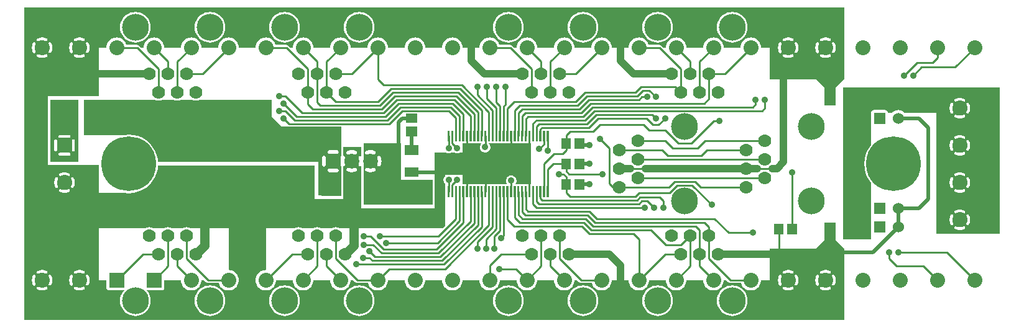
<source format=gbr>
G04 start of page 2 for group 0 idx 0 *
G04 Title: (unknown), component *
G04 Creator: pcb 20140316 *
G04 CreationDate: Wed 18 Feb 2015 05:35:01 PM GMT UTC *
G04 For: ndholmes *
G04 Format: Gerber/RS-274X *
G04 PCB-Dimensions (mil): 5250.00 1700.00 *
G04 PCB-Coordinate-Origin: lower left *
%MOIN*%
%FSLAX25Y25*%
%LNTOP*%
%ADD35C,0.0350*%
%ADD34C,0.0380*%
%ADD33C,0.1285*%
%ADD32C,0.0300*%
%ADD31C,0.1280*%
%ADD30C,0.0480*%
%ADD29C,0.0360*%
%ADD28R,0.0360X0.0360*%
%ADD27R,0.0100X0.0100*%
%ADD26R,0.0116X0.0116*%
%ADD25R,0.0490X0.0490*%
%ADD24R,0.0430X0.0430*%
%ADD23R,0.0512X0.0512*%
%ADD22C,0.0600*%
%ADD21C,0.2937*%
%ADD20C,0.0787*%
%ADD19C,0.0700*%
%ADD18C,0.1440*%
%ADD17C,0.0800*%
%ADD16C,0.0500*%
%ADD15C,0.0450*%
%ADD14C,0.0400*%
%ADD13C,0.0100*%
%ADD12C,0.0200*%
%ADD11C,0.0001*%
G54D11*G36*
X183000Y63000D02*Y76500D01*
X220000D01*
Y63000D01*
X183000D01*
G37*
G36*
X221000Y84500D02*X226500D01*
Y78470D01*
X226228Y78151D01*
X225997Y77775D01*
X225829Y77368D01*
X225726Y76939D01*
X225691Y76500D01*
X225726Y76061D01*
X225829Y75632D01*
X225997Y75225D01*
X226228Y74849D01*
X226500Y74530D01*
Y56000D01*
X221000D01*
Y78595D01*
X223405D01*
X223719Y78614D01*
X224025Y78687D01*
X224316Y78807D01*
X224584Y78972D01*
X224824Y79176D01*
X225028Y79416D01*
X225193Y79684D01*
X225313Y79975D01*
X225386Y80281D01*
X225411Y80595D01*
X225386Y80909D01*
X225313Y81215D01*
X225193Y81506D01*
X225028Y81774D01*
X224824Y82014D01*
X224584Y82218D01*
X224316Y82383D01*
X224025Y82503D01*
X223719Y82576D01*
X223405Y82595D01*
X221000D01*
Y84500D01*
G37*
G36*
X236000Y74000D02*Y81500D01*
X272500D01*
Y74000D01*
X263970D01*
X263986Y74014D01*
X264272Y74349D01*
X264503Y74725D01*
X264671Y75132D01*
X264774Y75561D01*
X264800Y76000D01*
X264774Y76439D01*
X264671Y76868D01*
X264503Y77275D01*
X264272Y77651D01*
X263986Y77986D01*
X263651Y78272D01*
X263275Y78503D01*
X262868Y78671D01*
X262439Y78774D01*
X262000Y78809D01*
X261561Y78774D01*
X261132Y78671D01*
X260725Y78503D01*
X260349Y78272D01*
X260014Y77986D01*
X259728Y77651D01*
X259497Y77275D01*
X259329Y76868D01*
X259226Y76439D01*
X259191Y76000D01*
X259226Y75561D01*
X259329Y75132D01*
X259497Y74725D01*
X259728Y74349D01*
X260014Y74014D01*
X260030Y74000D01*
X236000D01*
G37*
G36*
X221000Y83000D02*X226000D01*
Y78000D01*
X221000D01*
Y83000D01*
G37*
G36*
X166500Y105000D02*X171000D01*
Y89338D01*
X170982Y89331D01*
X170847Y89249D01*
X170728Y89146D01*
X170625Y89027D01*
X170543Y88892D01*
X170483Y88747D01*
X170446Y88594D01*
X170437Y88437D01*
Y86000D01*
X166500D01*
Y90437D01*
X168437D01*
X168594Y90446D01*
X168747Y90483D01*
X168892Y90543D01*
X169027Y90625D01*
X169146Y90728D01*
X169249Y90847D01*
X169331Y90982D01*
X169391Y91127D01*
X169428Y91280D01*
X169440Y91437D01*
X169428Y91594D01*
X169391Y91747D01*
X169331Y91892D01*
X169249Y92027D01*
X169146Y92146D01*
X169027Y92249D01*
X168892Y92331D01*
X168747Y92391D01*
X168594Y92428D01*
X168437Y92437D01*
X166500D01*
Y105000D01*
G37*
G36*
X134109D02*X166500D01*
Y92437D01*
X164563D01*
X164406Y92428D01*
X164253Y92391D01*
X164108Y92331D01*
X163973Y92249D01*
X163854Y92146D01*
X163751Y92027D01*
X163669Y91892D01*
X163609Y91747D01*
X163572Y91594D01*
X163560Y91437D01*
X163572Y91280D01*
X163609Y91127D01*
X163669Y90982D01*
X163751Y90847D01*
X163854Y90728D01*
X163973Y90625D01*
X164108Y90543D01*
X164253Y90483D01*
X164406Y90446D01*
X164563Y90437D01*
X166500D01*
Y86000D01*
X162563D01*
Y88437D01*
X162554Y88594D01*
X162517Y88747D01*
X162457Y88892D01*
X162375Y89027D01*
X162272Y89146D01*
X162153Y89249D01*
X162018Y89331D01*
X161873Y89391D01*
X161720Y89428D01*
X161563Y89440D01*
X161406Y89428D01*
X161253Y89391D01*
X161108Y89331D01*
X160973Y89249D01*
X160854Y89146D01*
X160751Y89027D01*
X160669Y88892D01*
X160609Y88747D01*
X160572Y88594D01*
X160563Y88437D01*
Y86000D01*
X128500D01*
Y89850D01*
X132885Y89864D01*
X133115Y89919D01*
X133333Y90009D01*
X133534Y90133D01*
X133714Y90286D01*
X133867Y90466D01*
X133991Y90667D01*
X134081Y90885D01*
X134136Y91115D01*
X134150Y91350D01*
X134136Y104885D01*
X134109Y105000D01*
G37*
G36*
X171000Y94000D02*Y89338D01*
X170982Y89331D01*
X170847Y89249D01*
X170728Y89146D01*
X170625Y89027D01*
X170543Y88892D01*
X170483Y88747D01*
X170446Y88594D01*
X170437Y88437D01*
Y84563D01*
X170446Y84406D01*
X170483Y84253D01*
X170543Y84108D01*
X170625Y83973D01*
X170728Y83854D01*
X170847Y83751D01*
X170982Y83669D01*
X171000Y83662D01*
Y73948D01*
X170971Y73955D01*
X170814Y73964D01*
X166500Y73960D01*
Y80563D01*
X168437D01*
X168594Y80572D01*
X168747Y80609D01*
X168892Y80669D01*
X169027Y80751D01*
X169146Y80854D01*
X169249Y80973D01*
X169331Y81108D01*
X169391Y81253D01*
X169428Y81406D01*
X169440Y81563D01*
X169428Y81720D01*
X169391Y81873D01*
X169331Y82018D01*
X169249Y82153D01*
X169146Y82272D01*
X169027Y82375D01*
X168892Y82457D01*
X168747Y82517D01*
X168594Y82554D01*
X168437Y82563D01*
X166500D01*
Y90437D01*
X168437D01*
X168594Y90446D01*
X168747Y90483D01*
X168892Y90543D01*
X169027Y90625D01*
X169146Y90728D01*
X169249Y90847D01*
X169331Y90982D01*
X169391Y91127D01*
X169428Y91280D01*
X169440Y91437D01*
X169428Y91594D01*
X169391Y91747D01*
X169331Y91892D01*
X169249Y92027D01*
X169146Y92146D01*
X169027Y92249D01*
X168892Y92331D01*
X168747Y92391D01*
X168594Y92428D01*
X168437Y92437D01*
X166500D01*
Y94000D01*
X171000D01*
G37*
G36*
X166500Y73960D02*X161563Y73956D01*
Y83560D01*
X161720Y83572D01*
X161873Y83609D01*
X162018Y83669D01*
X162153Y83751D01*
X162272Y83854D01*
X162375Y83973D01*
X162457Y84108D01*
X162517Y84253D01*
X162554Y84406D01*
X162563Y84563D01*
Y88437D01*
X162554Y88594D01*
X162517Y88747D01*
X162457Y88892D01*
X162375Y89027D01*
X162272Y89146D01*
X162153Y89249D01*
X162018Y89331D01*
X161873Y89391D01*
X161720Y89428D01*
X161563Y89440D01*
Y94000D01*
X166500D01*
Y92437D01*
X164563D01*
X164406Y92428D01*
X164253Y92391D01*
X164108Y92331D01*
X163973Y92249D01*
X163854Y92146D01*
X163751Y92027D01*
X163669Y91892D01*
X163609Y91747D01*
X163572Y91594D01*
X163560Y91437D01*
X163572Y91280D01*
X163609Y91127D01*
X163669Y90982D01*
X163751Y90847D01*
X163854Y90728D01*
X163973Y90625D01*
X164108Y90543D01*
X164253Y90483D01*
X164406Y90446D01*
X164563Y90437D01*
X166500D01*
Y82563D01*
X164563D01*
X164406Y82554D01*
X164253Y82517D01*
X164108Y82457D01*
X163973Y82375D01*
X163854Y82272D01*
X163751Y82153D01*
X163669Y82018D01*
X163609Y81873D01*
X163572Y81720D01*
X163560Y81563D01*
X163572Y81406D01*
X163609Y81253D01*
X163669Y81108D01*
X163751Y80973D01*
X163854Y80854D01*
X163973Y80751D01*
X164108Y80669D01*
X164253Y80609D01*
X164406Y80572D01*
X164563Y80563D01*
X166500D01*
Y73960D01*
G37*
G36*
X161563Y73956D02*X160029Y73955D01*
X159876Y73918D01*
X159731Y73858D01*
X159596Y73776D01*
X159477Y73673D01*
X159374Y73554D01*
X159292Y73419D01*
X159232Y73274D01*
X159195Y73121D01*
X159186Y72964D01*
X159195Y68000D01*
X158500D01*
Y94000D01*
X161563D01*
Y89440D01*
X161406Y89428D01*
X161253Y89391D01*
X161108Y89331D01*
X160973Y89249D01*
X160854Y89146D01*
X160751Y89027D01*
X160669Y88892D01*
X160609Y88747D01*
X160572Y88594D01*
X160563Y88437D01*
Y84563D01*
X160572Y84406D01*
X160609Y84253D01*
X160669Y84108D01*
X160751Y83973D01*
X160854Y83854D01*
X160973Y83751D01*
X161108Y83669D01*
X161253Y83609D01*
X161406Y83572D01*
X161563Y83560D01*
Y73956D01*
G37*
G36*
X158500Y77500D02*X171000D01*
Y68000D01*
X158500D01*
Y77500D01*
G37*
G36*
X176502Y94000D02*X181500D01*
Y89249D01*
X181481Y89259D01*
X181332Y89309D01*
X181176Y89336D01*
X181018Y89338D01*
X180861Y89315D01*
X180710Y89268D01*
X180569Y89198D01*
X180439Y89107D01*
X180326Y88996D01*
X180232Y88870D01*
X180158Y88730D01*
X180108Y88580D01*
X180081Y88424D01*
X180079Y88266D01*
X180102Y88110D01*
X180152Y87960D01*
X180278Y87608D01*
X180366Y87244D01*
X180419Y86874D01*
X180437Y86500D01*
X180419Y86126D01*
X180366Y85756D01*
X180278Y85392D01*
X180156Y85039D01*
X180106Y84889D01*
X180083Y84734D01*
X180085Y84576D01*
X180112Y84421D01*
X180162Y84272D01*
X180236Y84133D01*
X180330Y84007D01*
X180442Y83897D01*
X180571Y83806D01*
X180712Y83736D01*
X180862Y83689D01*
X181018Y83667D01*
X181175Y83668D01*
X181331Y83695D01*
X181480Y83746D01*
X181495Y83754D01*
X181500Y83751D01*
Y58000D01*
X176502D01*
Y80556D01*
X177064Y80583D01*
X177623Y80663D01*
X178172Y80796D01*
X178706Y80981D01*
X178848Y81050D01*
X178977Y81142D01*
X179091Y81252D01*
X179185Y81379D01*
X179259Y81519D01*
X179309Y81668D01*
X179336Y81824D01*
X179338Y81982D01*
X179315Y82139D01*
X179268Y82290D01*
X179198Y82431D01*
X179107Y82561D01*
X178996Y82674D01*
X178870Y82768D01*
X178730Y82842D01*
X178580Y82892D01*
X178424Y82919D01*
X178266Y82921D01*
X178110Y82898D01*
X177960Y82848D01*
X177608Y82722D01*
X177244Y82634D01*
X176874Y82581D01*
X176502Y82563D01*
Y90437D01*
X176874Y90419D01*
X177244Y90366D01*
X177608Y90278D01*
X177961Y90156D01*
X178111Y90106D01*
X178266Y90083D01*
X178424Y90085D01*
X178579Y90112D01*
X178728Y90162D01*
X178867Y90236D01*
X178993Y90330D01*
X179103Y90442D01*
X179194Y90571D01*
X179264Y90712D01*
X179311Y90862D01*
X179333Y91018D01*
X179332Y91175D01*
X179305Y91331D01*
X179254Y91480D01*
X179181Y91619D01*
X179087Y91745D01*
X178975Y91855D01*
X178846Y91946D01*
X178704Y92013D01*
X178172Y92204D01*
X177623Y92337D01*
X177064Y92417D01*
X176502Y92444D01*
Y94000D01*
G37*
G36*
X172000D02*X176502D01*
Y92444D01*
X176500Y92444D01*
X175936Y92417D01*
X175377Y92337D01*
X174828Y92204D01*
X174294Y92019D01*
X174152Y91950D01*
X174023Y91858D01*
X173909Y91748D01*
X173815Y91621D01*
X173741Y91481D01*
X173691Y91332D01*
X173664Y91176D01*
X173662Y91018D01*
X173685Y90861D01*
X173732Y90710D01*
X173802Y90569D01*
X173893Y90439D01*
X174004Y90326D01*
X174130Y90232D01*
X174270Y90158D01*
X174420Y90108D01*
X174576Y90081D01*
X174734Y90079D01*
X174890Y90102D01*
X175040Y90152D01*
X175392Y90278D01*
X175756Y90366D01*
X176126Y90419D01*
X176500Y90437D01*
X176502Y90437D01*
Y82563D01*
X176500Y82563D01*
X176126Y82581D01*
X175756Y82634D01*
X175392Y82722D01*
X175039Y82844D01*
X174889Y82894D01*
X174734Y82917D01*
X174576Y82915D01*
X174421Y82888D01*
X174272Y82838D01*
X174133Y82764D01*
X174007Y82670D01*
X173897Y82558D01*
X173806Y82429D01*
X173736Y82288D01*
X173689Y82138D01*
X173667Y81982D01*
X173668Y81825D01*
X173695Y81669D01*
X173746Y81520D01*
X173819Y81381D01*
X173913Y81255D01*
X174025Y81145D01*
X174154Y81054D01*
X174296Y80987D01*
X174828Y80796D01*
X175377Y80663D01*
X175936Y80583D01*
X176500Y80556D01*
X176502Y80556D01*
Y58000D01*
X172000D01*
Y83665D01*
X172139Y83685D01*
X172290Y83732D01*
X172431Y83802D01*
X172561Y83893D01*
X172674Y84004D01*
X172768Y84130D01*
X172842Y84270D01*
X172892Y84420D01*
X172919Y84576D01*
X172921Y84734D01*
X172898Y84890D01*
X172848Y85040D01*
X172722Y85392D01*
X172634Y85756D01*
X172581Y86126D01*
X172563Y86500D01*
X172581Y86874D01*
X172634Y87244D01*
X172722Y87608D01*
X172844Y87961D01*
X172894Y88111D01*
X172917Y88266D01*
X172915Y88424D01*
X172888Y88579D01*
X172838Y88728D01*
X172764Y88867D01*
X172670Y88993D01*
X172558Y89103D01*
X172429Y89194D01*
X172288Y89264D01*
X172138Y89311D01*
X172000Y89331D01*
Y94000D01*
G37*
G36*
X191261Y96000D02*X203000D01*
Y74500D01*
X191261D01*
Y83683D01*
X191331Y83695D01*
X191480Y83746D01*
X191619Y83819D01*
X191745Y83913D01*
X191855Y84025D01*
X191946Y84154D01*
X192013Y84296D01*
X192204Y84828D01*
X192337Y85377D01*
X192417Y85936D01*
X192444Y86500D01*
X192417Y87064D01*
X192337Y87623D01*
X192204Y88172D01*
X192019Y88706D01*
X191950Y88848D01*
X191858Y88977D01*
X191748Y89091D01*
X191621Y89185D01*
X191481Y89259D01*
X191332Y89309D01*
X191261Y89321D01*
Y96000D01*
G37*
G36*
X186502D02*X191261D01*
Y89321D01*
X191176Y89336D01*
X191018Y89338D01*
X190861Y89315D01*
X190710Y89268D01*
X190569Y89198D01*
X190439Y89107D01*
X190326Y88996D01*
X190232Y88870D01*
X190158Y88730D01*
X190108Y88580D01*
X190081Y88424D01*
X190079Y88266D01*
X190102Y88110D01*
X190152Y87960D01*
X190278Y87608D01*
X190366Y87244D01*
X190419Y86874D01*
X190437Y86500D01*
X190419Y86126D01*
X190366Y85756D01*
X190278Y85392D01*
X190156Y85039D01*
X190106Y84889D01*
X190083Y84734D01*
X190085Y84576D01*
X190112Y84421D01*
X190162Y84272D01*
X190236Y84133D01*
X190330Y84007D01*
X190442Y83897D01*
X190571Y83806D01*
X190712Y83736D01*
X190862Y83689D01*
X191018Y83667D01*
X191175Y83668D01*
X191261Y83683D01*
Y74500D01*
X186502D01*
Y80556D01*
X187064Y80583D01*
X187623Y80663D01*
X188172Y80796D01*
X188706Y80981D01*
X188848Y81050D01*
X188977Y81142D01*
X189091Y81252D01*
X189185Y81379D01*
X189259Y81519D01*
X189309Y81668D01*
X189336Y81824D01*
X189338Y81982D01*
X189315Y82139D01*
X189268Y82290D01*
X189198Y82431D01*
X189107Y82561D01*
X188996Y82674D01*
X188870Y82768D01*
X188730Y82842D01*
X188580Y82892D01*
X188424Y82919D01*
X188266Y82921D01*
X188110Y82898D01*
X187960Y82848D01*
X187608Y82722D01*
X187244Y82634D01*
X186874Y82581D01*
X186502Y82563D01*
Y90437D01*
X186874Y90419D01*
X187244Y90366D01*
X187608Y90278D01*
X187961Y90156D01*
X188111Y90106D01*
X188266Y90083D01*
X188424Y90085D01*
X188579Y90112D01*
X188728Y90162D01*
X188867Y90236D01*
X188993Y90330D01*
X189103Y90442D01*
X189194Y90571D01*
X189264Y90712D01*
X189311Y90862D01*
X189333Y91018D01*
X189332Y91175D01*
X189305Y91331D01*
X189254Y91480D01*
X189181Y91619D01*
X189087Y91745D01*
X188975Y91855D01*
X188846Y91946D01*
X188704Y92013D01*
X188172Y92204D01*
X187623Y92337D01*
X187064Y92417D01*
X186502Y92444D01*
Y96000D01*
G37*
G36*
X183000Y74500D02*Y96000D01*
X186502D01*
Y92444D01*
X186500Y92444D01*
X185936Y92417D01*
X185377Y92337D01*
X184828Y92204D01*
X184294Y92019D01*
X184152Y91950D01*
X184023Y91858D01*
X183909Y91748D01*
X183815Y91621D01*
X183741Y91481D01*
X183691Y91332D01*
X183664Y91176D01*
X183662Y91018D01*
X183685Y90861D01*
X183732Y90710D01*
X183802Y90569D01*
X183893Y90439D01*
X184004Y90326D01*
X184130Y90232D01*
X184270Y90158D01*
X184420Y90108D01*
X184576Y90081D01*
X184734Y90079D01*
X184890Y90102D01*
X185040Y90152D01*
X185392Y90278D01*
X185756Y90366D01*
X186126Y90419D01*
X186500Y90437D01*
X186502Y90437D01*
Y82563D01*
X186500Y82563D01*
X186126Y82581D01*
X185756Y82634D01*
X185392Y82722D01*
X185039Y82844D01*
X184889Y82894D01*
X184734Y82917D01*
X184576Y82915D01*
X184421Y82888D01*
X184272Y82838D01*
X184133Y82764D01*
X184007Y82670D01*
X183897Y82558D01*
X183806Y82429D01*
X183736Y82288D01*
X183689Y82138D01*
X183667Y81982D01*
X183668Y81825D01*
X183695Y81669D01*
X183746Y81520D01*
X183819Y81381D01*
X183913Y81255D01*
X184025Y81145D01*
X184154Y81054D01*
X184296Y80987D01*
X184828Y80796D01*
X185377Y80663D01*
X185936Y80583D01*
X186500Y80556D01*
X186502Y80556D01*
Y74500D01*
X183000D01*
G37*
G36*
X226500Y61000D02*Y51621D01*
X225379Y50500D01*
X170085D01*
X170049Y50522D01*
X169395Y50793D01*
X168706Y50958D01*
X168000Y51014D01*
X167294Y50958D01*
X166605Y50793D01*
X165951Y50522D01*
X165915Y50500D01*
X160085D01*
X160049Y50522D01*
X159395Y50793D01*
X158706Y50958D01*
X158000Y51014D01*
X157294Y50958D01*
X156605Y50793D01*
X155951Y50522D01*
X155915Y50500D01*
X150085D01*
X150049Y50522D01*
X149395Y50793D01*
X148706Y50958D01*
X148000Y51014D01*
X147294Y50958D01*
X146605Y50793D01*
X145951Y50522D01*
X145915Y50500D01*
X129000D01*
Y61000D01*
X159186D01*
X159195Y55879D01*
X159232Y55726D01*
X159292Y55581D01*
X159374Y55446D01*
X159477Y55327D01*
X159596Y55224D01*
X159731Y55142D01*
X159876Y55082D01*
X160029Y55045D01*
X160186Y55036D01*
X170971Y55045D01*
X171124Y55082D01*
X171269Y55142D01*
X171404Y55224D01*
X171523Y55327D01*
X171626Y55446D01*
X171708Y55581D01*
X171768Y55726D01*
X171805Y55879D01*
X171814Y56036D01*
X171805Y61000D01*
X182048D01*
X182057Y55741D01*
X182094Y55588D01*
X182154Y55443D01*
X182236Y55308D01*
X182339Y55189D01*
X182458Y55086D01*
X182593Y55004D01*
X182738Y54944D01*
X182891Y54907D01*
X183048Y54898D01*
X189109Y54907D01*
X189262Y54944D01*
X189407Y55004D01*
X189542Y55086D01*
X189661Y55189D01*
X189764Y55308D01*
X189846Y55443D01*
X189906Y55588D01*
X189943Y55741D01*
X189952Y55898D01*
X189943Y61000D01*
X194253D01*
X194250Y60950D01*
X194259Y55893D01*
X194296Y55740D01*
X194356Y55595D01*
X194438Y55460D01*
X194541Y55341D01*
X194660Y55238D01*
X194795Y55156D01*
X194940Y55096D01*
X195093Y55059D01*
X195250Y55050D01*
X203907Y55059D01*
X204060Y55096D01*
X204205Y55156D01*
X204340Y55238D01*
X204459Y55341D01*
X204562Y55460D01*
X204644Y55595D01*
X204704Y55740D01*
X204741Y55893D01*
X204750Y56050D01*
X204741Y61000D01*
X210253D01*
X210250Y60950D01*
X210259Y55893D01*
X210296Y55740D01*
X210356Y55595D01*
X210438Y55460D01*
X210541Y55341D01*
X210660Y55238D01*
X210795Y55156D01*
X210940Y55096D01*
X211093Y55059D01*
X211250Y55050D01*
X219907Y55059D01*
X220060Y55096D01*
X220205Y55156D01*
X220340Y55238D01*
X220459Y55341D01*
X220562Y55460D01*
X220644Y55595D01*
X220704Y55740D01*
X220741Y55893D01*
X220750Y56050D01*
X220741Y61000D01*
X226500D01*
G37*
G36*
X153500Y66000D02*X176000D01*
Y59000D01*
X153500D01*
Y66000D01*
G37*
G36*
X157500Y61000D02*X222000D01*
Y54000D01*
X157500D01*
Y61000D01*
G37*
G36*
X430502Y22500D02*X434500D01*
X434482Y22125D01*
X434430Y21753D01*
X434342Y21388D01*
X434221Y21032D01*
X434067Y20690D01*
X434020Y20582D01*
X433993Y20467D01*
X433983Y20349D01*
X433993Y20232D01*
X434021Y20117D01*
X434066Y20008D01*
X434128Y19907D01*
X434205Y19818D01*
X434295Y19741D01*
X434395Y19680D01*
X434504Y19635D01*
X434619Y19607D01*
X434737Y19598D01*
X434855Y19608D01*
X434969Y19635D01*
X435078Y19681D01*
X435179Y19743D01*
X435269Y19819D01*
X435345Y19909D01*
X435405Y20011D01*
X435622Y20480D01*
X435789Y20969D01*
X435909Y21472D01*
X435982Y21984D01*
X436006Y22500D01*
X440500D01*
Y1000D01*
X430502D01*
Y16994D01*
X431016Y17018D01*
X431528Y17091D01*
X432031Y17211D01*
X432520Y17378D01*
X432992Y17590D01*
X433093Y17651D01*
X433184Y17728D01*
X433261Y17818D01*
X433323Y17920D01*
X433369Y18029D01*
X433397Y18145D01*
X433406Y18263D01*
X433397Y18381D01*
X433370Y18497D01*
X433324Y18607D01*
X433262Y18708D01*
X433186Y18798D01*
X433095Y18876D01*
X432994Y18938D01*
X432885Y18984D01*
X432769Y19011D01*
X432651Y19021D01*
X432532Y19012D01*
X432417Y18984D01*
X432308Y18937D01*
X431968Y18779D01*
X431612Y18658D01*
X431247Y18570D01*
X430875Y18518D01*
X430502Y18500D01*
Y22500D01*
G37*
G36*
X410502D02*X414500D01*
X414482Y22125D01*
X414430Y21753D01*
X414342Y21388D01*
X414221Y21032D01*
X414067Y20690D01*
X414020Y20582D01*
X413993Y20467D01*
X413983Y20349D01*
X413993Y20232D01*
X414021Y20117D01*
X414066Y20008D01*
X414128Y19907D01*
X414205Y19818D01*
X414295Y19741D01*
X414395Y19680D01*
X414504Y19635D01*
X414619Y19607D01*
X414737Y19598D01*
X414855Y19608D01*
X414969Y19635D01*
X415078Y19681D01*
X415179Y19743D01*
X415269Y19819D01*
X415345Y19909D01*
X415405Y20011D01*
X415622Y20480D01*
X415789Y20969D01*
X415909Y21472D01*
X415982Y21984D01*
X416006Y22500D01*
X424994D01*
X425018Y21984D01*
X425091Y21472D01*
X425211Y20969D01*
X425378Y20480D01*
X425590Y20008D01*
X425651Y19907D01*
X425728Y19816D01*
X425818Y19739D01*
X425920Y19677D01*
X426029Y19631D01*
X426145Y19603D01*
X426263Y19594D01*
X426381Y19603D01*
X426497Y19630D01*
X426607Y19676D01*
X426708Y19738D01*
X426798Y19814D01*
X426876Y19905D01*
X426938Y20006D01*
X426984Y20115D01*
X427011Y20231D01*
X427021Y20349D01*
X427012Y20468D01*
X426984Y20583D01*
X426937Y20692D01*
X426779Y21032D01*
X426658Y21388D01*
X426570Y21753D01*
X426518Y22125D01*
X426500Y22500D01*
X430502D01*
Y18500D01*
X430500Y18500D01*
X430125Y18518D01*
X429753Y18570D01*
X429388Y18658D01*
X429032Y18779D01*
X428690Y18933D01*
X428582Y18980D01*
X428467Y19007D01*
X428349Y19017D01*
X428232Y19007D01*
X428117Y18979D01*
X428008Y18934D01*
X427907Y18872D01*
X427818Y18795D01*
X427741Y18705D01*
X427680Y18605D01*
X427635Y18496D01*
X427607Y18381D01*
X427598Y18263D01*
X427608Y18145D01*
X427635Y18031D01*
X427681Y17922D01*
X427743Y17821D01*
X427819Y17731D01*
X427909Y17655D01*
X428011Y17595D01*
X428480Y17378D01*
X428969Y17211D01*
X429472Y17091D01*
X429984Y17018D01*
X430500Y16994D01*
X430502Y16994D01*
Y1000D01*
X410502D01*
Y16994D01*
X411016Y17018D01*
X411528Y17091D01*
X412031Y17211D01*
X412520Y17378D01*
X412992Y17590D01*
X413093Y17651D01*
X413184Y17728D01*
X413261Y17818D01*
X413323Y17920D01*
X413369Y18029D01*
X413397Y18145D01*
X413406Y18263D01*
X413397Y18381D01*
X413370Y18497D01*
X413324Y18607D01*
X413262Y18708D01*
X413186Y18798D01*
X413095Y18876D01*
X412994Y18938D01*
X412885Y18984D01*
X412769Y19011D01*
X412651Y19021D01*
X412532Y19012D01*
X412417Y18984D01*
X412308Y18937D01*
X411968Y18779D01*
X411612Y18658D01*
X411247Y18570D01*
X410875Y18518D01*
X410502Y18500D01*
Y22500D01*
G37*
G36*
X380487Y21000D02*X385204D01*
X385253Y20795D01*
X385584Y19995D01*
X386037Y19257D01*
X386599Y18599D01*
X387257Y18037D01*
X387995Y17584D01*
X388795Y17253D01*
X389637Y17051D01*
X390500Y16983D01*
X391363Y17051D01*
X392205Y17253D01*
X393005Y17584D01*
X393743Y18037D01*
X394401Y18599D01*
X394963Y19257D01*
X395416Y19995D01*
X395747Y20795D01*
X395949Y21637D01*
X396000Y22500D01*
X404994D01*
X405018Y21984D01*
X405091Y21472D01*
X405211Y20969D01*
X405378Y20480D01*
X405590Y20008D01*
X405651Y19907D01*
X405728Y19816D01*
X405818Y19739D01*
X405920Y19677D01*
X406029Y19631D01*
X406145Y19603D01*
X406263Y19594D01*
X406381Y19603D01*
X406497Y19630D01*
X406607Y19676D01*
X406708Y19738D01*
X406798Y19814D01*
X406876Y19905D01*
X406938Y20006D01*
X406984Y20115D01*
X407011Y20231D01*
X407021Y20349D01*
X407012Y20468D01*
X406984Y20583D01*
X406937Y20692D01*
X406779Y21032D01*
X406658Y21388D01*
X406570Y21753D01*
X406518Y22125D01*
X406500Y22500D01*
X410502D01*
Y18500D01*
X410500Y18500D01*
X410125Y18518D01*
X409753Y18570D01*
X409388Y18658D01*
X409032Y18779D01*
X408690Y18933D01*
X408582Y18980D01*
X408467Y19007D01*
X408349Y19017D01*
X408232Y19007D01*
X408117Y18979D01*
X408008Y18934D01*
X407907Y18872D01*
X407818Y18795D01*
X407741Y18705D01*
X407680Y18605D01*
X407635Y18496D01*
X407607Y18381D01*
X407598Y18263D01*
X407608Y18145D01*
X407635Y18031D01*
X407681Y17922D01*
X407743Y17821D01*
X407819Y17731D01*
X407909Y17655D01*
X408011Y17595D01*
X408480Y17378D01*
X408969Y17211D01*
X409472Y17091D01*
X409984Y17018D01*
X410500Y16994D01*
X410502Y16994D01*
Y1000D01*
X380487D01*
Y3276D01*
X380500Y3275D01*
X381787Y3376D01*
X383042Y3677D01*
X384234Y4171D01*
X385335Y4846D01*
X386316Y5684D01*
X387154Y6665D01*
X387829Y7766D01*
X388323Y8958D01*
X388624Y10213D01*
X388700Y11500D01*
X388624Y12787D01*
X388323Y14042D01*
X387829Y15234D01*
X387154Y16335D01*
X386316Y17316D01*
X385335Y18154D01*
X384234Y18829D01*
X383042Y19323D01*
X381787Y19624D01*
X380500Y19725D01*
X380487Y19724D01*
Y21000D01*
G37*
G36*
X340487Y22500D02*X344983D01*
X345051Y21637D01*
X345253Y20795D01*
X345584Y19995D01*
X346037Y19257D01*
X346599Y18599D01*
X347257Y18037D01*
X347995Y17584D01*
X348795Y17253D01*
X349637Y17051D01*
X350500Y16983D01*
X351363Y17051D01*
X352205Y17253D01*
X353005Y17584D01*
X353743Y18037D01*
X354401Y18599D01*
X354963Y19257D01*
X355416Y19995D01*
X355747Y20795D01*
X355949Y21637D01*
X356000Y22500D01*
X364983D01*
X365051Y21637D01*
X365253Y20795D01*
X365584Y19995D01*
X366037Y19257D01*
X366599Y18599D01*
X367257Y18037D01*
X367995Y17584D01*
X368795Y17253D01*
X369637Y17051D01*
X370500Y16983D01*
X371363Y17051D01*
X372205Y17253D01*
X373005Y17584D01*
X373743Y18037D01*
X374401Y18599D01*
X374963Y19257D01*
X375416Y19995D01*
X375747Y20795D01*
X375949Y21637D01*
X376000Y22500D01*
X377379D01*
X378398Y21481D01*
X378436Y21436D01*
X378616Y21283D01*
X378817Y21159D01*
X379035Y21069D01*
X379265Y21014D01*
X379500Y20995D01*
X379559Y21000D01*
X380487D01*
Y19724D01*
X379213Y19624D01*
X377958Y19323D01*
X376766Y18829D01*
X375665Y18154D01*
X374684Y17316D01*
X373846Y16335D01*
X373171Y15234D01*
X372677Y14042D01*
X372376Y12787D01*
X372275Y11500D01*
X372376Y10213D01*
X372677Y8958D01*
X373171Y7766D01*
X373846Y6665D01*
X374684Y5684D01*
X375665Y4846D01*
X376766Y4171D01*
X377958Y3677D01*
X379213Y3376D01*
X380487Y3276D01*
Y1000D01*
X340487D01*
Y3276D01*
X340500Y3275D01*
X341787Y3376D01*
X343042Y3677D01*
X344234Y4171D01*
X345335Y4846D01*
X346316Y5684D01*
X347154Y6665D01*
X347829Y7766D01*
X348323Y8958D01*
X348624Y10213D01*
X348700Y11500D01*
X348624Y12787D01*
X348323Y14042D01*
X347829Y15234D01*
X347154Y16335D01*
X346316Y17316D01*
X345335Y18154D01*
X344234Y18829D01*
X343042Y19323D01*
X341787Y19624D01*
X340500Y19725D01*
X340487Y19724D01*
Y22500D01*
G37*
G36*
X300487Y21000D02*X305204D01*
X305253Y20795D01*
X305584Y19995D01*
X306037Y19257D01*
X306599Y18599D01*
X307257Y18037D01*
X307995Y17584D01*
X308795Y17253D01*
X309637Y17051D01*
X310500Y16983D01*
X311363Y17051D01*
X312205Y17253D01*
X313005Y17584D01*
X313743Y18037D01*
X314401Y18599D01*
X314963Y19257D01*
X315416Y19995D01*
X315747Y20795D01*
X315949Y21637D01*
X316000Y22500D01*
X324983D01*
X325051Y21637D01*
X325253Y20795D01*
X325584Y19995D01*
X326037Y19257D01*
X326599Y18599D01*
X327257Y18037D01*
X327995Y17584D01*
X328795Y17253D01*
X329637Y17051D01*
X330500Y16983D01*
X331363Y17051D01*
X332205Y17253D01*
X333005Y17584D01*
X333743Y18037D01*
X334401Y18599D01*
X334963Y19257D01*
X335416Y19995D01*
X335747Y20795D01*
X335949Y21637D01*
X336000Y22500D01*
X340487D01*
Y19724D01*
X339213Y19624D01*
X337958Y19323D01*
X336766Y18829D01*
X335665Y18154D01*
X334684Y17316D01*
X333846Y16335D01*
X333171Y15234D01*
X332677Y14042D01*
X332376Y12787D01*
X332275Y11500D01*
X332376Y10213D01*
X332677Y8958D01*
X333171Y7766D01*
X333846Y6665D01*
X334684Y5684D01*
X335665Y4846D01*
X336766Y4171D01*
X337958Y3677D01*
X339213Y3376D01*
X340487Y3276D01*
Y1000D01*
X300487D01*
Y3276D01*
X300500Y3275D01*
X301787Y3376D01*
X303042Y3677D01*
X304234Y4171D01*
X305335Y4846D01*
X306316Y5684D01*
X307154Y6665D01*
X307829Y7766D01*
X308323Y8958D01*
X308624Y10213D01*
X308700Y11500D01*
X308624Y12787D01*
X308323Y14042D01*
X307829Y15234D01*
X307154Y16335D01*
X306316Y17316D01*
X305335Y18154D01*
X304234Y18829D01*
X303042Y19323D01*
X301787Y19624D01*
X300500Y19725D01*
X300487Y19724D01*
Y21000D01*
G37*
G36*
X260487Y22500D02*X264983D01*
X265051Y21637D01*
X265253Y20795D01*
X265584Y19995D01*
X266037Y19257D01*
X266599Y18599D01*
X267257Y18037D01*
X267995Y17584D01*
X268795Y17253D01*
X269637Y17051D01*
X270500Y16983D01*
X271363Y17051D01*
X272205Y17253D01*
X273005Y17584D01*
X273743Y18037D01*
X274401Y18599D01*
X274963Y19257D01*
X275416Y19995D01*
X275747Y20795D01*
X275949Y21637D01*
X276000Y22500D01*
X284983D01*
X285051Y21637D01*
X285253Y20795D01*
X285584Y19995D01*
X286037Y19257D01*
X286599Y18599D01*
X287257Y18037D01*
X287995Y17584D01*
X288795Y17253D01*
X289637Y17051D01*
X290500Y16983D01*
X291363Y17051D01*
X292205Y17253D01*
X293005Y17584D01*
X293743Y18037D01*
X294401Y18599D01*
X294963Y19257D01*
X295416Y19995D01*
X295747Y20795D01*
X295949Y21637D01*
X296000Y22500D01*
X297379D01*
X298398Y21481D01*
X298436Y21436D01*
X298616Y21283D01*
X298817Y21159D01*
X299035Y21069D01*
X299265Y21014D01*
X299500Y20995D01*
X299559Y21000D01*
X300487D01*
Y19724D01*
X299213Y19624D01*
X297958Y19323D01*
X296766Y18829D01*
X295665Y18154D01*
X294684Y17316D01*
X293846Y16335D01*
X293171Y15234D01*
X292677Y14042D01*
X292376Y12787D01*
X292275Y11500D01*
X292376Y10213D01*
X292677Y8958D01*
X293171Y7766D01*
X293846Y6665D01*
X294684Y5684D01*
X295665Y4846D01*
X296766Y4171D01*
X297958Y3677D01*
X299213Y3376D01*
X300487Y3276D01*
Y1000D01*
X260487D01*
Y3276D01*
X260500Y3275D01*
X261787Y3376D01*
X263042Y3677D01*
X264234Y4171D01*
X265335Y4846D01*
X266316Y5684D01*
X267154Y6665D01*
X267829Y7766D01*
X268323Y8958D01*
X268624Y10213D01*
X268700Y11500D01*
X268624Y12787D01*
X268323Y14042D01*
X267829Y15234D01*
X267154Y16335D01*
X266316Y17316D01*
X265335Y18154D01*
X264234Y18829D01*
X263042Y19323D01*
X261787Y19624D01*
X260500Y19725D01*
X260487Y19724D01*
Y22500D01*
G37*
G36*
X180487Y21000D02*X185204D01*
X185253Y20795D01*
X185584Y19995D01*
X186037Y19257D01*
X186599Y18599D01*
X187257Y18037D01*
X187995Y17584D01*
X188795Y17253D01*
X189637Y17051D01*
X190500Y16983D01*
X191363Y17051D01*
X192205Y17253D01*
X193005Y17584D01*
X193743Y18037D01*
X194401Y18599D01*
X194963Y19257D01*
X195416Y19995D01*
X195747Y20795D01*
X195949Y21637D01*
X196000Y22500D01*
X204983D01*
X205051Y21637D01*
X205253Y20795D01*
X205584Y19995D01*
X206037Y19257D01*
X206599Y18599D01*
X207257Y18037D01*
X207995Y17584D01*
X208795Y17253D01*
X209637Y17051D01*
X210500Y16983D01*
X211363Y17051D01*
X212205Y17253D01*
X213005Y17584D01*
X213743Y18037D01*
X214401Y18599D01*
X214963Y19257D01*
X215416Y19995D01*
X215747Y20795D01*
X215949Y21637D01*
X216000Y22500D01*
X224983D01*
X225051Y21637D01*
X225253Y20795D01*
X225584Y19995D01*
X226037Y19257D01*
X226599Y18599D01*
X227257Y18037D01*
X227995Y17584D01*
X228795Y17253D01*
X229637Y17051D01*
X230500Y16983D01*
X231363Y17051D01*
X232205Y17253D01*
X233005Y17584D01*
X233743Y18037D01*
X234401Y18599D01*
X234963Y19257D01*
X235416Y19995D01*
X235747Y20795D01*
X235949Y21637D01*
X236000Y22500D01*
X244983D01*
X245051Y21637D01*
X245253Y20795D01*
X245584Y19995D01*
X246037Y19257D01*
X246599Y18599D01*
X247257Y18037D01*
X247995Y17584D01*
X248795Y17253D01*
X249637Y17051D01*
X250500Y16983D01*
X251363Y17051D01*
X252205Y17253D01*
X253005Y17584D01*
X253743Y18037D01*
X254401Y18599D01*
X254963Y19257D01*
X255416Y19995D01*
X255747Y20795D01*
X255949Y21637D01*
X256000Y22500D01*
X260487D01*
Y19724D01*
X259213Y19624D01*
X257958Y19323D01*
X256766Y18829D01*
X255665Y18154D01*
X254684Y17316D01*
X253846Y16335D01*
X253171Y15234D01*
X252677Y14042D01*
X252376Y12787D01*
X252275Y11500D01*
X252376Y10213D01*
X252677Y8958D01*
X253171Y7766D01*
X253846Y6665D01*
X254684Y5684D01*
X255665Y4846D01*
X256766Y4171D01*
X257958Y3677D01*
X259213Y3376D01*
X260487Y3276D01*
Y1000D01*
X180487D01*
Y3276D01*
X180500Y3275D01*
X181787Y3376D01*
X183042Y3677D01*
X184234Y4171D01*
X185335Y4846D01*
X186316Y5684D01*
X187154Y6665D01*
X187829Y7766D01*
X188323Y8958D01*
X188624Y10213D01*
X188700Y11500D01*
X188624Y12787D01*
X188323Y14042D01*
X187829Y15234D01*
X187154Y16335D01*
X186316Y17316D01*
X185335Y18154D01*
X184234Y18829D01*
X183042Y19323D01*
X181787Y19624D01*
X180500Y19725D01*
X180487Y19724D01*
Y21000D01*
G37*
G36*
X140487Y22500D02*X144983D01*
X145051Y21637D01*
X145253Y20795D01*
X145584Y19995D01*
X146037Y19257D01*
X146599Y18599D01*
X147257Y18037D01*
X147995Y17584D01*
X148795Y17253D01*
X149637Y17051D01*
X150500Y16983D01*
X151363Y17051D01*
X152205Y17253D01*
X153005Y17584D01*
X153743Y18037D01*
X154401Y18599D01*
X154963Y19257D01*
X155416Y19995D01*
X155747Y20795D01*
X155949Y21637D01*
X156000Y22500D01*
X164983D01*
X165051Y21637D01*
X165253Y20795D01*
X165584Y19995D01*
X166037Y19257D01*
X166599Y18599D01*
X167257Y18037D01*
X167995Y17584D01*
X168795Y17253D01*
X169637Y17051D01*
X170500Y16983D01*
X171363Y17051D01*
X172205Y17253D01*
X173005Y17584D01*
X173743Y18037D01*
X174401Y18599D01*
X174963Y19257D01*
X175416Y19995D01*
X175747Y20795D01*
X175949Y21637D01*
X176000Y22500D01*
X177379D01*
X178398Y21481D01*
X178436Y21436D01*
X178616Y21283D01*
X178817Y21159D01*
X179035Y21069D01*
X179265Y21014D01*
X179500Y20995D01*
X179559Y21000D01*
X180487D01*
Y19724D01*
X179213Y19624D01*
X177958Y19323D01*
X176766Y18829D01*
X175665Y18154D01*
X174684Y17316D01*
X173846Y16335D01*
X173171Y15234D01*
X172677Y14042D01*
X172376Y12787D01*
X172275Y11500D01*
X172376Y10213D01*
X172677Y8958D01*
X173171Y7766D01*
X173846Y6665D01*
X174684Y5684D01*
X175665Y4846D01*
X176766Y4171D01*
X177958Y3677D01*
X179213Y3376D01*
X180487Y3276D01*
Y1000D01*
X140487D01*
Y3276D01*
X140500Y3275D01*
X141787Y3376D01*
X143042Y3677D01*
X144234Y4171D01*
X145335Y4846D01*
X146316Y5684D01*
X147154Y6665D01*
X147829Y7766D01*
X148323Y8958D01*
X148624Y10213D01*
X148700Y11500D01*
X148624Y12787D01*
X148323Y14042D01*
X147829Y15234D01*
X147154Y16335D01*
X146316Y17316D01*
X145335Y18154D01*
X144234Y18829D01*
X143042Y19323D01*
X141787Y19624D01*
X140500Y19725D01*
X140487Y19724D01*
Y22500D01*
G37*
G36*
X110500Y1000D02*Y16983D01*
X111363Y17051D01*
X112205Y17253D01*
X113005Y17584D01*
X113743Y18037D01*
X114401Y18599D01*
X114963Y19257D01*
X115416Y19995D01*
X115747Y20795D01*
X115949Y21637D01*
X116000Y22500D01*
X124983D01*
X125051Y21637D01*
X125253Y20795D01*
X125584Y19995D01*
X126037Y19257D01*
X126599Y18599D01*
X127257Y18037D01*
X127995Y17584D01*
X128795Y17253D01*
X129637Y17051D01*
X130500Y16983D01*
X131363Y17051D01*
X132205Y17253D01*
X133005Y17584D01*
X133743Y18037D01*
X134401Y18599D01*
X134963Y19257D01*
X135416Y19995D01*
X135747Y20795D01*
X135949Y21637D01*
X136000Y22500D01*
X140487D01*
Y19724D01*
X139213Y19624D01*
X137958Y19323D01*
X136766Y18829D01*
X135665Y18154D01*
X134684Y17316D01*
X133846Y16335D01*
X133171Y15234D01*
X132677Y14042D01*
X132376Y12787D01*
X132275Y11500D01*
X132376Y10213D01*
X132677Y8958D01*
X133171Y7766D01*
X133846Y6665D01*
X134684Y5684D01*
X135665Y4846D01*
X136766Y4171D01*
X137958Y3677D01*
X139213Y3376D01*
X140487Y3276D01*
Y1000D01*
X110500D01*
G37*
G36*
Y16983D01*
X111363Y17051D01*
X112205Y17253D01*
X113005Y17584D01*
X113743Y18037D01*
X114401Y18599D01*
X114963Y19257D01*
X115416Y19995D01*
X115747Y20795D01*
X115949Y21637D01*
X116000Y22500D01*
X115949Y23363D01*
X115747Y24205D01*
X115416Y25005D01*
X114963Y25743D01*
X114401Y26401D01*
X113743Y26963D01*
X113005Y27416D01*
X112205Y27747D01*
X111363Y27949D01*
X110500Y28017D01*
Y54000D01*
X130500D01*
Y28017D01*
X129637Y27949D01*
X128795Y27747D01*
X127995Y27416D01*
X127257Y26963D01*
X126599Y26401D01*
X126037Y25743D01*
X125584Y25005D01*
X125253Y24205D01*
X125051Y23363D01*
X124983Y22500D01*
X125051Y21637D01*
X125253Y20795D01*
X125584Y19995D01*
X126037Y19257D01*
X126599Y18599D01*
X127257Y18037D01*
X127995Y17584D01*
X128795Y17253D01*
X129637Y17051D01*
X130500Y16983D01*
Y1000D01*
X110500D01*
G37*
G36*
X122500Y84000D02*X156500D01*
Y57500D01*
X122500D01*
Y84000D01*
G37*
G36*
X92500D02*X133500D01*
Y80388D01*
X133333Y80491D01*
X133115Y80581D01*
X132885Y80636D01*
X132650Y80650D01*
X128115Y80636D01*
X127885Y80581D01*
X127667Y80491D01*
X127466Y80367D01*
X127286Y80214D01*
X127133Y80034D01*
X127009Y79833D01*
X126919Y79615D01*
X126864Y79385D01*
X126850Y79150D01*
X126864Y65515D01*
X126919Y65285D01*
X127009Y65067D01*
X127133Y64866D01*
X127286Y64686D01*
X127466Y64533D01*
X127667Y64409D01*
X127885Y64319D01*
X128115Y64264D01*
X128350Y64250D01*
X132885Y64264D01*
X133115Y64319D01*
X133333Y64409D01*
X133500Y64512D01*
Y50500D01*
X92500D01*
Y64257D01*
X94885Y64264D01*
X95115Y64319D01*
X95333Y64409D01*
X95534Y64533D01*
X95714Y64686D01*
X95867Y64866D01*
X95991Y65067D01*
X96081Y65285D01*
X96136Y65515D01*
X96150Y65750D01*
X96136Y79385D01*
X96081Y79615D01*
X95991Y79833D01*
X95867Y80034D01*
X95714Y80214D01*
X95534Y80367D01*
X95333Y80491D01*
X95115Y80581D01*
X94885Y80636D01*
X94650Y80650D01*
X92500Y80643D01*
Y84000D01*
G37*
G36*
X33000Y50500D02*Y69500D01*
X54378D01*
X54539Y69461D01*
X57000Y69268D01*
X59461Y69461D01*
X61862Y70038D01*
X64142Y70982D01*
X66247Y72272D01*
X68124Y73876D01*
X69728Y75753D01*
X71018Y77858D01*
X71962Y80138D01*
X72539Y82539D01*
X72625Y84000D01*
X92500D01*
Y80643D01*
X90115Y80636D01*
X89885Y80581D01*
X89667Y80491D01*
X89466Y80367D01*
X89286Y80214D01*
X89133Y80034D01*
X89009Y79833D01*
X88919Y79615D01*
X88864Y79385D01*
X88850Y79150D01*
X88864Y65515D01*
X88919Y65285D01*
X89009Y65067D01*
X89133Y64866D01*
X89286Y64686D01*
X89466Y64533D01*
X89667Y64409D01*
X89885Y64319D01*
X90115Y64264D01*
X90350Y64250D01*
X92500Y64257D01*
Y50500D01*
X90085D01*
X90049Y50522D01*
X89395Y50793D01*
X88706Y50958D01*
X88000Y51014D01*
X87294Y50958D01*
X86605Y50793D01*
X85951Y50522D01*
X85915Y50500D01*
X80085D01*
X80049Y50522D01*
X79395Y50793D01*
X78706Y50958D01*
X78000Y51014D01*
X77294Y50958D01*
X76605Y50793D01*
X75951Y50522D01*
X75915Y50500D01*
X70085D01*
X70049Y50522D01*
X69395Y50793D01*
X68706Y50958D01*
X68000Y51014D01*
X67294Y50958D01*
X66605Y50793D01*
X65951Y50522D01*
X65915Y50500D01*
X33000D01*
G37*
G36*
X272500Y89500D02*X236000D01*
Y96000D01*
X246030D01*
X246014Y95986D01*
X245728Y95651D01*
X245497Y95275D01*
X245329Y94868D01*
X245226Y94439D01*
X245191Y94000D01*
X245226Y93561D01*
X245329Y93132D01*
X245497Y92725D01*
X245728Y92349D01*
X246014Y92014D01*
X246349Y91728D01*
X246725Y91497D01*
X247132Y91329D01*
X247561Y91226D01*
X248000Y91191D01*
X248439Y91226D01*
X248868Y91329D01*
X249275Y91497D01*
X249651Y91728D01*
X249986Y92014D01*
X250272Y92349D01*
X250503Y92725D01*
X250671Y93132D01*
X250774Y93561D01*
X250800Y94000D01*
X250774Y94439D01*
X250671Y94868D01*
X250503Y95275D01*
X250272Y95651D01*
X249986Y95986D01*
X249970Y96000D01*
X272500D01*
Y89500D01*
G37*
G36*
X430498Y169000D02*X440500D01*
Y147500D01*
X436006D01*
X435982Y148016D01*
X435909Y148528D01*
X435789Y149031D01*
X435622Y149520D01*
X435410Y149992D01*
X435349Y150093D01*
X435272Y150184D01*
X435182Y150261D01*
X435080Y150323D01*
X434971Y150369D01*
X434855Y150397D01*
X434737Y150406D01*
X434619Y150397D01*
X434503Y150370D01*
X434393Y150324D01*
X434292Y150262D01*
X434202Y150186D01*
X434124Y150095D01*
X434062Y149994D01*
X434016Y149885D01*
X433989Y149769D01*
X433979Y149651D01*
X433988Y149532D01*
X434016Y149417D01*
X434063Y149308D01*
X434221Y148968D01*
X434342Y148612D01*
X434430Y148247D01*
X434482Y147875D01*
X434500Y147500D01*
X430498D01*
Y151500D01*
X430500Y151500D01*
X430875Y151482D01*
X431247Y151430D01*
X431612Y151342D01*
X431968Y151221D01*
X432310Y151067D01*
X432418Y151020D01*
X432533Y150993D01*
X432651Y150983D01*
X432768Y150993D01*
X432883Y151021D01*
X432992Y151066D01*
X433093Y151128D01*
X433182Y151205D01*
X433259Y151295D01*
X433320Y151395D01*
X433365Y151504D01*
X433393Y151619D01*
X433402Y151737D01*
X433392Y151855D01*
X433365Y151969D01*
X433319Y152078D01*
X433257Y152179D01*
X433181Y152269D01*
X433091Y152345D01*
X432989Y152405D01*
X432520Y152622D01*
X432031Y152789D01*
X431528Y152909D01*
X431016Y152982D01*
X430500Y153006D01*
X430498Y153006D01*
Y169000D01*
G37*
G36*
X410498D02*X430498D01*
Y153006D01*
X429984Y152982D01*
X429472Y152909D01*
X428969Y152789D01*
X428480Y152622D01*
X428008Y152410D01*
X427907Y152349D01*
X427816Y152272D01*
X427739Y152182D01*
X427677Y152080D01*
X427631Y151971D01*
X427603Y151855D01*
X427594Y151737D01*
X427603Y151619D01*
X427630Y151503D01*
X427676Y151393D01*
X427738Y151292D01*
X427814Y151202D01*
X427905Y151124D01*
X428006Y151062D01*
X428115Y151016D01*
X428231Y150989D01*
X428349Y150979D01*
X428468Y150988D01*
X428583Y151016D01*
X428692Y151063D01*
X429032Y151221D01*
X429388Y151342D01*
X429753Y151430D01*
X430125Y151482D01*
X430498Y151500D01*
Y147500D01*
X426500D01*
Y147500D01*
X426518Y147875D01*
X426570Y148247D01*
X426658Y148612D01*
X426779Y148968D01*
X426933Y149310D01*
X426980Y149418D01*
X427007Y149533D01*
X427017Y149651D01*
X427007Y149768D01*
X426979Y149883D01*
X426934Y149992D01*
X426872Y150093D01*
X426795Y150182D01*
X426705Y150259D01*
X426605Y150320D01*
X426496Y150365D01*
X426381Y150393D01*
X426263Y150402D01*
X426145Y150392D01*
X426031Y150365D01*
X425922Y150319D01*
X425821Y150257D01*
X425731Y150181D01*
X425655Y150091D01*
X425595Y149989D01*
X425378Y149520D01*
X425211Y149031D01*
X425091Y148528D01*
X425018Y148016D01*
X424994Y147500D01*
X416006D01*
X415982Y148016D01*
X415909Y148528D01*
X415789Y149031D01*
X415622Y149520D01*
X415410Y149992D01*
X415349Y150093D01*
X415272Y150184D01*
X415182Y150261D01*
X415080Y150323D01*
X414971Y150369D01*
X414855Y150397D01*
X414737Y150406D01*
X414619Y150397D01*
X414503Y150370D01*
X414393Y150324D01*
X414292Y150262D01*
X414202Y150186D01*
X414124Y150095D01*
X414062Y149994D01*
X414016Y149885D01*
X413989Y149769D01*
X413979Y149651D01*
X413988Y149532D01*
X414016Y149417D01*
X414063Y149308D01*
X414221Y148968D01*
X414342Y148612D01*
X414430Y148247D01*
X414482Y147875D01*
X414500Y147500D01*
X410498D01*
Y151500D01*
X410500Y151500D01*
X410875Y151482D01*
X411247Y151430D01*
X411612Y151342D01*
X411968Y151221D01*
X412310Y151067D01*
X412418Y151020D01*
X412533Y150993D01*
X412651Y150983D01*
X412768Y150993D01*
X412883Y151021D01*
X412992Y151066D01*
X413093Y151128D01*
X413182Y151205D01*
X413259Y151295D01*
X413320Y151395D01*
X413365Y151504D01*
X413393Y151619D01*
X413402Y151737D01*
X413392Y151855D01*
X413365Y151969D01*
X413319Y152078D01*
X413257Y152179D01*
X413181Y152269D01*
X413091Y152345D01*
X412989Y152405D01*
X412520Y152622D01*
X412031Y152789D01*
X411528Y152909D01*
X411016Y152982D01*
X410500Y153006D01*
X410498Y153006D01*
Y169000D01*
G37*
G36*
X380487D02*X410498D01*
Y153006D01*
X409984Y152982D01*
X409472Y152909D01*
X408969Y152789D01*
X408480Y152622D01*
X408008Y152410D01*
X407907Y152349D01*
X407816Y152272D01*
X407739Y152182D01*
X407677Y152080D01*
X407631Y151971D01*
X407603Y151855D01*
X407594Y151737D01*
X407603Y151619D01*
X407630Y151503D01*
X407676Y151393D01*
X407738Y151292D01*
X407814Y151202D01*
X407905Y151124D01*
X408006Y151062D01*
X408115Y151016D01*
X408231Y150989D01*
X408349Y150979D01*
X408468Y150988D01*
X408583Y151016D01*
X408692Y151063D01*
X409032Y151221D01*
X409388Y151342D01*
X409753Y151430D01*
X410125Y151482D01*
X410498Y151500D01*
Y147500D01*
X406500D01*
Y147500D01*
X406518Y147875D01*
X406570Y148247D01*
X406658Y148612D01*
X406779Y148968D01*
X406933Y149310D01*
X406980Y149418D01*
X407007Y149533D01*
X407017Y149651D01*
X407007Y149768D01*
X406979Y149883D01*
X406934Y149992D01*
X406872Y150093D01*
X406795Y150182D01*
X406705Y150259D01*
X406605Y150320D01*
X406496Y150365D01*
X406381Y150393D01*
X406263Y150402D01*
X406145Y150392D01*
X406031Y150365D01*
X405922Y150319D01*
X405821Y150257D01*
X405731Y150181D01*
X405655Y150091D01*
X405595Y149989D01*
X405378Y149520D01*
X405211Y149031D01*
X405091Y148528D01*
X405018Y148016D01*
X404994Y147500D01*
X396000D01*
X395949Y148363D01*
X395747Y149205D01*
X395416Y150005D01*
X394963Y150743D01*
X394401Y151401D01*
X393743Y151963D01*
X393005Y152416D01*
X392205Y152747D01*
X391363Y152949D01*
X390500Y153017D01*
X389637Y152949D01*
X388795Y152747D01*
X387995Y152416D01*
X387257Y151963D01*
X386599Y151401D01*
X386037Y150743D01*
X385584Y150005D01*
X385253Y149205D01*
X385051Y148363D01*
X384983Y147500D01*
X380487D01*
Y150276D01*
X380500Y150275D01*
X381787Y150376D01*
X383042Y150677D01*
X384234Y151171D01*
X385335Y151846D01*
X386316Y152684D01*
X387154Y153665D01*
X387829Y154766D01*
X388323Y155958D01*
X388624Y157213D01*
X388700Y158500D01*
X388624Y159787D01*
X388323Y161042D01*
X387829Y162234D01*
X387154Y163335D01*
X386316Y164316D01*
X385335Y165154D01*
X384234Y165829D01*
X383042Y166323D01*
X381787Y166624D01*
X380500Y166725D01*
X380487Y166724D01*
Y169000D01*
G37*
G36*
X340487D02*X380487D01*
Y166724D01*
X379213Y166624D01*
X377958Y166323D01*
X376766Y165829D01*
X375665Y165154D01*
X374684Y164316D01*
X373846Y163335D01*
X373171Y162234D01*
X372677Y161042D01*
X372376Y159787D01*
X372275Y158500D01*
X372376Y157213D01*
X372677Y155958D01*
X373171Y154766D01*
X373846Y153665D01*
X374684Y152684D01*
X375665Y151846D01*
X376766Y151171D01*
X377958Y150677D01*
X379213Y150376D01*
X380487Y150276D01*
Y147500D01*
X376000D01*
X375949Y148363D01*
X375747Y149205D01*
X375416Y150005D01*
X374963Y150743D01*
X374401Y151401D01*
X373743Y151963D01*
X373005Y152416D01*
X372205Y152747D01*
X371363Y152949D01*
X370500Y153017D01*
X369637Y152949D01*
X368795Y152747D01*
X367995Y152416D01*
X367257Y151963D01*
X366599Y151401D01*
X366037Y150743D01*
X365584Y150005D01*
X365253Y149205D01*
X365051Y148363D01*
X364983Y147500D01*
X356000D01*
X355949Y148363D01*
X355747Y149205D01*
X355416Y150005D01*
X354963Y150743D01*
X354401Y151401D01*
X353743Y151963D01*
X353005Y152416D01*
X352205Y152747D01*
X351363Y152949D01*
X350500Y153017D01*
X349637Y152949D01*
X348795Y152747D01*
X347995Y152416D01*
X347257Y151963D01*
X346599Y151401D01*
X346037Y150743D01*
X345584Y150005D01*
X345253Y149205D01*
X345051Y148363D01*
X344983Y147500D01*
X343621D01*
X342602Y148519D01*
X342564Y148564D01*
X342384Y148717D01*
X342183Y148841D01*
X341965Y148931D01*
X341735Y148986D01*
X341735Y148986D01*
X341500Y149005D01*
X341441Y149000D01*
X340487D01*
Y150276D01*
X340500Y150275D01*
X341787Y150376D01*
X343042Y150677D01*
X344234Y151171D01*
X345335Y151846D01*
X346316Y152684D01*
X347154Y153665D01*
X347829Y154766D01*
X348323Y155958D01*
X348624Y157213D01*
X348700Y158500D01*
X348624Y159787D01*
X348323Y161042D01*
X347829Y162234D01*
X347154Y163335D01*
X346316Y164316D01*
X345335Y165154D01*
X344234Y165829D01*
X343042Y166323D01*
X341787Y166624D01*
X340500Y166725D01*
X340487Y166724D01*
Y169000D01*
G37*
G36*
X300487D02*X340487D01*
Y166724D01*
X339213Y166624D01*
X337958Y166323D01*
X336766Y165829D01*
X335665Y165154D01*
X334684Y164316D01*
X333846Y163335D01*
X333171Y162234D01*
X332677Y161042D01*
X332376Y159787D01*
X332275Y158500D01*
X332376Y157213D01*
X332677Y155958D01*
X333171Y154766D01*
X333846Y153665D01*
X334684Y152684D01*
X335665Y151846D01*
X336766Y151171D01*
X337958Y150677D01*
X339213Y150376D01*
X340487Y150276D01*
Y149000D01*
X335796D01*
X335747Y149205D01*
X335416Y150005D01*
X334963Y150743D01*
X334401Y151401D01*
X333743Y151963D01*
X333005Y152416D01*
X332205Y152747D01*
X331363Y152949D01*
X330500Y153017D01*
X329637Y152949D01*
X328795Y152747D01*
X327995Y152416D01*
X327257Y151963D01*
X326599Y151401D01*
X326037Y150743D01*
X325584Y150005D01*
X325253Y149205D01*
X325051Y148363D01*
X324983Y147500D01*
X316000D01*
X315949Y148363D01*
X315747Y149205D01*
X315416Y150005D01*
X314963Y150743D01*
X314401Y151401D01*
X313743Y151963D01*
X313005Y152416D01*
X312205Y152747D01*
X311363Y152949D01*
X310500Y153017D01*
X309637Y152949D01*
X308795Y152747D01*
X307995Y152416D01*
X307257Y151963D01*
X306599Y151401D01*
X306037Y150743D01*
X305584Y150005D01*
X305253Y149205D01*
X305051Y148363D01*
X304983Y147500D01*
X300487D01*
Y150276D01*
X300500Y150275D01*
X301787Y150376D01*
X303042Y150677D01*
X304234Y151171D01*
X305335Y151846D01*
X306316Y152684D01*
X307154Y153665D01*
X307829Y154766D01*
X308323Y155958D01*
X308624Y157213D01*
X308700Y158500D01*
X308624Y159787D01*
X308323Y161042D01*
X307829Y162234D01*
X307154Y163335D01*
X306316Y164316D01*
X305335Y165154D01*
X304234Y165829D01*
X303042Y166323D01*
X301787Y166624D01*
X300500Y166725D01*
X300487Y166724D01*
Y169000D01*
G37*
G36*
X260487D02*X300487D01*
Y166724D01*
X299213Y166624D01*
X297958Y166323D01*
X296766Y165829D01*
X295665Y165154D01*
X294684Y164316D01*
X293846Y163335D01*
X293171Y162234D01*
X292677Y161042D01*
X292376Y159787D01*
X292275Y158500D01*
X292376Y157213D01*
X292677Y155958D01*
X293171Y154766D01*
X293846Y153665D01*
X294684Y152684D01*
X295665Y151846D01*
X296766Y151171D01*
X297958Y150677D01*
X299213Y150376D01*
X300487Y150276D01*
Y147500D01*
X296000D01*
X295949Y148363D01*
X295747Y149205D01*
X295416Y150005D01*
X294963Y150743D01*
X294401Y151401D01*
X293743Y151963D01*
X293005Y152416D01*
X292205Y152747D01*
X291363Y152949D01*
X290500Y153017D01*
X289637Y152949D01*
X288795Y152747D01*
X287995Y152416D01*
X287257Y151963D01*
X286599Y151401D01*
X286037Y150743D01*
X285584Y150005D01*
X285253Y149205D01*
X285051Y148363D01*
X284983Y147500D01*
X276000D01*
X275949Y148363D01*
X275747Y149205D01*
X275416Y150005D01*
X274963Y150743D01*
X274401Y151401D01*
X273743Y151963D01*
X273005Y152416D01*
X272205Y152747D01*
X271363Y152949D01*
X270500Y153017D01*
X269637Y152949D01*
X268795Y152747D01*
X267995Y152416D01*
X267257Y151963D01*
X266599Y151401D01*
X266037Y150743D01*
X265584Y150005D01*
X265253Y149205D01*
X265051Y148363D01*
X264983Y147500D01*
X263621D01*
X262602Y148519D01*
X262564Y148564D01*
X262384Y148717D01*
X262183Y148841D01*
X261965Y148931D01*
X261735Y148986D01*
X261735Y148986D01*
X261500Y149005D01*
X261441Y149000D01*
X260487D01*
Y150276D01*
X260500Y150275D01*
X261787Y150376D01*
X263042Y150677D01*
X264234Y151171D01*
X265335Y151846D01*
X266316Y152684D01*
X267154Y153665D01*
X267829Y154766D01*
X268323Y155958D01*
X268624Y157213D01*
X268700Y158500D01*
X268624Y159787D01*
X268323Y161042D01*
X267829Y162234D01*
X267154Y163335D01*
X266316Y164316D01*
X265335Y165154D01*
X264234Y165829D01*
X263042Y166323D01*
X261787Y166624D01*
X260500Y166725D01*
X260487Y166724D01*
Y169000D01*
G37*
G36*
X180487D02*X260487D01*
Y166724D01*
X259213Y166624D01*
X257958Y166323D01*
X256766Y165829D01*
X255665Y165154D01*
X254684Y164316D01*
X253846Y163335D01*
X253171Y162234D01*
X252677Y161042D01*
X252376Y159787D01*
X252275Y158500D01*
X252376Y157213D01*
X252677Y155958D01*
X253171Y154766D01*
X253846Y153665D01*
X254684Y152684D01*
X255665Y151846D01*
X256766Y151171D01*
X257958Y150677D01*
X259213Y150376D01*
X260487Y150276D01*
Y149000D01*
X255796D01*
X255747Y149205D01*
X255416Y150005D01*
X254963Y150743D01*
X254401Y151401D01*
X253743Y151963D01*
X253005Y152416D01*
X252205Y152747D01*
X251363Y152949D01*
X250500Y153017D01*
X249637Y152949D01*
X248795Y152747D01*
X247995Y152416D01*
X247257Y151963D01*
X246599Y151401D01*
X246037Y150743D01*
X245584Y150005D01*
X245253Y149205D01*
X245051Y148363D01*
X244983Y147500D01*
X236000D01*
X235949Y148363D01*
X235747Y149205D01*
X235416Y150005D01*
X234963Y150743D01*
X234401Y151401D01*
X233743Y151963D01*
X233005Y152416D01*
X232205Y152747D01*
X231363Y152949D01*
X230500Y153017D01*
X229637Y152949D01*
X228795Y152747D01*
X227995Y152416D01*
X227257Y151963D01*
X226599Y151401D01*
X226037Y150743D01*
X225584Y150005D01*
X225253Y149205D01*
X225051Y148363D01*
X224983Y147500D01*
X216000D01*
X215949Y148363D01*
X215747Y149205D01*
X215416Y150005D01*
X214963Y150743D01*
X214401Y151401D01*
X213743Y151963D01*
X213005Y152416D01*
X212205Y152747D01*
X211363Y152949D01*
X210500Y153017D01*
X209637Y152949D01*
X208795Y152747D01*
X207995Y152416D01*
X207257Y151963D01*
X206599Y151401D01*
X206037Y150743D01*
X205584Y150005D01*
X205253Y149205D01*
X205051Y148363D01*
X204983Y147500D01*
X196000D01*
X195949Y148363D01*
X195747Y149205D01*
X195416Y150005D01*
X194963Y150743D01*
X194401Y151401D01*
X193743Y151963D01*
X193005Y152416D01*
X192205Y152747D01*
X191363Y152949D01*
X190500Y153017D01*
X189637Y152949D01*
X188795Y152747D01*
X187995Y152416D01*
X187257Y151963D01*
X186599Y151401D01*
X186037Y150743D01*
X185584Y150005D01*
X185253Y149205D01*
X185051Y148363D01*
X184983Y147500D01*
X180487D01*
Y150276D01*
X180500Y150275D01*
X181787Y150376D01*
X183042Y150677D01*
X184234Y151171D01*
X185335Y151846D01*
X186316Y152684D01*
X187154Y153665D01*
X187829Y154766D01*
X188323Y155958D01*
X188624Y157213D01*
X188700Y158500D01*
X188624Y159787D01*
X188323Y161042D01*
X187829Y162234D01*
X187154Y163335D01*
X186316Y164316D01*
X185335Y165154D01*
X184234Y165829D01*
X183042Y166323D01*
X181787Y166624D01*
X180500Y166725D01*
X180487Y166724D01*
Y169000D01*
G37*
G36*
X140487D02*X180487D01*
Y166724D01*
X179213Y166624D01*
X177958Y166323D01*
X176766Y165829D01*
X175665Y165154D01*
X174684Y164316D01*
X173846Y163335D01*
X173171Y162234D01*
X172677Y161042D01*
X172376Y159787D01*
X172275Y158500D01*
X172376Y157213D01*
X172677Y155958D01*
X173171Y154766D01*
X173846Y153665D01*
X174684Y152684D01*
X175665Y151846D01*
X176766Y151171D01*
X177958Y150677D01*
X179213Y150376D01*
X180487Y150276D01*
Y147500D01*
X176000D01*
X175949Y148363D01*
X175747Y149205D01*
X175416Y150005D01*
X174963Y150743D01*
X174401Y151401D01*
X173743Y151963D01*
X173005Y152416D01*
X172205Y152747D01*
X171363Y152949D01*
X170500Y153017D01*
X169637Y152949D01*
X168795Y152747D01*
X167995Y152416D01*
X167257Y151963D01*
X166599Y151401D01*
X166037Y150743D01*
X165584Y150005D01*
X165253Y149205D01*
X165051Y148363D01*
X164983Y147500D01*
X156000D01*
X155949Y148363D01*
X155747Y149205D01*
X155416Y150005D01*
X154963Y150743D01*
X154401Y151401D01*
X153743Y151963D01*
X153005Y152416D01*
X152205Y152747D01*
X151363Y152949D01*
X150500Y153017D01*
X149637Y152949D01*
X148795Y152747D01*
X147995Y152416D01*
X147257Y151963D01*
X146599Y151401D01*
X146037Y150743D01*
X145584Y150005D01*
X145253Y149205D01*
X145051Y148363D01*
X144983Y147500D01*
X143621D01*
X142602Y148519D01*
X142564Y148564D01*
X142384Y148717D01*
X142183Y148841D01*
X141965Y148931D01*
X141735Y148986D01*
X141735Y148986D01*
X141500Y149005D01*
X141441Y149000D01*
X140487D01*
Y150276D01*
X140500Y150275D01*
X141787Y150376D01*
X143042Y150677D01*
X144234Y151171D01*
X145335Y151846D01*
X146316Y152684D01*
X147154Y153665D01*
X147829Y154766D01*
X148323Y155958D01*
X148624Y157213D01*
X148700Y158500D01*
X148624Y159787D01*
X148323Y161042D01*
X147829Y162234D01*
X147154Y163335D01*
X146316Y164316D01*
X145335Y165154D01*
X144234Y165829D01*
X143042Y166323D01*
X141787Y166624D01*
X140500Y166725D01*
X140487Y166724D01*
Y169000D01*
G37*
G36*
X100487D02*X140487D01*
Y166724D01*
X139213Y166624D01*
X137958Y166323D01*
X136766Y165829D01*
X135665Y165154D01*
X134684Y164316D01*
X133846Y163335D01*
X133171Y162234D01*
X132677Y161042D01*
X132376Y159787D01*
X132275Y158500D01*
X132376Y157213D01*
X132677Y155958D01*
X133171Y154766D01*
X133846Y153665D01*
X134684Y152684D01*
X135665Y151846D01*
X136766Y151171D01*
X137958Y150677D01*
X139213Y150376D01*
X140487Y150276D01*
Y149000D01*
X135796D01*
X135747Y149205D01*
X135416Y150005D01*
X134963Y150743D01*
X134401Y151401D01*
X133743Y151963D01*
X133005Y152416D01*
X132205Y152747D01*
X131363Y152949D01*
X130500Y153017D01*
X129637Y152949D01*
X128795Y152747D01*
X127995Y152416D01*
X127257Y151963D01*
X126599Y151401D01*
X126037Y150743D01*
X125584Y150005D01*
X125253Y149205D01*
X125051Y148363D01*
X124983Y147500D01*
X116000D01*
X115949Y148363D01*
X115747Y149205D01*
X115416Y150005D01*
X114963Y150743D01*
X114401Y151401D01*
X113743Y151963D01*
X113005Y152416D01*
X112205Y152747D01*
X111363Y152949D01*
X110500Y153017D01*
X109637Y152949D01*
X108795Y152747D01*
X107995Y152416D01*
X107257Y151963D01*
X106599Y151401D01*
X106037Y150743D01*
X105584Y150005D01*
X105253Y149205D01*
X105051Y148363D01*
X104983Y147500D01*
X100487D01*
Y150276D01*
X100500Y150275D01*
X101787Y150376D01*
X103042Y150677D01*
X104234Y151171D01*
X105335Y151846D01*
X106316Y152684D01*
X107154Y153665D01*
X107829Y154766D01*
X108323Y155958D01*
X108624Y157213D01*
X108700Y158500D01*
X108624Y159787D01*
X108323Y161042D01*
X107829Y162234D01*
X107154Y163335D01*
X106316Y164316D01*
X105335Y165154D01*
X104234Y165829D01*
X103042Y166323D01*
X101787Y166624D01*
X100500Y166725D01*
X100487Y166724D01*
Y169000D01*
G37*
G36*
X60487D02*X100487D01*
Y166724D01*
X99213Y166624D01*
X97958Y166323D01*
X96766Y165829D01*
X95665Y165154D01*
X94684Y164316D01*
X93846Y163335D01*
X93171Y162234D01*
X92677Y161042D01*
X92376Y159787D01*
X92275Y158500D01*
X92376Y157213D01*
X92677Y155958D01*
X93171Y154766D01*
X93846Y153665D01*
X94684Y152684D01*
X95665Y151846D01*
X96766Y151171D01*
X97958Y150677D01*
X99213Y150376D01*
X100487Y150276D01*
Y147500D01*
X96000D01*
X95949Y148363D01*
X95747Y149205D01*
X95416Y150005D01*
X94963Y150743D01*
X94401Y151401D01*
X93743Y151963D01*
X93005Y152416D01*
X92205Y152747D01*
X91363Y152949D01*
X90500Y153017D01*
X89637Y152949D01*
X88795Y152747D01*
X87995Y152416D01*
X87257Y151963D01*
X86599Y151401D01*
X86037Y150743D01*
X85584Y150005D01*
X85253Y149205D01*
X85051Y148363D01*
X84983Y147500D01*
X76000D01*
X75949Y148363D01*
X75747Y149205D01*
X75416Y150005D01*
X74963Y150743D01*
X74401Y151401D01*
X73743Y151963D01*
X73005Y152416D01*
X72205Y152747D01*
X71363Y152949D01*
X70500Y153017D01*
X69637Y152949D01*
X68795Y152747D01*
X67995Y152416D01*
X67257Y151963D01*
X66599Y151401D01*
X66037Y150743D01*
X65584Y150005D01*
X65253Y149205D01*
X65051Y148363D01*
X64983Y147500D01*
X63621D01*
X62602Y148519D01*
X62564Y148564D01*
X62384Y148717D01*
X62183Y148841D01*
X61965Y148931D01*
X61735Y148986D01*
X61735Y148986D01*
X61500Y149005D01*
X61441Y149000D01*
X60487D01*
Y150276D01*
X60500Y150275D01*
X61787Y150376D01*
X63042Y150677D01*
X64234Y151171D01*
X65335Y151846D01*
X66316Y152684D01*
X67154Y153665D01*
X67829Y154766D01*
X68323Y155958D01*
X68624Y157213D01*
X68700Y158500D01*
X68624Y159787D01*
X68323Y161042D01*
X67829Y162234D01*
X67154Y163335D01*
X66316Y164316D01*
X65335Y165154D01*
X64234Y165829D01*
X63042Y166323D01*
X61787Y166624D01*
X60500Y166725D01*
X60487Y166724D01*
Y169000D01*
G37*
G36*
X30498D02*X60487D01*
Y166724D01*
X59213Y166624D01*
X57958Y166323D01*
X56766Y165829D01*
X55665Y165154D01*
X54684Y164316D01*
X53846Y163335D01*
X53171Y162234D01*
X52677Y161042D01*
X52376Y159787D01*
X52275Y158500D01*
X52376Y157213D01*
X52677Y155958D01*
X53171Y154766D01*
X53846Y153665D01*
X54684Y152684D01*
X55665Y151846D01*
X56766Y151171D01*
X57958Y150677D01*
X59213Y150376D01*
X60487Y150276D01*
Y149000D01*
X55796D01*
X55747Y149205D01*
X55416Y150005D01*
X54963Y150743D01*
X54401Y151401D01*
X53743Y151963D01*
X53005Y152416D01*
X52205Y152747D01*
X51363Y152949D01*
X50500Y153017D01*
X49637Y152949D01*
X48795Y152747D01*
X47995Y152416D01*
X47257Y151963D01*
X46599Y151401D01*
X46037Y150743D01*
X45584Y150005D01*
X45253Y149205D01*
X45051Y148363D01*
X44983Y147500D01*
X36006D01*
X35982Y148016D01*
X35909Y148528D01*
X35789Y149031D01*
X35622Y149520D01*
X35410Y149992D01*
X35349Y150093D01*
X35272Y150184D01*
X35182Y150261D01*
X35080Y150323D01*
X34971Y150369D01*
X34855Y150397D01*
X34737Y150406D01*
X34619Y150397D01*
X34503Y150370D01*
X34393Y150324D01*
X34292Y150262D01*
X34202Y150186D01*
X34124Y150095D01*
X34062Y149994D01*
X34016Y149885D01*
X33989Y149769D01*
X33979Y149651D01*
X33988Y149532D01*
X34016Y149417D01*
X34063Y149308D01*
X34221Y148968D01*
X34342Y148612D01*
X34430Y148247D01*
X34482Y147875D01*
X34500Y147500D01*
X30498D01*
Y151500D01*
X30500Y151500D01*
X30875Y151482D01*
X31247Y151430D01*
X31612Y151342D01*
X31968Y151221D01*
X32310Y151067D01*
X32418Y151020D01*
X32533Y150993D01*
X32651Y150983D01*
X32768Y150993D01*
X32883Y151021D01*
X32992Y151066D01*
X33093Y151128D01*
X33182Y151205D01*
X33259Y151295D01*
X33320Y151395D01*
X33365Y151504D01*
X33393Y151619D01*
X33402Y151737D01*
X33392Y151855D01*
X33365Y151969D01*
X33319Y152078D01*
X33257Y152179D01*
X33181Y152269D01*
X33091Y152345D01*
X32989Y152405D01*
X32520Y152622D01*
X32031Y152789D01*
X31528Y152909D01*
X31016Y152982D01*
X30500Y153006D01*
X30498Y153006D01*
Y169000D01*
G37*
G36*
X10498D02*X30498D01*
Y153006D01*
X29984Y152982D01*
X29472Y152909D01*
X28969Y152789D01*
X28480Y152622D01*
X28008Y152410D01*
X27907Y152349D01*
X27816Y152272D01*
X27739Y152182D01*
X27677Y152080D01*
X27631Y151971D01*
X27603Y151855D01*
X27594Y151737D01*
X27603Y151619D01*
X27630Y151503D01*
X27676Y151393D01*
X27738Y151292D01*
X27814Y151202D01*
X27905Y151124D01*
X28006Y151062D01*
X28115Y151016D01*
X28231Y150989D01*
X28349Y150979D01*
X28468Y150988D01*
X28583Y151016D01*
X28692Y151063D01*
X29032Y151221D01*
X29388Y151342D01*
X29753Y151430D01*
X30125Y151482D01*
X30498Y151500D01*
Y147500D01*
X26500D01*
Y147500D01*
X26518Y147875D01*
X26570Y148247D01*
X26658Y148612D01*
X26779Y148968D01*
X26933Y149310D01*
X26980Y149418D01*
X27007Y149533D01*
X27017Y149651D01*
X27007Y149768D01*
X26979Y149883D01*
X26934Y149992D01*
X26872Y150093D01*
X26795Y150182D01*
X26705Y150259D01*
X26605Y150320D01*
X26496Y150365D01*
X26381Y150393D01*
X26263Y150402D01*
X26145Y150392D01*
X26031Y150365D01*
X25922Y150319D01*
X25821Y150257D01*
X25731Y150181D01*
X25655Y150091D01*
X25595Y149989D01*
X25378Y149520D01*
X25211Y149031D01*
X25091Y148528D01*
X25018Y148016D01*
X24994Y147500D01*
X16006D01*
X15982Y148016D01*
X15909Y148528D01*
X15789Y149031D01*
X15622Y149520D01*
X15410Y149992D01*
X15349Y150093D01*
X15272Y150184D01*
X15182Y150261D01*
X15080Y150323D01*
X14971Y150369D01*
X14855Y150397D01*
X14737Y150406D01*
X14619Y150397D01*
X14503Y150370D01*
X14393Y150324D01*
X14292Y150262D01*
X14202Y150186D01*
X14124Y150095D01*
X14062Y149994D01*
X14016Y149885D01*
X13989Y149769D01*
X13979Y149651D01*
X13988Y149532D01*
X14016Y149417D01*
X14063Y149308D01*
X14221Y148968D01*
X14342Y148612D01*
X14430Y148247D01*
X14482Y147875D01*
X14500Y147500D01*
X10498D01*
Y151500D01*
X10500Y151500D01*
X10875Y151482D01*
X11247Y151430D01*
X11612Y151342D01*
X11968Y151221D01*
X12310Y151067D01*
X12418Y151020D01*
X12533Y150993D01*
X12651Y150983D01*
X12768Y150993D01*
X12883Y151021D01*
X12992Y151066D01*
X13093Y151128D01*
X13182Y151205D01*
X13259Y151295D01*
X13320Y151395D01*
X13365Y151504D01*
X13393Y151619D01*
X13402Y151737D01*
X13392Y151855D01*
X13365Y151969D01*
X13319Y152078D01*
X13257Y152179D01*
X13181Y152269D01*
X13091Y152345D01*
X12989Y152405D01*
X12520Y152622D01*
X12031Y152789D01*
X11528Y152909D01*
X11016Y152982D01*
X10500Y153006D01*
X10498Y153006D01*
Y169000D01*
G37*
G36*
X1000D02*X10498D01*
Y153006D01*
X9984Y152982D01*
X9472Y152909D01*
X8969Y152789D01*
X8480Y152622D01*
X8008Y152410D01*
X7907Y152349D01*
X7816Y152272D01*
X7739Y152182D01*
X7677Y152080D01*
X7631Y151971D01*
X7603Y151855D01*
X7594Y151737D01*
X7603Y151619D01*
X7630Y151503D01*
X7676Y151393D01*
X7738Y151292D01*
X7814Y151202D01*
X7905Y151124D01*
X8006Y151062D01*
X8115Y151016D01*
X8231Y150989D01*
X8349Y150979D01*
X8468Y150988D01*
X8583Y151016D01*
X8692Y151063D01*
X9032Y151221D01*
X9388Y151342D01*
X9753Y151430D01*
X10125Y151482D01*
X10498Y151500D01*
Y147500D01*
X6500D01*
Y147500D01*
X6518Y147875D01*
X6570Y148247D01*
X6658Y148612D01*
X6779Y148968D01*
X6933Y149310D01*
X6980Y149418D01*
X7007Y149533D01*
X7017Y149651D01*
X7007Y149768D01*
X6979Y149883D01*
X6934Y149992D01*
X6872Y150093D01*
X6795Y150182D01*
X6705Y150259D01*
X6605Y150320D01*
X6496Y150365D01*
X6381Y150393D01*
X6263Y150402D01*
X6145Y150392D01*
X6031Y150365D01*
X5922Y150319D01*
X5821Y150257D01*
X5731Y150181D01*
X5655Y150091D01*
X5595Y149989D01*
X5378Y149520D01*
X5211Y149031D01*
X5091Y148528D01*
X5018Y148016D01*
X4994Y147500D01*
X1000D01*
Y169000D01*
G37*
G36*
X434993Y160500D02*X440500D01*
Y130500D01*
X434993D01*
Y144645D01*
X435078Y144681D01*
X435179Y144743D01*
X435269Y144819D01*
X435345Y144909D01*
X435405Y145011D01*
X435622Y145480D01*
X435789Y145969D01*
X435909Y146472D01*
X435982Y146984D01*
X436006Y147500D01*
X435982Y148016D01*
X435909Y148528D01*
X435789Y149031D01*
X435622Y149520D01*
X435410Y149992D01*
X435349Y150093D01*
X435272Y150184D01*
X435182Y150261D01*
X435080Y150323D01*
X434993Y150360D01*
Y160500D01*
G37*
G36*
X430502D02*X434993D01*
Y150360D01*
X434971Y150369D01*
X434855Y150397D01*
X434737Y150406D01*
X434619Y150397D01*
X434503Y150370D01*
X434393Y150324D01*
X434292Y150262D01*
X434202Y150186D01*
X434124Y150095D01*
X434062Y149994D01*
X434016Y149885D01*
X433989Y149769D01*
X433979Y149651D01*
X433988Y149532D01*
X434016Y149417D01*
X434063Y149308D01*
X434221Y148968D01*
X434342Y148612D01*
X434430Y148247D01*
X434482Y147875D01*
X434500Y147500D01*
X434482Y147125D01*
X434430Y146753D01*
X434342Y146388D01*
X434221Y146032D01*
X434067Y145690D01*
X434020Y145582D01*
X433993Y145467D01*
X433983Y145349D01*
X433993Y145232D01*
X434021Y145117D01*
X434066Y145008D01*
X434128Y144907D01*
X434205Y144818D01*
X434295Y144741D01*
X434395Y144680D01*
X434504Y144635D01*
X434619Y144607D01*
X434737Y144598D01*
X434855Y144608D01*
X434969Y144635D01*
X434993Y144645D01*
Y130500D01*
X430502D01*
Y141994D01*
X431016Y142018D01*
X431528Y142091D01*
X432031Y142211D01*
X432520Y142378D01*
X432992Y142590D01*
X433093Y142651D01*
X433184Y142728D01*
X433261Y142818D01*
X433323Y142920D01*
X433369Y143029D01*
X433397Y143145D01*
X433406Y143263D01*
X433397Y143381D01*
X433370Y143497D01*
X433324Y143607D01*
X433262Y143708D01*
X433186Y143798D01*
X433095Y143876D01*
X432994Y143938D01*
X432885Y143984D01*
X432769Y144011D01*
X432651Y144021D01*
X432532Y144012D01*
X432417Y143984D01*
X432308Y143937D01*
X431968Y143779D01*
X431612Y143658D01*
X431247Y143570D01*
X430875Y143518D01*
X430502Y143500D01*
Y151500D01*
X430875Y151482D01*
X431247Y151430D01*
X431612Y151342D01*
X431968Y151221D01*
X432310Y151067D01*
X432418Y151020D01*
X432533Y150993D01*
X432651Y150983D01*
X432768Y150993D01*
X432883Y151021D01*
X432992Y151066D01*
X433093Y151128D01*
X433182Y151205D01*
X433259Y151295D01*
X433320Y151395D01*
X433365Y151504D01*
X433393Y151619D01*
X433402Y151737D01*
X433392Y151855D01*
X433365Y151969D01*
X433319Y152078D01*
X433257Y152179D01*
X433181Y152269D01*
X433091Y152345D01*
X432989Y152405D01*
X432520Y152622D01*
X432031Y152789D01*
X431528Y152909D01*
X431016Y152982D01*
X430502Y153006D01*
Y160500D01*
G37*
G36*
X426007D02*X430502D01*
Y153006D01*
X430500Y153006D01*
X429984Y152982D01*
X429472Y152909D01*
X428969Y152789D01*
X428480Y152622D01*
X428008Y152410D01*
X427907Y152349D01*
X427816Y152272D01*
X427739Y152182D01*
X427677Y152080D01*
X427631Y151971D01*
X427603Y151855D01*
X427594Y151737D01*
X427603Y151619D01*
X427630Y151503D01*
X427676Y151393D01*
X427738Y151292D01*
X427814Y151202D01*
X427905Y151124D01*
X428006Y151062D01*
X428115Y151016D01*
X428231Y150989D01*
X428349Y150979D01*
X428468Y150988D01*
X428583Y151016D01*
X428692Y151063D01*
X429032Y151221D01*
X429388Y151342D01*
X429753Y151430D01*
X430125Y151482D01*
X430500Y151500D01*
X430502Y151500D01*
Y143500D01*
X430500Y143500D01*
X430125Y143518D01*
X429753Y143570D01*
X429388Y143658D01*
X429032Y143779D01*
X428690Y143933D01*
X428582Y143980D01*
X428467Y144007D01*
X428349Y144017D01*
X428232Y144007D01*
X428117Y143979D01*
X428008Y143934D01*
X427907Y143872D01*
X427818Y143795D01*
X427741Y143705D01*
X427680Y143605D01*
X427635Y143496D01*
X427607Y143381D01*
X427598Y143263D01*
X427608Y143145D01*
X427635Y143031D01*
X427681Y142922D01*
X427743Y142821D01*
X427819Y142731D01*
X427909Y142655D01*
X428011Y142595D01*
X428480Y142378D01*
X428969Y142211D01*
X429472Y142091D01*
X429984Y142018D01*
X430500Y141994D01*
X430502Y141994D01*
Y130500D01*
X426007D01*
Y144640D01*
X426029Y144631D01*
X426145Y144603D01*
X426263Y144594D01*
X426381Y144603D01*
X426497Y144630D01*
X426607Y144676D01*
X426708Y144738D01*
X426798Y144814D01*
X426876Y144905D01*
X426938Y145006D01*
X426984Y145115D01*
X427011Y145231D01*
X427021Y145349D01*
X427012Y145468D01*
X426984Y145583D01*
X426937Y145692D01*
X426779Y146032D01*
X426658Y146388D01*
X426570Y146753D01*
X426518Y147125D01*
X426500Y147500D01*
X426518Y147875D01*
X426570Y148247D01*
X426658Y148612D01*
X426779Y148968D01*
X426933Y149310D01*
X426980Y149418D01*
X427007Y149533D01*
X427017Y149651D01*
X427007Y149768D01*
X426979Y149883D01*
X426934Y149992D01*
X426872Y150093D01*
X426795Y150182D01*
X426705Y150259D01*
X426605Y150320D01*
X426496Y150365D01*
X426381Y150393D01*
X426263Y150402D01*
X426145Y150392D01*
X426031Y150365D01*
X426007Y150355D01*
Y160500D01*
G37*
G36*
X414993D02*X426007D01*
Y150355D01*
X425922Y150319D01*
X425821Y150257D01*
X425731Y150181D01*
X425655Y150091D01*
X425595Y149989D01*
X425378Y149520D01*
X425211Y149031D01*
X425091Y148528D01*
X425018Y148016D01*
X424994Y147500D01*
X425018Y146984D01*
X425091Y146472D01*
X425211Y145969D01*
X425378Y145480D01*
X425590Y145008D01*
X425651Y144907D01*
X425728Y144816D01*
X425818Y144739D01*
X425920Y144677D01*
X426007Y144640D01*
Y130500D01*
X414993D01*
Y144645D01*
X415078Y144681D01*
X415179Y144743D01*
X415269Y144819D01*
X415345Y144909D01*
X415405Y145011D01*
X415622Y145480D01*
X415789Y145969D01*
X415909Y146472D01*
X415982Y146984D01*
X416006Y147500D01*
X415982Y148016D01*
X415909Y148528D01*
X415789Y149031D01*
X415622Y149520D01*
X415410Y149992D01*
X415349Y150093D01*
X415272Y150184D01*
X415182Y150261D01*
X415080Y150323D01*
X414993Y150360D01*
Y160500D01*
G37*
G36*
X410502D02*X414993D01*
Y150360D01*
X414971Y150369D01*
X414855Y150397D01*
X414737Y150406D01*
X414619Y150397D01*
X414503Y150370D01*
X414393Y150324D01*
X414292Y150262D01*
X414202Y150186D01*
X414124Y150095D01*
X414062Y149994D01*
X414016Y149885D01*
X413989Y149769D01*
X413979Y149651D01*
X413988Y149532D01*
X414016Y149417D01*
X414063Y149308D01*
X414221Y148968D01*
X414342Y148612D01*
X414430Y148247D01*
X414482Y147875D01*
X414500Y147500D01*
X414482Y147125D01*
X414430Y146753D01*
X414342Y146388D01*
X414221Y146032D01*
X414067Y145690D01*
X414020Y145582D01*
X413993Y145467D01*
X413983Y145349D01*
X413993Y145232D01*
X414021Y145117D01*
X414066Y145008D01*
X414128Y144907D01*
X414205Y144818D01*
X414295Y144741D01*
X414395Y144680D01*
X414504Y144635D01*
X414619Y144607D01*
X414737Y144598D01*
X414855Y144608D01*
X414969Y144635D01*
X414993Y144645D01*
Y130500D01*
X410502D01*
Y141994D01*
X411016Y142018D01*
X411528Y142091D01*
X412031Y142211D01*
X412520Y142378D01*
X412992Y142590D01*
X413093Y142651D01*
X413184Y142728D01*
X413261Y142818D01*
X413323Y142920D01*
X413369Y143029D01*
X413397Y143145D01*
X413406Y143263D01*
X413397Y143381D01*
X413370Y143497D01*
X413324Y143607D01*
X413262Y143708D01*
X413186Y143798D01*
X413095Y143876D01*
X412994Y143938D01*
X412885Y143984D01*
X412769Y144011D01*
X412651Y144021D01*
X412532Y144012D01*
X412417Y143984D01*
X412308Y143937D01*
X411968Y143779D01*
X411612Y143658D01*
X411247Y143570D01*
X410875Y143518D01*
X410502Y143500D01*
Y151500D01*
X410875Y151482D01*
X411247Y151430D01*
X411612Y151342D01*
X411968Y151221D01*
X412310Y151067D01*
X412418Y151020D01*
X412533Y150993D01*
X412651Y150983D01*
X412768Y150993D01*
X412883Y151021D01*
X412992Y151066D01*
X413093Y151128D01*
X413182Y151205D01*
X413259Y151295D01*
X413320Y151395D01*
X413365Y151504D01*
X413393Y151619D01*
X413402Y151737D01*
X413392Y151855D01*
X413365Y151969D01*
X413319Y152078D01*
X413257Y152179D01*
X413181Y152269D01*
X413091Y152345D01*
X412989Y152405D01*
X412520Y152622D01*
X412031Y152789D01*
X411528Y152909D01*
X411016Y152982D01*
X410502Y153006D01*
Y160500D01*
G37*
G36*
X406007D02*X410502D01*
Y153006D01*
X410500Y153006D01*
X409984Y152982D01*
X409472Y152909D01*
X408969Y152789D01*
X408480Y152622D01*
X408008Y152410D01*
X407907Y152349D01*
X407816Y152272D01*
X407739Y152182D01*
X407677Y152080D01*
X407631Y151971D01*
X407603Y151855D01*
X407594Y151737D01*
X407603Y151619D01*
X407630Y151503D01*
X407676Y151393D01*
X407738Y151292D01*
X407814Y151202D01*
X407905Y151124D01*
X408006Y151062D01*
X408115Y151016D01*
X408231Y150989D01*
X408349Y150979D01*
X408468Y150988D01*
X408583Y151016D01*
X408692Y151063D01*
X409032Y151221D01*
X409388Y151342D01*
X409753Y151430D01*
X410125Y151482D01*
X410500Y151500D01*
X410502Y151500D01*
Y143500D01*
X410500Y143500D01*
X410125Y143518D01*
X409753Y143570D01*
X409388Y143658D01*
X409032Y143779D01*
X408690Y143933D01*
X408582Y143980D01*
X408467Y144007D01*
X408349Y144017D01*
X408232Y144007D01*
X408117Y143979D01*
X408008Y143934D01*
X407907Y143872D01*
X407818Y143795D01*
X407741Y143705D01*
X407680Y143605D01*
X407635Y143496D01*
X407607Y143381D01*
X407598Y143263D01*
X407608Y143145D01*
X407635Y143031D01*
X407681Y142922D01*
X407743Y142821D01*
X407819Y142731D01*
X407909Y142655D01*
X408011Y142595D01*
X408480Y142378D01*
X408969Y142211D01*
X409472Y142091D01*
X409984Y142018D01*
X410500Y141994D01*
X410502Y141994D01*
Y130500D01*
X406007D01*
Y144640D01*
X406029Y144631D01*
X406145Y144603D01*
X406263Y144594D01*
X406381Y144603D01*
X406497Y144630D01*
X406607Y144676D01*
X406708Y144738D01*
X406798Y144814D01*
X406876Y144905D01*
X406938Y145006D01*
X406984Y145115D01*
X407011Y145231D01*
X407021Y145349D01*
X407012Y145468D01*
X406984Y145583D01*
X406937Y145692D01*
X406779Y146032D01*
X406658Y146388D01*
X406570Y146753D01*
X406518Y147125D01*
X406500Y147500D01*
X406518Y147875D01*
X406570Y148247D01*
X406658Y148612D01*
X406779Y148968D01*
X406933Y149310D01*
X406980Y149418D01*
X407007Y149533D01*
X407017Y149651D01*
X407007Y149768D01*
X406979Y149883D01*
X406934Y149992D01*
X406872Y150093D01*
X406795Y150182D01*
X406705Y150259D01*
X406605Y150320D01*
X406496Y150365D01*
X406381Y150393D01*
X406263Y150402D01*
X406145Y150392D01*
X406031Y150365D01*
X406007Y150355D01*
Y160500D01*
G37*
G36*
X400500Y130500D02*Y160500D01*
X406007D01*
Y150355D01*
X405922Y150319D01*
X405821Y150257D01*
X405731Y150181D01*
X405655Y150091D01*
X405595Y149989D01*
X405378Y149520D01*
X405211Y149031D01*
X405091Y148528D01*
X405018Y148016D01*
X404994Y147500D01*
X405018Y146984D01*
X405091Y146472D01*
X405211Y145969D01*
X405378Y145480D01*
X405590Y145008D01*
X405651Y144907D01*
X405728Y144816D01*
X405818Y144739D01*
X405920Y144677D01*
X406007Y144640D01*
Y130500D01*
X400500D01*
G37*
G36*
X430000Y133000D02*X436000D01*
Y116500D01*
X430000D01*
Y133000D01*
G37*
G36*
X440500Y130500D02*X436000Y126000D01*
X435000D01*
Y131500D01*
X440500D01*
Y130500D01*
G37*
G36*
X430000Y126000D02*X425500Y130500D01*
Y131500D01*
X431000D01*
Y126000D01*
X430000D01*
G37*
G36*
X221000Y91000D02*X227221D01*
X227225Y90997D01*
X227632Y90829D01*
X228061Y90726D01*
X228500Y90691D01*
X228939Y90726D01*
X229368Y90829D01*
X229775Y90997D01*
X229779Y91000D01*
X231721D01*
X231725Y90997D01*
X232132Y90829D01*
X232561Y90726D01*
X233000Y90691D01*
X233439Y90726D01*
X233868Y90829D01*
X234275Y90997D01*
X234279Y91000D01*
X272500D01*
Y79000D01*
X234279D01*
X234275Y79003D01*
X233868Y79171D01*
X233439Y79274D01*
X233000Y79309D01*
X232561Y79274D01*
X232132Y79171D01*
X231725Y79003D01*
X231721Y79000D01*
X229779D01*
X229775Y79003D01*
X229368Y79171D01*
X228939Y79274D01*
X228500Y79309D01*
X228061Y79274D01*
X227632Y79171D01*
X227225Y79003D01*
X227221Y79000D01*
X224617D01*
X224824Y79176D01*
X225028Y79416D01*
X225193Y79684D01*
X225313Y79975D01*
X225386Y80281D01*
X225411Y80595D01*
X225386Y80909D01*
X225313Y81215D01*
X225193Y81506D01*
X225028Y81774D01*
X224824Y82014D01*
X224584Y82218D01*
X224316Y82383D01*
X224025Y82503D01*
X223719Y82576D01*
X223405Y82595D01*
X221000D01*
Y91000D01*
G37*
G36*
X30000Y86000D02*X27250D01*
Y91748D01*
X27368Y91757D01*
X27482Y91785D01*
X27592Y91830D01*
X27692Y91891D01*
X27782Y91968D01*
X27859Y92058D01*
X27920Y92158D01*
X27965Y92268D01*
X27993Y92382D01*
X28000Y92500D01*
Y97500D01*
X27993Y97618D01*
X27965Y97732D01*
X27920Y97842D01*
X27859Y97942D01*
X27782Y98032D01*
X27692Y98109D01*
X27592Y98170D01*
X27482Y98215D01*
X27368Y98243D01*
X27250Y98252D01*
Y119500D01*
X30000D01*
Y86000D01*
G37*
G36*
X27250D02*X22500D01*
Y89500D01*
X25000D01*
X25118Y89507D01*
X25232Y89535D01*
X25342Y89580D01*
X25442Y89641D01*
X25532Y89718D01*
X25609Y89808D01*
X25670Y89908D01*
X25715Y90018D01*
X25743Y90132D01*
X25752Y90250D01*
X25743Y90368D01*
X25715Y90482D01*
X25670Y90592D01*
X25609Y90692D01*
X25532Y90782D01*
X25442Y90859D01*
X25342Y90920D01*
X25232Y90965D01*
X25118Y90993D01*
X25000Y91000D01*
X22500D01*
Y99000D01*
X25000D01*
X25118Y99007D01*
X25232Y99035D01*
X25342Y99080D01*
X25442Y99141D01*
X25532Y99218D01*
X25609Y99308D01*
X25670Y99408D01*
X25715Y99518D01*
X25743Y99632D01*
X25752Y99750D01*
X25743Y99868D01*
X25715Y99982D01*
X25670Y100092D01*
X25609Y100192D01*
X25532Y100282D01*
X25442Y100359D01*
X25342Y100420D01*
X25232Y100465D01*
X25118Y100493D01*
X25000Y100500D01*
X22500D01*
Y112102D01*
X25457Y112109D01*
X25610Y112146D01*
X25755Y112206D01*
X25890Y112288D01*
X26009Y112391D01*
X26112Y112510D01*
X26194Y112645D01*
X26254Y112790D01*
X26291Y112943D01*
X26300Y113100D01*
X26291Y118057D01*
X26254Y118210D01*
X26194Y118355D01*
X26112Y118490D01*
X26009Y118609D01*
X25890Y118712D01*
X25755Y118794D01*
X25610Y118854D01*
X25457Y118891D01*
X25300Y118900D01*
X22500Y118893D01*
Y119500D01*
X27250D01*
Y98252D01*
X27132Y98243D01*
X27018Y98215D01*
X26908Y98170D01*
X26808Y98109D01*
X26718Y98032D01*
X26641Y97942D01*
X26580Y97842D01*
X26535Y97732D01*
X26507Y97618D01*
X26500Y97500D01*
Y92500D01*
X26507Y92382D01*
X26535Y92268D01*
X26580Y92158D01*
X26641Y92058D01*
X26718Y91968D01*
X26808Y91891D01*
X26908Y91830D01*
X27018Y91785D01*
X27132Y91757D01*
X27250Y91748D01*
Y86000D01*
G37*
G36*
X22500D02*X17750D01*
Y91748D01*
X17868Y91757D01*
X17982Y91785D01*
X18092Y91830D01*
X18192Y91891D01*
X18282Y91968D01*
X18359Y92058D01*
X18420Y92158D01*
X18465Y92268D01*
X18493Y92382D01*
X18500Y92500D01*
Y97500D01*
X18493Y97618D01*
X18465Y97732D01*
X18420Y97842D01*
X18359Y97942D01*
X18282Y98032D01*
X18192Y98109D01*
X18092Y98170D01*
X17982Y98215D01*
X17868Y98243D01*
X17750Y98252D01*
Y119500D01*
X22500D01*
Y118893D01*
X21543Y118891D01*
X21390Y118854D01*
X21245Y118794D01*
X21110Y118712D01*
X20991Y118609D01*
X20888Y118490D01*
X20806Y118355D01*
X20746Y118210D01*
X20709Y118057D01*
X20700Y117900D01*
X20709Y112943D01*
X20746Y112790D01*
X20806Y112645D01*
X20888Y112510D01*
X20991Y112391D01*
X21110Y112288D01*
X21245Y112206D01*
X21390Y112146D01*
X21543Y112109D01*
X21700Y112100D01*
X22500Y112102D01*
Y100500D01*
X20000D01*
X19882Y100493D01*
X19768Y100465D01*
X19658Y100420D01*
X19558Y100359D01*
X19468Y100282D01*
X19391Y100192D01*
X19330Y100092D01*
X19285Y99982D01*
X19257Y99868D01*
X19248Y99750D01*
X19257Y99632D01*
X19285Y99518D01*
X19330Y99408D01*
X19391Y99308D01*
X19468Y99218D01*
X19558Y99141D01*
X19658Y99080D01*
X19768Y99035D01*
X19882Y99007D01*
X20000Y99000D01*
X22500D01*
Y91000D01*
X20000D01*
X19882Y90993D01*
X19768Y90965D01*
X19658Y90920D01*
X19558Y90859D01*
X19468Y90782D01*
X19391Y90692D01*
X19330Y90592D01*
X19285Y90482D01*
X19257Y90368D01*
X19248Y90250D01*
X19257Y90132D01*
X19285Y90018D01*
X19330Y89908D01*
X19391Y89808D01*
X19468Y89718D01*
X19558Y89641D01*
X19658Y89580D01*
X19768Y89535D01*
X19882Y89507D01*
X20000Y89500D01*
X22500D01*
Y86000D01*
G37*
G36*
X17750D02*X15000D01*
Y119500D01*
X17750D01*
Y98252D01*
X17632Y98243D01*
X17518Y98215D01*
X17408Y98170D01*
X17308Y98109D01*
X17218Y98032D01*
X17141Y97942D01*
X17080Y97842D01*
X17035Y97732D01*
X17007Y97618D01*
X17000Y97500D01*
Y92500D01*
X17007Y92382D01*
X17035Y92268D01*
X17080Y92158D01*
X17141Y92058D01*
X17218Y91968D01*
X17308Y91891D01*
X17408Y91830D01*
X17518Y91785D01*
X17632Y91757D01*
X17750Y91748D01*
Y86000D01*
G37*
G36*
X15000Y119500D02*X30000D01*
Y109000D01*
X15000D01*
Y119500D01*
G37*
G36*
X92500Y119025D02*X93000Y118986D01*
X93706Y119042D01*
X94395Y119207D01*
X95049Y119478D01*
X95085Y119500D01*
X133500D01*
Y105888D01*
X133333Y105991D01*
X133115Y106081D01*
X132885Y106136D01*
X132650Y106150D01*
X128115Y106136D01*
X127885Y106081D01*
X127667Y105991D01*
X127466Y105867D01*
X127286Y105714D01*
X127133Y105534D01*
X127009Y105333D01*
X126919Y105115D01*
X126864Y104885D01*
X126850Y104650D01*
X126864Y91115D01*
X126919Y90885D01*
X127009Y90667D01*
X127133Y90466D01*
X127286Y90286D01*
X127466Y90133D01*
X127667Y90009D01*
X127885Y89919D01*
X128115Y89864D01*
X128350Y89850D01*
X132885Y89864D01*
X133115Y89919D01*
X133333Y90009D01*
X133500Y90112D01*
Y86000D01*
X92500D01*
Y89857D01*
X94885Y89864D01*
X95115Y89919D01*
X95333Y90009D01*
X95534Y90133D01*
X95714Y90286D01*
X95867Y90466D01*
X95991Y90667D01*
X96081Y90885D01*
X96136Y91115D01*
X96150Y91350D01*
X96136Y104885D01*
X96081Y105115D01*
X95991Y105333D01*
X95867Y105534D01*
X95714Y105714D01*
X95534Y105867D01*
X95333Y105991D01*
X95115Y106081D01*
X94885Y106136D01*
X94650Y106150D01*
X92500Y106143D01*
Y119025D01*
G37*
G36*
X36400Y119500D02*X70915D01*
X70951Y119478D01*
X71605Y119207D01*
X72294Y119042D01*
X73000Y118986D01*
X73706Y119042D01*
X74395Y119207D01*
X75049Y119478D01*
X75085Y119500D01*
X80915D01*
X80951Y119478D01*
X81605Y119207D01*
X82294Y119042D01*
X83000Y118986D01*
X83706Y119042D01*
X84395Y119207D01*
X85049Y119478D01*
X85085Y119500D01*
X90915D01*
X90951Y119478D01*
X91605Y119207D01*
X92294Y119042D01*
X92500Y119025D01*
Y106143D01*
X90115Y106136D01*
X89885Y106081D01*
X89667Y105991D01*
X89466Y105867D01*
X89286Y105714D01*
X89133Y105534D01*
X89009Y105333D01*
X88919Y105115D01*
X88864Y104885D01*
X88850Y104650D01*
X88864Y91115D01*
X88919Y90885D01*
X89009Y90667D01*
X89133Y90466D01*
X89286Y90286D01*
X89466Y90133D01*
X89667Y90009D01*
X89885Y89919D01*
X90115Y89864D01*
X90350Y89850D01*
X92500Y89857D01*
Y86000D01*
X72625D01*
X72539Y87461D01*
X71962Y89862D01*
X71018Y92142D01*
X69728Y94247D01*
X68124Y96124D01*
X66247Y97728D01*
X64142Y99018D01*
X61862Y99962D01*
X59461Y100539D01*
X57000Y100732D01*
X54539Y100539D01*
X54378Y100500D01*
X36400D01*
Y112104D01*
X38357Y112109D01*
X38510Y112146D01*
X38655Y112206D01*
X38790Y112288D01*
X38909Y112391D01*
X39012Y112510D01*
X39094Y112645D01*
X39154Y112790D01*
X39191Y112943D01*
X39200Y113100D01*
X39191Y118057D01*
X39154Y118210D01*
X39094Y118355D01*
X39012Y118490D01*
X38909Y118609D01*
X38790Y118712D01*
X38655Y118794D01*
X38510Y118854D01*
X38357Y118891D01*
X38200Y118900D01*
X36400Y118896D01*
Y119500D01*
G37*
G36*
X33000D02*X36400D01*
Y118896D01*
X34443Y118891D01*
X34290Y118854D01*
X34145Y118794D01*
X34010Y118712D01*
X33891Y118609D01*
X33788Y118490D01*
X33706Y118355D01*
X33646Y118210D01*
X33609Y118057D01*
X33600Y117900D01*
X33609Y112943D01*
X33646Y112790D01*
X33706Y112645D01*
X33788Y112510D01*
X33891Y112391D01*
X34010Y112288D01*
X34145Y112206D01*
X34290Y112146D01*
X34443Y112109D01*
X34600Y112100D01*
X36400Y112104D01*
Y100500D01*
X33000D01*
Y119500D01*
G37*
G36*
X42500D01*
Y109500D01*
X33000D01*
Y119500D01*
G37*
G36*
X82500Y86000D02*Y106500D01*
X135000D01*
Y86000D01*
X82500D01*
G37*
G36*
Y63000D02*Y84000D01*
X133500D01*
Y63000D01*
X82500D01*
G37*
G36*
X34993Y84500D02*X41000D01*
Y10500D01*
X34993D01*
Y19645D01*
X35078Y19681D01*
X35179Y19743D01*
X35269Y19819D01*
X35345Y19909D01*
X35405Y20011D01*
X35622Y20480D01*
X35789Y20969D01*
X35909Y21472D01*
X35982Y21984D01*
X36006Y22500D01*
X35982Y23016D01*
X35909Y23528D01*
X35789Y24031D01*
X35622Y24520D01*
X35410Y24992D01*
X35349Y25093D01*
X35272Y25184D01*
X35182Y25261D01*
X35080Y25323D01*
X34993Y25360D01*
Y84500D01*
G37*
G36*
X30502D02*X34993D01*
Y25360D01*
X34971Y25369D01*
X34855Y25397D01*
X34737Y25406D01*
X34619Y25397D01*
X34503Y25370D01*
X34393Y25324D01*
X34292Y25262D01*
X34202Y25186D01*
X34124Y25095D01*
X34062Y24994D01*
X34016Y24885D01*
X33989Y24769D01*
X33979Y24651D01*
X33988Y24532D01*
X34016Y24417D01*
X34063Y24308D01*
X34221Y23968D01*
X34342Y23612D01*
X34430Y23247D01*
X34482Y22875D01*
X34500Y22500D01*
X34482Y22125D01*
X34430Y21753D01*
X34342Y21388D01*
X34221Y21032D01*
X34067Y20690D01*
X34020Y20582D01*
X33993Y20467D01*
X33983Y20349D01*
X33993Y20232D01*
X34021Y20117D01*
X34066Y20008D01*
X34128Y19907D01*
X34205Y19818D01*
X34295Y19741D01*
X34395Y19680D01*
X34504Y19635D01*
X34619Y19607D01*
X34737Y19598D01*
X34855Y19608D01*
X34969Y19635D01*
X34993Y19645D01*
Y10500D01*
X30502D01*
Y16994D01*
X31016Y17018D01*
X31528Y17091D01*
X32031Y17211D01*
X32520Y17378D01*
X32992Y17590D01*
X33093Y17651D01*
X33184Y17728D01*
X33261Y17818D01*
X33323Y17920D01*
X33369Y18029D01*
X33397Y18145D01*
X33406Y18263D01*
X33397Y18381D01*
X33370Y18497D01*
X33324Y18607D01*
X33262Y18708D01*
X33186Y18798D01*
X33095Y18876D01*
X32994Y18938D01*
X32885Y18984D01*
X32769Y19011D01*
X32651Y19021D01*
X32532Y19012D01*
X32417Y18984D01*
X32308Y18937D01*
X31968Y18779D01*
X31612Y18658D01*
X31247Y18570D01*
X30875Y18518D01*
X30502Y18500D01*
Y26500D01*
X30875Y26482D01*
X31247Y26430D01*
X31612Y26342D01*
X31968Y26221D01*
X32310Y26067D01*
X32418Y26020D01*
X32533Y25993D01*
X32651Y25983D01*
X32768Y25993D01*
X32883Y26021D01*
X32992Y26066D01*
X33093Y26128D01*
X33182Y26205D01*
X33259Y26295D01*
X33320Y26395D01*
X33365Y26504D01*
X33393Y26619D01*
X33402Y26737D01*
X33392Y26855D01*
X33365Y26969D01*
X33319Y27078D01*
X33257Y27179D01*
X33181Y27269D01*
X33091Y27345D01*
X32989Y27405D01*
X32520Y27622D01*
X32031Y27789D01*
X31528Y27909D01*
X31016Y27982D01*
X30502Y28006D01*
Y84500D01*
G37*
G36*
X26067Y73190D02*X26020Y73082D01*
X26007Y73029D01*
Y76952D01*
X26016Y76917D01*
X26063Y76808D01*
X26221Y76468D01*
X26342Y76112D01*
X26430Y75747D01*
X26482Y75375D01*
X26500Y75000D01*
X26482Y74625D01*
X26430Y74253D01*
X26342Y73888D01*
X26221Y73532D01*
X26067Y73190D01*
G37*
G36*
X26007Y84500D02*X30502D01*
Y28006D01*
X30500Y28006D01*
X29984Y27982D01*
X29472Y27909D01*
X28969Y27789D01*
X28480Y27622D01*
X28008Y27410D01*
X27907Y27349D01*
X27816Y27272D01*
X27739Y27182D01*
X27677Y27080D01*
X27631Y26971D01*
X27603Y26855D01*
X27594Y26737D01*
X27603Y26619D01*
X27630Y26503D01*
X27676Y26393D01*
X27738Y26292D01*
X27814Y26202D01*
X27905Y26124D01*
X28006Y26062D01*
X28115Y26016D01*
X28231Y25989D01*
X28349Y25979D01*
X28468Y25988D01*
X28583Y26016D01*
X28692Y26063D01*
X29032Y26221D01*
X29388Y26342D01*
X29753Y26430D01*
X30125Y26482D01*
X30500Y26500D01*
X30502Y26500D01*
Y18500D01*
X30500Y18500D01*
X30125Y18518D01*
X29753Y18570D01*
X29388Y18658D01*
X29032Y18779D01*
X28690Y18933D01*
X28582Y18980D01*
X28467Y19007D01*
X28349Y19017D01*
X28232Y19007D01*
X28117Y18979D01*
X28008Y18934D01*
X27907Y18872D01*
X27818Y18795D01*
X27741Y18705D01*
X27680Y18605D01*
X27635Y18496D01*
X27607Y18381D01*
X27598Y18263D01*
X27608Y18145D01*
X27635Y18031D01*
X27681Y17922D01*
X27743Y17821D01*
X27819Y17731D01*
X27909Y17655D01*
X28011Y17595D01*
X28480Y17378D01*
X28969Y17211D01*
X29472Y17091D01*
X29984Y17018D01*
X30500Y16994D01*
X30502Y16994D01*
Y10500D01*
X26007D01*
Y19640D01*
X26029Y19631D01*
X26145Y19603D01*
X26263Y19594D01*
X26381Y19603D01*
X26497Y19630D01*
X26607Y19676D01*
X26708Y19738D01*
X26798Y19814D01*
X26876Y19905D01*
X26938Y20006D01*
X26984Y20115D01*
X27011Y20231D01*
X27021Y20349D01*
X27012Y20468D01*
X26984Y20583D01*
X26937Y20692D01*
X26779Y21032D01*
X26658Y21388D01*
X26570Y21753D01*
X26518Y22125D01*
X26500Y22500D01*
X26518Y22875D01*
X26570Y23247D01*
X26658Y23612D01*
X26779Y23968D01*
X26933Y24310D01*
X26980Y24418D01*
X27007Y24533D01*
X27017Y24651D01*
X27007Y24768D01*
X26979Y24883D01*
X26934Y24992D01*
X26872Y25093D01*
X26795Y25182D01*
X26705Y25259D01*
X26605Y25320D01*
X26496Y25365D01*
X26381Y25393D01*
X26263Y25402D01*
X26145Y25392D01*
X26031Y25365D01*
X26007Y25355D01*
Y72672D01*
X26021Y72617D01*
X26066Y72508D01*
X26128Y72407D01*
X26205Y72318D01*
X26295Y72241D01*
X26395Y72180D01*
X26504Y72135D01*
X26619Y72107D01*
X26737Y72098D01*
X26855Y72108D01*
X26969Y72135D01*
X27078Y72181D01*
X27179Y72243D01*
X27269Y72319D01*
X27345Y72409D01*
X27405Y72511D01*
X27622Y72980D01*
X27789Y73469D01*
X27909Y73972D01*
X27982Y74484D01*
X28006Y75000D01*
X27982Y75516D01*
X27909Y76028D01*
X27789Y76531D01*
X27622Y77020D01*
X27410Y77492D01*
X27349Y77593D01*
X27272Y77684D01*
X27182Y77761D01*
X27080Y77823D01*
X26971Y77869D01*
X26855Y77897D01*
X26737Y77906D01*
X26619Y77897D01*
X26503Y77870D01*
X26393Y77824D01*
X26292Y77762D01*
X26202Y77686D01*
X26124Y77595D01*
X26062Y77494D01*
X26016Y77385D01*
X26007Y77347D01*
Y84500D01*
G37*
G36*
X22502D02*X26007D01*
Y77347D01*
X25989Y77269D01*
X25979Y77151D01*
X25988Y77032D01*
X26007Y76952D01*
Y73029D01*
X25993Y72967D01*
X25983Y72849D01*
X25993Y72732D01*
X26007Y72672D01*
Y25355D01*
X25922Y25319D01*
X25821Y25257D01*
X25731Y25181D01*
X25655Y25091D01*
X25595Y24989D01*
X25378Y24520D01*
X25211Y24031D01*
X25091Y23528D01*
X25018Y23016D01*
X24994Y22500D01*
X25018Y21984D01*
X25091Y21472D01*
X25211Y20969D01*
X25378Y20480D01*
X25590Y20008D01*
X25651Y19907D01*
X25728Y19816D01*
X25818Y19739D01*
X25920Y19677D01*
X26007Y19640D01*
Y10500D01*
X22502D01*
Y69494D01*
X23016Y69518D01*
X23528Y69591D01*
X24031Y69711D01*
X24520Y69878D01*
X24992Y70090D01*
X25093Y70151D01*
X25184Y70228D01*
X25261Y70318D01*
X25323Y70420D01*
X25369Y70529D01*
X25397Y70645D01*
X25406Y70763D01*
X25397Y70881D01*
X25370Y70997D01*
X25324Y71107D01*
X25262Y71208D01*
X25186Y71298D01*
X25095Y71376D01*
X24994Y71438D01*
X24885Y71484D01*
X24769Y71511D01*
X24651Y71521D01*
X24532Y71512D01*
X24417Y71484D01*
X24308Y71437D01*
X23968Y71279D01*
X23612Y71158D01*
X23247Y71070D01*
X22875Y71018D01*
X22502Y71000D01*
Y79000D01*
X22875Y78982D01*
X23247Y78930D01*
X23612Y78842D01*
X23968Y78721D01*
X24310Y78567D01*
X24418Y78520D01*
X24533Y78493D01*
X24651Y78483D01*
X24768Y78493D01*
X24883Y78521D01*
X24992Y78566D01*
X25093Y78628D01*
X25182Y78705D01*
X25259Y78795D01*
X25320Y78895D01*
X25365Y79004D01*
X25393Y79119D01*
X25402Y79237D01*
X25392Y79355D01*
X25365Y79469D01*
X25319Y79578D01*
X25257Y79679D01*
X25181Y79769D01*
X25091Y79845D01*
X24989Y79905D01*
X24520Y80122D01*
X24031Y80289D01*
X23528Y80409D01*
X23016Y80482D01*
X22502Y80506D01*
Y84500D01*
G37*
G36*
X18007D02*X22502D01*
Y80506D01*
X22500Y80506D01*
X21984Y80482D01*
X21472Y80409D01*
X20969Y80289D01*
X20480Y80122D01*
X20008Y79910D01*
X19907Y79849D01*
X19816Y79772D01*
X19739Y79682D01*
X19677Y79580D01*
X19631Y79471D01*
X19603Y79355D01*
X19594Y79237D01*
X19603Y79119D01*
X19630Y79003D01*
X19676Y78893D01*
X19738Y78792D01*
X19814Y78702D01*
X19905Y78624D01*
X20006Y78562D01*
X20115Y78516D01*
X20231Y78489D01*
X20349Y78479D01*
X20468Y78488D01*
X20583Y78516D01*
X20692Y78563D01*
X21032Y78721D01*
X21388Y78842D01*
X21753Y78930D01*
X22125Y78982D01*
X22500Y79000D01*
X22502Y79000D01*
Y71000D01*
X22500Y71000D01*
X22125Y71018D01*
X21753Y71070D01*
X21388Y71158D01*
X21032Y71279D01*
X20690Y71433D01*
X20582Y71480D01*
X20467Y71507D01*
X20349Y71517D01*
X20232Y71507D01*
X20117Y71479D01*
X20008Y71434D01*
X19907Y71372D01*
X19818Y71295D01*
X19741Y71205D01*
X19680Y71105D01*
X19635Y70996D01*
X19607Y70881D01*
X19598Y70763D01*
X19608Y70645D01*
X19635Y70531D01*
X19681Y70422D01*
X19743Y70321D01*
X19819Y70231D01*
X19909Y70155D01*
X20011Y70095D01*
X20480Y69878D01*
X20969Y69711D01*
X21472Y69591D01*
X21984Y69518D01*
X22500Y69494D01*
X22502Y69494D01*
Y10500D01*
X18007D01*
Y72140D01*
X18029Y72131D01*
X18145Y72103D01*
X18263Y72094D01*
X18381Y72103D01*
X18497Y72130D01*
X18607Y72176D01*
X18708Y72238D01*
X18798Y72314D01*
X18876Y72405D01*
X18938Y72506D01*
X18984Y72615D01*
X19011Y72731D01*
X19021Y72849D01*
X19012Y72968D01*
X18984Y73083D01*
X18937Y73192D01*
X18779Y73532D01*
X18658Y73888D01*
X18570Y74253D01*
X18518Y74625D01*
X18500Y75000D01*
X18518Y75375D01*
X18570Y75747D01*
X18658Y76112D01*
X18779Y76468D01*
X18933Y76810D01*
X18980Y76918D01*
X19007Y77033D01*
X19017Y77151D01*
X19007Y77268D01*
X18979Y77383D01*
X18934Y77492D01*
X18872Y77593D01*
X18795Y77682D01*
X18705Y77759D01*
X18605Y77820D01*
X18496Y77865D01*
X18381Y77893D01*
X18263Y77902D01*
X18145Y77892D01*
X18031Y77865D01*
X18007Y77855D01*
Y84500D01*
G37*
G36*
X14993D02*X18007D01*
Y77855D01*
X17922Y77819D01*
X17821Y77757D01*
X17731Y77681D01*
X17655Y77591D01*
X17595Y77489D01*
X17378Y77020D01*
X17211Y76531D01*
X17091Y76028D01*
X17018Y75516D01*
X16994Y75000D01*
X17018Y74484D01*
X17091Y73972D01*
X17211Y73469D01*
X17378Y72980D01*
X17590Y72508D01*
X17651Y72407D01*
X17728Y72316D01*
X17818Y72239D01*
X17920Y72177D01*
X18007Y72140D01*
Y10500D01*
X14993D01*
Y19645D01*
X15078Y19681D01*
X15179Y19743D01*
X15269Y19819D01*
X15345Y19909D01*
X15405Y20011D01*
X15622Y20480D01*
X15789Y20969D01*
X15909Y21472D01*
X15982Y21984D01*
X16006Y22500D01*
X15982Y23016D01*
X15909Y23528D01*
X15789Y24031D01*
X15622Y24520D01*
X15410Y24992D01*
X15349Y25093D01*
X15272Y25184D01*
X15182Y25261D01*
X15080Y25323D01*
X14993Y25360D01*
Y84500D01*
G37*
G36*
X10502D02*X14993D01*
Y25360D01*
X14971Y25369D01*
X14855Y25397D01*
X14737Y25406D01*
X14619Y25397D01*
X14503Y25370D01*
X14393Y25324D01*
X14292Y25262D01*
X14202Y25186D01*
X14124Y25095D01*
X14062Y24994D01*
X14016Y24885D01*
X13989Y24769D01*
X13979Y24651D01*
X13988Y24532D01*
X14016Y24417D01*
X14063Y24308D01*
X14221Y23968D01*
X14342Y23612D01*
X14430Y23247D01*
X14482Y22875D01*
X14500Y22500D01*
X14482Y22125D01*
X14430Y21753D01*
X14342Y21388D01*
X14221Y21032D01*
X14067Y20690D01*
X14020Y20582D01*
X13993Y20467D01*
X13983Y20349D01*
X13993Y20232D01*
X14021Y20117D01*
X14066Y20008D01*
X14128Y19907D01*
X14205Y19818D01*
X14295Y19741D01*
X14395Y19680D01*
X14504Y19635D01*
X14619Y19607D01*
X14737Y19598D01*
X14855Y19608D01*
X14969Y19635D01*
X14993Y19645D01*
Y10500D01*
X10502D01*
Y16994D01*
X11016Y17018D01*
X11528Y17091D01*
X12031Y17211D01*
X12520Y17378D01*
X12992Y17590D01*
X13093Y17651D01*
X13184Y17728D01*
X13261Y17818D01*
X13323Y17920D01*
X13369Y18029D01*
X13397Y18145D01*
X13406Y18263D01*
X13397Y18381D01*
X13370Y18497D01*
X13324Y18607D01*
X13262Y18708D01*
X13186Y18798D01*
X13095Y18876D01*
X12994Y18938D01*
X12885Y18984D01*
X12769Y19011D01*
X12651Y19021D01*
X12532Y19012D01*
X12417Y18984D01*
X12308Y18937D01*
X11968Y18779D01*
X11612Y18658D01*
X11247Y18570D01*
X10875Y18518D01*
X10502Y18500D01*
Y26500D01*
X10875Y26482D01*
X11247Y26430D01*
X11612Y26342D01*
X11968Y26221D01*
X12310Y26067D01*
X12418Y26020D01*
X12533Y25993D01*
X12651Y25983D01*
X12768Y25993D01*
X12883Y26021D01*
X12992Y26066D01*
X13093Y26128D01*
X13182Y26205D01*
X13259Y26295D01*
X13320Y26395D01*
X13365Y26504D01*
X13393Y26619D01*
X13402Y26737D01*
X13392Y26855D01*
X13365Y26969D01*
X13319Y27078D01*
X13257Y27179D01*
X13181Y27269D01*
X13091Y27345D01*
X12989Y27405D01*
X12520Y27622D01*
X12031Y27789D01*
X11528Y27909D01*
X11016Y27982D01*
X10502Y28006D01*
Y84500D01*
G37*
G36*
X6007D02*X10502D01*
Y28006D01*
X10500Y28006D01*
X9984Y27982D01*
X9472Y27909D01*
X8969Y27789D01*
X8480Y27622D01*
X8008Y27410D01*
X7907Y27349D01*
X7816Y27272D01*
X7739Y27182D01*
X7677Y27080D01*
X7631Y26971D01*
X7603Y26855D01*
X7594Y26737D01*
X7603Y26619D01*
X7630Y26503D01*
X7676Y26393D01*
X7738Y26292D01*
X7814Y26202D01*
X7905Y26124D01*
X8006Y26062D01*
X8115Y26016D01*
X8231Y25989D01*
X8349Y25979D01*
X8468Y25988D01*
X8583Y26016D01*
X8692Y26063D01*
X9032Y26221D01*
X9388Y26342D01*
X9753Y26430D01*
X10125Y26482D01*
X10500Y26500D01*
X10502Y26500D01*
Y18500D01*
X10500Y18500D01*
X10125Y18518D01*
X9753Y18570D01*
X9388Y18658D01*
X9032Y18779D01*
X8690Y18933D01*
X8582Y18980D01*
X8467Y19007D01*
X8349Y19017D01*
X8232Y19007D01*
X8117Y18979D01*
X8008Y18934D01*
X7907Y18872D01*
X7818Y18795D01*
X7741Y18705D01*
X7680Y18605D01*
X7635Y18496D01*
X7607Y18381D01*
X7598Y18263D01*
X7608Y18145D01*
X7635Y18031D01*
X7681Y17922D01*
X7743Y17821D01*
X7819Y17731D01*
X7909Y17655D01*
X8011Y17595D01*
X8480Y17378D01*
X8969Y17211D01*
X9472Y17091D01*
X9984Y17018D01*
X10500Y16994D01*
X10502Y16994D01*
Y10500D01*
X6007D01*
Y19640D01*
X6029Y19631D01*
X6145Y19603D01*
X6263Y19594D01*
X6381Y19603D01*
X6497Y19630D01*
X6607Y19676D01*
X6708Y19738D01*
X6798Y19814D01*
X6876Y19905D01*
X6938Y20006D01*
X6984Y20115D01*
X7011Y20231D01*
X7021Y20349D01*
X7012Y20468D01*
X6984Y20583D01*
X6937Y20692D01*
X6779Y21032D01*
X6658Y21388D01*
X6570Y21753D01*
X6518Y22125D01*
X6500Y22500D01*
X6518Y22875D01*
X6570Y23247D01*
X6658Y23612D01*
X6779Y23968D01*
X6933Y24310D01*
X6980Y24418D01*
X7007Y24533D01*
X7017Y24651D01*
X7007Y24768D01*
X6979Y24883D01*
X6934Y24992D01*
X6872Y25093D01*
X6795Y25182D01*
X6705Y25259D01*
X6605Y25320D01*
X6496Y25365D01*
X6381Y25393D01*
X6263Y25402D01*
X6145Y25392D01*
X6031Y25365D01*
X6007Y25355D01*
Y84500D01*
G37*
G36*
X1000Y10500D02*Y84500D01*
X6007D01*
Y25355D01*
X5922Y25319D01*
X5821Y25257D01*
X5731Y25181D01*
X5655Y25091D01*
X5595Y24989D01*
X5378Y24520D01*
X5211Y24031D01*
X5091Y23528D01*
X5018Y23016D01*
X4994Y22500D01*
X5018Y21984D01*
X5091Y21472D01*
X5211Y20969D01*
X5378Y20480D01*
X5590Y20008D01*
X5651Y19907D01*
X5728Y19816D01*
X5818Y19739D01*
X5920Y19677D01*
X6007Y19640D01*
Y10500D01*
X1000D01*
G37*
G36*
X121500Y22500D02*Y1000D01*
X100487D01*
Y3276D01*
X100500Y3275D01*
X101787Y3376D01*
X103042Y3677D01*
X104234Y4171D01*
X105335Y4846D01*
X106316Y5684D01*
X107154Y6665D01*
X107829Y7766D01*
X108323Y8958D01*
X108624Y10213D01*
X108700Y11500D01*
X108624Y12787D01*
X108323Y14042D01*
X107829Y15234D01*
X107154Y16335D01*
X106316Y17316D01*
X105335Y18154D01*
X104234Y18829D01*
X103042Y19323D01*
X101787Y19624D01*
X100500Y19725D01*
X100487Y19724D01*
Y21000D01*
X105204D01*
X105253Y20795D01*
X105584Y19995D01*
X106037Y19257D01*
X106599Y18599D01*
X107257Y18037D01*
X107995Y17584D01*
X108795Y17253D01*
X109637Y17051D01*
X110500Y16983D01*
X111363Y17051D01*
X112205Y17253D01*
X113005Y17584D01*
X113743Y18037D01*
X114401Y18599D01*
X114963Y19257D01*
X115416Y19995D01*
X115747Y20795D01*
X115949Y21637D01*
X116000Y22500D01*
X121500D01*
G37*
G36*
X100487Y1000D02*X30502D01*
Y16994D01*
X31016Y17018D01*
X31528Y17091D01*
X32031Y17211D01*
X32520Y17378D01*
X32992Y17590D01*
X33093Y17651D01*
X33184Y17728D01*
X33261Y17818D01*
X33323Y17920D01*
X33369Y18029D01*
X33397Y18145D01*
X33406Y18263D01*
X33397Y18381D01*
X33370Y18497D01*
X33324Y18607D01*
X33262Y18708D01*
X33186Y18798D01*
X33095Y18876D01*
X32994Y18938D01*
X32885Y18984D01*
X32769Y19011D01*
X32651Y19021D01*
X32532Y19012D01*
X32417Y18984D01*
X32308Y18937D01*
X31968Y18779D01*
X31612Y18658D01*
X31247Y18570D01*
X30875Y18518D01*
X30502Y18500D01*
Y22500D01*
X34500D01*
X34482Y22125D01*
X34430Y21753D01*
X34342Y21388D01*
X34221Y21032D01*
X34067Y20690D01*
X34020Y20582D01*
X33993Y20467D01*
X33983Y20349D01*
X33993Y20232D01*
X34021Y20117D01*
X34066Y20008D01*
X34128Y19907D01*
X34205Y19818D01*
X34295Y19741D01*
X34395Y19680D01*
X34504Y19635D01*
X34619Y19607D01*
X34737Y19598D01*
X34855Y19608D01*
X34969Y19635D01*
X35078Y19681D01*
X35179Y19743D01*
X35269Y19819D01*
X35345Y19909D01*
X35405Y20011D01*
X35622Y20480D01*
X35789Y20969D01*
X35909Y21472D01*
X35982Y21984D01*
X36006Y22500D01*
X45007D01*
X45014Y18265D01*
X45069Y18035D01*
X45159Y17817D01*
X45283Y17616D01*
X45436Y17436D01*
X45616Y17283D01*
X45817Y17159D01*
X46035Y17069D01*
X46265Y17014D01*
X46500Y17000D01*
X54425Y17013D01*
X53846Y16335D01*
X53171Y15234D01*
X52677Y14042D01*
X52376Y12787D01*
X52275Y11500D01*
X52376Y10213D01*
X52677Y8958D01*
X53171Y7766D01*
X53846Y6665D01*
X54684Y5684D01*
X55665Y4846D01*
X56766Y4171D01*
X57958Y3677D01*
X59213Y3376D01*
X60500Y3275D01*
X61787Y3376D01*
X63042Y3677D01*
X64234Y4171D01*
X65335Y4846D01*
X66316Y5684D01*
X67154Y6665D01*
X67829Y7766D01*
X68323Y8958D01*
X68624Y10213D01*
X68700Y11500D01*
X68624Y12787D01*
X68323Y14042D01*
X67829Y15234D01*
X67154Y16335D01*
X66586Y17000D01*
X74735Y17014D01*
X74965Y17069D01*
X75183Y17159D01*
X75384Y17283D01*
X75564Y17436D01*
X75717Y17616D01*
X75841Y17817D01*
X75931Y18035D01*
X75986Y18265D01*
X76000Y18500D01*
X75993Y22500D01*
X84983D01*
X85051Y21637D01*
X85253Y20795D01*
X85584Y19995D01*
X86037Y19257D01*
X86599Y18599D01*
X87257Y18037D01*
X87995Y17584D01*
X88795Y17253D01*
X89637Y17051D01*
X90500Y16983D01*
X91363Y17051D01*
X92205Y17253D01*
X93005Y17584D01*
X93743Y18037D01*
X94401Y18599D01*
X94963Y19257D01*
X95416Y19995D01*
X95747Y20795D01*
X95949Y21637D01*
X96000Y22500D01*
X97379D01*
X98398Y21481D01*
X98436Y21436D01*
X98616Y21283D01*
X98817Y21159D01*
X99035Y21069D01*
X99265Y21014D01*
X99500Y20995D01*
X99559Y21000D01*
X100487D01*
Y19724D01*
X99213Y19624D01*
X97958Y19323D01*
X96766Y18829D01*
X95665Y18154D01*
X94684Y17316D01*
X93846Y16335D01*
X93171Y15234D01*
X92677Y14042D01*
X92376Y12787D01*
X92275Y11500D01*
X92376Y10213D01*
X92677Y8958D01*
X93171Y7766D01*
X93846Y6665D01*
X94684Y5684D01*
X95665Y4846D01*
X96766Y4171D01*
X97958Y3677D01*
X99213Y3376D01*
X100487Y3276D01*
Y1000D01*
G37*
G36*
X30502D02*X10502D01*
Y16994D01*
X11016Y17018D01*
X11528Y17091D01*
X12031Y17211D01*
X12520Y17378D01*
X12992Y17590D01*
X13093Y17651D01*
X13184Y17728D01*
X13261Y17818D01*
X13323Y17920D01*
X13369Y18029D01*
X13397Y18145D01*
X13406Y18263D01*
X13397Y18381D01*
X13370Y18497D01*
X13324Y18607D01*
X13262Y18708D01*
X13186Y18798D01*
X13095Y18876D01*
X12994Y18938D01*
X12885Y18984D01*
X12769Y19011D01*
X12651Y19021D01*
X12532Y19012D01*
X12417Y18984D01*
X12308Y18937D01*
X11968Y18779D01*
X11612Y18658D01*
X11247Y18570D01*
X10875Y18518D01*
X10502Y18500D01*
Y22500D01*
X14500D01*
X14482Y22125D01*
X14430Y21753D01*
X14342Y21388D01*
X14221Y21032D01*
X14067Y20690D01*
X14020Y20582D01*
X13993Y20467D01*
X13983Y20349D01*
X13993Y20232D01*
X14021Y20117D01*
X14066Y20008D01*
X14128Y19907D01*
X14205Y19818D01*
X14295Y19741D01*
X14395Y19680D01*
X14504Y19635D01*
X14619Y19607D01*
X14737Y19598D01*
X14855Y19608D01*
X14969Y19635D01*
X15078Y19681D01*
X15179Y19743D01*
X15269Y19819D01*
X15345Y19909D01*
X15405Y20011D01*
X15622Y20480D01*
X15789Y20969D01*
X15909Y21472D01*
X15982Y21984D01*
X16006Y22500D01*
X24994D01*
X25018Y21984D01*
X25091Y21472D01*
X25211Y20969D01*
X25378Y20480D01*
X25590Y20008D01*
X25651Y19907D01*
X25728Y19816D01*
X25818Y19739D01*
X25920Y19677D01*
X26029Y19631D01*
X26145Y19603D01*
X26263Y19594D01*
X26381Y19603D01*
X26497Y19630D01*
X26607Y19676D01*
X26708Y19738D01*
X26798Y19814D01*
X26876Y19905D01*
X26938Y20006D01*
X26984Y20115D01*
X27011Y20231D01*
X27021Y20349D01*
X27012Y20468D01*
X26984Y20583D01*
X26937Y20692D01*
X26779Y21032D01*
X26658Y21388D01*
X26570Y21753D01*
X26518Y22125D01*
X26500Y22500D01*
X30502D01*
Y18500D01*
X30500Y18500D01*
X30125Y18518D01*
X29753Y18570D01*
X29388Y18658D01*
X29032Y18779D01*
X28690Y18933D01*
X28582Y18980D01*
X28467Y19007D01*
X28349Y19017D01*
X28232Y19007D01*
X28117Y18979D01*
X28008Y18934D01*
X27907Y18872D01*
X27818Y18795D01*
X27741Y18705D01*
X27680Y18605D01*
X27635Y18496D01*
X27607Y18381D01*
X27598Y18263D01*
X27608Y18145D01*
X27635Y18031D01*
X27681Y17922D01*
X27743Y17821D01*
X27819Y17731D01*
X27909Y17655D01*
X28011Y17595D01*
X28480Y17378D01*
X28969Y17211D01*
X29472Y17091D01*
X29984Y17018D01*
X30500Y16994D01*
X30502Y16994D01*
Y1000D01*
G37*
G36*
X10502D02*X1000D01*
Y22500D01*
X4994D01*
X5018Y21984D01*
X5091Y21472D01*
X5211Y20969D01*
X5378Y20480D01*
X5590Y20008D01*
X5651Y19907D01*
X5728Y19816D01*
X5818Y19739D01*
X5920Y19677D01*
X6029Y19631D01*
X6145Y19603D01*
X6263Y19594D01*
X6381Y19603D01*
X6497Y19630D01*
X6607Y19676D01*
X6708Y19738D01*
X6798Y19814D01*
X6876Y19905D01*
X6938Y20006D01*
X6984Y20115D01*
X7011Y20231D01*
X7021Y20349D01*
X7012Y20468D01*
X6984Y20583D01*
X6937Y20692D01*
X6779Y21032D01*
X6658Y21388D01*
X6570Y21753D01*
X6518Y22125D01*
X6500Y22500D01*
X10502D01*
Y18500D01*
X10500Y18500D01*
X10125Y18518D01*
X9753Y18570D01*
X9388Y18658D01*
X9032Y18779D01*
X8690Y18933D01*
X8582Y18980D01*
X8467Y19007D01*
X8349Y19017D01*
X8232Y19007D01*
X8117Y18979D01*
X8008Y18934D01*
X7907Y18872D01*
X7818Y18795D01*
X7741Y18705D01*
X7680Y18605D01*
X7635Y18496D01*
X7607Y18381D01*
X7598Y18263D01*
X7608Y18145D01*
X7635Y18031D01*
X7681Y17922D01*
X7743Y17821D01*
X7819Y17731D01*
X7909Y17655D01*
X8011Y17595D01*
X8480Y17378D01*
X8969Y17211D01*
X9472Y17091D01*
X9984Y17018D01*
X10500Y16994D01*
X10502Y16994D01*
Y1000D01*
G37*
G36*
X34993Y160000D02*X41000D01*
Y121500D01*
X34993D01*
Y144645D01*
X35078Y144681D01*
X35179Y144743D01*
X35269Y144819D01*
X35345Y144909D01*
X35405Y145011D01*
X35622Y145480D01*
X35789Y145969D01*
X35909Y146472D01*
X35982Y146984D01*
X36006Y147500D01*
X35982Y148016D01*
X35909Y148528D01*
X35789Y149031D01*
X35622Y149520D01*
X35410Y149992D01*
X35349Y150093D01*
X35272Y150184D01*
X35182Y150261D01*
X35080Y150323D01*
X34993Y150360D01*
Y160000D01*
G37*
G36*
X30502D02*X34993D01*
Y150360D01*
X34971Y150369D01*
X34855Y150397D01*
X34737Y150406D01*
X34619Y150397D01*
X34503Y150370D01*
X34393Y150324D01*
X34292Y150262D01*
X34202Y150186D01*
X34124Y150095D01*
X34062Y149994D01*
X34016Y149885D01*
X33989Y149769D01*
X33979Y149651D01*
X33988Y149532D01*
X34016Y149417D01*
X34063Y149308D01*
X34221Y148968D01*
X34342Y148612D01*
X34430Y148247D01*
X34482Y147875D01*
X34500Y147500D01*
X34482Y147125D01*
X34430Y146753D01*
X34342Y146388D01*
X34221Y146032D01*
X34067Y145690D01*
X34020Y145582D01*
X33993Y145467D01*
X33983Y145349D01*
X33993Y145232D01*
X34021Y145117D01*
X34066Y145008D01*
X34128Y144907D01*
X34205Y144818D01*
X34295Y144741D01*
X34395Y144680D01*
X34504Y144635D01*
X34619Y144607D01*
X34737Y144598D01*
X34855Y144608D01*
X34969Y144635D01*
X34993Y144645D01*
Y121500D01*
X30502D01*
Y141994D01*
X31016Y142018D01*
X31528Y142091D01*
X32031Y142211D01*
X32520Y142378D01*
X32992Y142590D01*
X33093Y142651D01*
X33184Y142728D01*
X33261Y142818D01*
X33323Y142920D01*
X33369Y143029D01*
X33397Y143145D01*
X33406Y143263D01*
X33397Y143381D01*
X33370Y143497D01*
X33324Y143607D01*
X33262Y143708D01*
X33186Y143798D01*
X33095Y143876D01*
X32994Y143938D01*
X32885Y143984D01*
X32769Y144011D01*
X32651Y144021D01*
X32532Y144012D01*
X32417Y143984D01*
X32308Y143937D01*
X31968Y143779D01*
X31612Y143658D01*
X31247Y143570D01*
X30875Y143518D01*
X30502Y143500D01*
Y151500D01*
X30875Y151482D01*
X31247Y151430D01*
X31612Y151342D01*
X31968Y151221D01*
X32310Y151067D01*
X32418Y151020D01*
X32533Y150993D01*
X32651Y150983D01*
X32768Y150993D01*
X32883Y151021D01*
X32992Y151066D01*
X33093Y151128D01*
X33182Y151205D01*
X33259Y151295D01*
X33320Y151395D01*
X33365Y151504D01*
X33393Y151619D01*
X33402Y151737D01*
X33392Y151855D01*
X33365Y151969D01*
X33319Y152078D01*
X33257Y152179D01*
X33181Y152269D01*
X33091Y152345D01*
X32989Y152405D01*
X32520Y152622D01*
X32031Y152789D01*
X31528Y152909D01*
X31016Y152982D01*
X30502Y153006D01*
Y160000D01*
G37*
G36*
X26007D02*X30502D01*
Y153006D01*
X30500Y153006D01*
X29984Y152982D01*
X29472Y152909D01*
X28969Y152789D01*
X28480Y152622D01*
X28008Y152410D01*
X27907Y152349D01*
X27816Y152272D01*
X27739Y152182D01*
X27677Y152080D01*
X27631Y151971D01*
X27603Y151855D01*
X27594Y151737D01*
X27603Y151619D01*
X27630Y151503D01*
X27676Y151393D01*
X27738Y151292D01*
X27814Y151202D01*
X27905Y151124D01*
X28006Y151062D01*
X28115Y151016D01*
X28231Y150989D01*
X28349Y150979D01*
X28468Y150988D01*
X28583Y151016D01*
X28692Y151063D01*
X29032Y151221D01*
X29388Y151342D01*
X29753Y151430D01*
X30125Y151482D01*
X30500Y151500D01*
X30502Y151500D01*
Y143500D01*
X30500Y143500D01*
X30125Y143518D01*
X29753Y143570D01*
X29388Y143658D01*
X29032Y143779D01*
X28690Y143933D01*
X28582Y143980D01*
X28467Y144007D01*
X28349Y144017D01*
X28232Y144007D01*
X28117Y143979D01*
X28008Y143934D01*
X27907Y143872D01*
X27818Y143795D01*
X27741Y143705D01*
X27680Y143605D01*
X27635Y143496D01*
X27607Y143381D01*
X27598Y143263D01*
X27608Y143145D01*
X27635Y143031D01*
X27681Y142922D01*
X27743Y142821D01*
X27819Y142731D01*
X27909Y142655D01*
X28011Y142595D01*
X28480Y142378D01*
X28969Y142211D01*
X29472Y142091D01*
X29984Y142018D01*
X30500Y141994D01*
X30502Y141994D01*
Y121500D01*
X26007D01*
Y144640D01*
X26029Y144631D01*
X26145Y144603D01*
X26263Y144594D01*
X26381Y144603D01*
X26497Y144630D01*
X26607Y144676D01*
X26708Y144738D01*
X26798Y144814D01*
X26876Y144905D01*
X26938Y145006D01*
X26984Y145115D01*
X27011Y145231D01*
X27021Y145349D01*
X27012Y145468D01*
X26984Y145583D01*
X26937Y145692D01*
X26779Y146032D01*
X26658Y146388D01*
X26570Y146753D01*
X26518Y147125D01*
X26500Y147500D01*
X26518Y147875D01*
X26570Y148247D01*
X26658Y148612D01*
X26779Y148968D01*
X26933Y149310D01*
X26980Y149418D01*
X27007Y149533D01*
X27017Y149651D01*
X27007Y149768D01*
X26979Y149883D01*
X26934Y149992D01*
X26872Y150093D01*
X26795Y150182D01*
X26705Y150259D01*
X26605Y150320D01*
X26496Y150365D01*
X26381Y150393D01*
X26263Y150402D01*
X26145Y150392D01*
X26031Y150365D01*
X26007Y150355D01*
Y160000D01*
G37*
G36*
X14993D02*X26007D01*
Y150355D01*
X25922Y150319D01*
X25821Y150257D01*
X25731Y150181D01*
X25655Y150091D01*
X25595Y149989D01*
X25378Y149520D01*
X25211Y149031D01*
X25091Y148528D01*
X25018Y148016D01*
X24994Y147500D01*
X25018Y146984D01*
X25091Y146472D01*
X25211Y145969D01*
X25378Y145480D01*
X25590Y145008D01*
X25651Y144907D01*
X25728Y144816D01*
X25818Y144739D01*
X25920Y144677D01*
X26007Y144640D01*
Y121500D01*
X14993D01*
Y144645D01*
X15078Y144681D01*
X15179Y144743D01*
X15269Y144819D01*
X15345Y144909D01*
X15405Y145011D01*
X15622Y145480D01*
X15789Y145969D01*
X15909Y146472D01*
X15982Y146984D01*
X16006Y147500D01*
X15982Y148016D01*
X15909Y148528D01*
X15789Y149031D01*
X15622Y149520D01*
X15410Y149992D01*
X15349Y150093D01*
X15272Y150184D01*
X15182Y150261D01*
X15080Y150323D01*
X14993Y150360D01*
Y160000D01*
G37*
G36*
X10502D02*X14993D01*
Y150360D01*
X14971Y150369D01*
X14855Y150397D01*
X14737Y150406D01*
X14619Y150397D01*
X14503Y150370D01*
X14393Y150324D01*
X14292Y150262D01*
X14202Y150186D01*
X14124Y150095D01*
X14062Y149994D01*
X14016Y149885D01*
X13989Y149769D01*
X13979Y149651D01*
X13988Y149532D01*
X14016Y149417D01*
X14063Y149308D01*
X14221Y148968D01*
X14342Y148612D01*
X14430Y148247D01*
X14482Y147875D01*
X14500Y147500D01*
X14482Y147125D01*
X14430Y146753D01*
X14342Y146388D01*
X14221Y146032D01*
X14067Y145690D01*
X14020Y145582D01*
X13993Y145467D01*
X13983Y145349D01*
X13993Y145232D01*
X14021Y145117D01*
X14066Y145008D01*
X14128Y144907D01*
X14205Y144818D01*
X14295Y144741D01*
X14395Y144680D01*
X14504Y144635D01*
X14619Y144607D01*
X14737Y144598D01*
X14855Y144608D01*
X14969Y144635D01*
X14993Y144645D01*
Y121500D01*
X10502D01*
Y141994D01*
X11016Y142018D01*
X11528Y142091D01*
X12031Y142211D01*
X12520Y142378D01*
X12992Y142590D01*
X13093Y142651D01*
X13184Y142728D01*
X13261Y142818D01*
X13323Y142920D01*
X13369Y143029D01*
X13397Y143145D01*
X13406Y143263D01*
X13397Y143381D01*
X13370Y143497D01*
X13324Y143607D01*
X13262Y143708D01*
X13186Y143798D01*
X13095Y143876D01*
X12994Y143938D01*
X12885Y143984D01*
X12769Y144011D01*
X12651Y144021D01*
X12532Y144012D01*
X12417Y143984D01*
X12308Y143937D01*
X11968Y143779D01*
X11612Y143658D01*
X11247Y143570D01*
X10875Y143518D01*
X10502Y143500D01*
Y151500D01*
X10875Y151482D01*
X11247Y151430D01*
X11612Y151342D01*
X11968Y151221D01*
X12310Y151067D01*
X12418Y151020D01*
X12533Y150993D01*
X12651Y150983D01*
X12768Y150993D01*
X12883Y151021D01*
X12992Y151066D01*
X13093Y151128D01*
X13182Y151205D01*
X13259Y151295D01*
X13320Y151395D01*
X13365Y151504D01*
X13393Y151619D01*
X13402Y151737D01*
X13392Y151855D01*
X13365Y151969D01*
X13319Y152078D01*
X13257Y152179D01*
X13181Y152269D01*
X13091Y152345D01*
X12989Y152405D01*
X12520Y152622D01*
X12031Y152789D01*
X11528Y152909D01*
X11016Y152982D01*
X10502Y153006D01*
Y160000D01*
G37*
G36*
X6007D02*X10502D01*
Y153006D01*
X10500Y153006D01*
X9984Y152982D01*
X9472Y152909D01*
X8969Y152789D01*
X8480Y152622D01*
X8008Y152410D01*
X7907Y152349D01*
X7816Y152272D01*
X7739Y152182D01*
X7677Y152080D01*
X7631Y151971D01*
X7603Y151855D01*
X7594Y151737D01*
X7603Y151619D01*
X7630Y151503D01*
X7676Y151393D01*
X7738Y151292D01*
X7814Y151202D01*
X7905Y151124D01*
X8006Y151062D01*
X8115Y151016D01*
X8231Y150989D01*
X8349Y150979D01*
X8468Y150988D01*
X8583Y151016D01*
X8692Y151063D01*
X9032Y151221D01*
X9388Y151342D01*
X9753Y151430D01*
X10125Y151482D01*
X10500Y151500D01*
X10502Y151500D01*
Y143500D01*
X10500Y143500D01*
X10125Y143518D01*
X9753Y143570D01*
X9388Y143658D01*
X9032Y143779D01*
X8690Y143933D01*
X8582Y143980D01*
X8467Y144007D01*
X8349Y144017D01*
X8232Y144007D01*
X8117Y143979D01*
X8008Y143934D01*
X7907Y143872D01*
X7818Y143795D01*
X7741Y143705D01*
X7680Y143605D01*
X7635Y143496D01*
X7607Y143381D01*
X7598Y143263D01*
X7608Y143145D01*
X7635Y143031D01*
X7681Y142922D01*
X7743Y142821D01*
X7819Y142731D01*
X7909Y142655D01*
X8011Y142595D01*
X8480Y142378D01*
X8969Y142211D01*
X9472Y142091D01*
X9984Y142018D01*
X10500Y141994D01*
X10502Y141994D01*
Y121500D01*
X6007D01*
Y144640D01*
X6029Y144631D01*
X6145Y144603D01*
X6263Y144594D01*
X6381Y144603D01*
X6497Y144630D01*
X6607Y144676D01*
X6708Y144738D01*
X6798Y144814D01*
X6876Y144905D01*
X6938Y145006D01*
X6984Y145115D01*
X7011Y145231D01*
X7021Y145349D01*
X7012Y145468D01*
X6984Y145583D01*
X6937Y145692D01*
X6779Y146032D01*
X6658Y146388D01*
X6570Y146753D01*
X6518Y147125D01*
X6500Y147500D01*
X6518Y147875D01*
X6570Y148247D01*
X6658Y148612D01*
X6779Y148968D01*
X6933Y149310D01*
X6980Y149418D01*
X7007Y149533D01*
X7017Y149651D01*
X7007Y149768D01*
X6979Y149883D01*
X6934Y149992D01*
X6872Y150093D01*
X6795Y150182D01*
X6705Y150259D01*
X6605Y150320D01*
X6496Y150365D01*
X6381Y150393D01*
X6263Y150402D01*
X6145Y150392D01*
X6031Y150365D01*
X6007Y150355D01*
Y160000D01*
G37*
G36*
X1000D02*X6007D01*
Y150355D01*
X5922Y150319D01*
X5821Y150257D01*
X5731Y150181D01*
X5655Y150091D01*
X5595Y149989D01*
X5378Y149520D01*
X5211Y149031D01*
X5091Y148528D01*
X5018Y148016D01*
X4994Y147500D01*
X5018Y146984D01*
X5091Y146472D01*
X5211Y145969D01*
X5378Y145480D01*
X5590Y145008D01*
X5651Y144907D01*
X5728Y144816D01*
X5818Y144739D01*
X5920Y144677D01*
X6007Y144640D01*
Y121500D01*
X1000D01*
Y160000D01*
G37*
G36*
Y123500D02*X13500D01*
Y81500D01*
X1000D01*
Y123500D01*
G37*
G36*
X131500Y112500D02*X141000Y103000D01*
X134138D01*
X134136Y104885D01*
X134081Y105115D01*
X133991Y105333D01*
X133867Y105534D01*
X133714Y105714D01*
X133534Y105867D01*
X133333Y105991D01*
X133115Y106081D01*
X132885Y106136D01*
X132650Y106150D01*
X131500Y106146D01*
Y112500D01*
G37*
G36*
X434993Y39500D02*X440500D01*
Y9500D01*
X434993D01*
Y19645D01*
X435078Y19681D01*
X435179Y19743D01*
X435269Y19819D01*
X435345Y19909D01*
X435405Y20011D01*
X435622Y20480D01*
X435789Y20969D01*
X435909Y21472D01*
X435982Y21984D01*
X436006Y22500D01*
X435982Y23016D01*
X435909Y23528D01*
X435789Y24031D01*
X435622Y24520D01*
X435410Y24992D01*
X435349Y25093D01*
X435272Y25184D01*
X435182Y25261D01*
X435080Y25323D01*
X434993Y25360D01*
Y39500D01*
G37*
G36*
X430502D02*X434993D01*
Y25360D01*
X434971Y25369D01*
X434855Y25397D01*
X434737Y25406D01*
X434619Y25397D01*
X434503Y25370D01*
X434393Y25324D01*
X434292Y25262D01*
X434202Y25186D01*
X434124Y25095D01*
X434062Y24994D01*
X434016Y24885D01*
X433989Y24769D01*
X433979Y24651D01*
X433988Y24532D01*
X434016Y24417D01*
X434063Y24308D01*
X434221Y23968D01*
X434342Y23612D01*
X434430Y23247D01*
X434482Y22875D01*
X434500Y22500D01*
X434482Y22125D01*
X434430Y21753D01*
X434342Y21388D01*
X434221Y21032D01*
X434067Y20690D01*
X434020Y20582D01*
X433993Y20467D01*
X433983Y20349D01*
X433993Y20232D01*
X434021Y20117D01*
X434066Y20008D01*
X434128Y19907D01*
X434205Y19818D01*
X434295Y19741D01*
X434395Y19680D01*
X434504Y19635D01*
X434619Y19607D01*
X434737Y19598D01*
X434855Y19608D01*
X434969Y19635D01*
X434993Y19645D01*
Y9500D01*
X430502D01*
Y16994D01*
X431016Y17018D01*
X431528Y17091D01*
X432031Y17211D01*
X432520Y17378D01*
X432992Y17590D01*
X433093Y17651D01*
X433184Y17728D01*
X433261Y17818D01*
X433323Y17920D01*
X433369Y18029D01*
X433397Y18145D01*
X433406Y18263D01*
X433397Y18381D01*
X433370Y18497D01*
X433324Y18607D01*
X433262Y18708D01*
X433186Y18798D01*
X433095Y18876D01*
X432994Y18938D01*
X432885Y18984D01*
X432769Y19011D01*
X432651Y19021D01*
X432532Y19012D01*
X432417Y18984D01*
X432308Y18937D01*
X431968Y18779D01*
X431612Y18658D01*
X431247Y18570D01*
X430875Y18518D01*
X430502Y18500D01*
Y26500D01*
X430875Y26482D01*
X431247Y26430D01*
X431612Y26342D01*
X431968Y26221D01*
X432310Y26067D01*
X432418Y26020D01*
X432533Y25993D01*
X432651Y25983D01*
X432768Y25993D01*
X432883Y26021D01*
X432992Y26066D01*
X433093Y26128D01*
X433182Y26205D01*
X433259Y26295D01*
X433320Y26395D01*
X433365Y26504D01*
X433393Y26619D01*
X433402Y26737D01*
X433392Y26855D01*
X433365Y26969D01*
X433319Y27078D01*
X433257Y27179D01*
X433181Y27269D01*
X433091Y27345D01*
X432989Y27405D01*
X432520Y27622D01*
X432031Y27789D01*
X431528Y27909D01*
X431016Y27982D01*
X430502Y28006D01*
Y39500D01*
G37*
G36*
X426007D02*X430502D01*
Y28006D01*
X430500Y28006D01*
X429984Y27982D01*
X429472Y27909D01*
X428969Y27789D01*
X428480Y27622D01*
X428008Y27410D01*
X427907Y27349D01*
X427816Y27272D01*
X427739Y27182D01*
X427677Y27080D01*
X427631Y26971D01*
X427603Y26855D01*
X427594Y26737D01*
X427603Y26619D01*
X427630Y26503D01*
X427676Y26393D01*
X427738Y26292D01*
X427814Y26202D01*
X427905Y26124D01*
X428006Y26062D01*
X428115Y26016D01*
X428231Y25989D01*
X428349Y25979D01*
X428468Y25988D01*
X428583Y26016D01*
X428692Y26063D01*
X429032Y26221D01*
X429388Y26342D01*
X429753Y26430D01*
X430125Y26482D01*
X430500Y26500D01*
X430502Y26500D01*
Y18500D01*
X430500Y18500D01*
X430125Y18518D01*
X429753Y18570D01*
X429388Y18658D01*
X429032Y18779D01*
X428690Y18933D01*
X428582Y18980D01*
X428467Y19007D01*
X428349Y19017D01*
X428232Y19007D01*
X428117Y18979D01*
X428008Y18934D01*
X427907Y18872D01*
X427818Y18795D01*
X427741Y18705D01*
X427680Y18605D01*
X427635Y18496D01*
X427607Y18381D01*
X427598Y18263D01*
X427608Y18145D01*
X427635Y18031D01*
X427681Y17922D01*
X427743Y17821D01*
X427819Y17731D01*
X427909Y17655D01*
X428011Y17595D01*
X428480Y17378D01*
X428969Y17211D01*
X429472Y17091D01*
X429984Y17018D01*
X430500Y16994D01*
X430502Y16994D01*
Y9500D01*
X426007D01*
Y19640D01*
X426029Y19631D01*
X426145Y19603D01*
X426263Y19594D01*
X426381Y19603D01*
X426497Y19630D01*
X426607Y19676D01*
X426708Y19738D01*
X426798Y19814D01*
X426876Y19905D01*
X426938Y20006D01*
X426984Y20115D01*
X427011Y20231D01*
X427021Y20349D01*
X427012Y20468D01*
X426984Y20583D01*
X426937Y20692D01*
X426779Y21032D01*
X426658Y21388D01*
X426570Y21753D01*
X426518Y22125D01*
X426500Y22500D01*
X426518Y22875D01*
X426570Y23247D01*
X426658Y23612D01*
X426779Y23968D01*
X426933Y24310D01*
X426980Y24418D01*
X427007Y24533D01*
X427017Y24651D01*
X427007Y24768D01*
X426979Y24883D01*
X426934Y24992D01*
X426872Y25093D01*
X426795Y25182D01*
X426705Y25259D01*
X426605Y25320D01*
X426496Y25365D01*
X426381Y25393D01*
X426263Y25402D01*
X426145Y25392D01*
X426031Y25365D01*
X426007Y25355D01*
Y39500D01*
G37*
G36*
X414993D02*X426007D01*
Y25355D01*
X425922Y25319D01*
X425821Y25257D01*
X425731Y25181D01*
X425655Y25091D01*
X425595Y24989D01*
X425378Y24520D01*
X425211Y24031D01*
X425091Y23528D01*
X425018Y23016D01*
X424994Y22500D01*
X425018Y21984D01*
X425091Y21472D01*
X425211Y20969D01*
X425378Y20480D01*
X425590Y20008D01*
X425651Y19907D01*
X425728Y19816D01*
X425818Y19739D01*
X425920Y19677D01*
X426007Y19640D01*
Y9500D01*
X414993D01*
Y19645D01*
X415078Y19681D01*
X415179Y19743D01*
X415269Y19819D01*
X415345Y19909D01*
X415405Y20011D01*
X415622Y20480D01*
X415789Y20969D01*
X415909Y21472D01*
X415982Y21984D01*
X416006Y22500D01*
X415982Y23016D01*
X415909Y23528D01*
X415789Y24031D01*
X415622Y24520D01*
X415410Y24992D01*
X415349Y25093D01*
X415272Y25184D01*
X415182Y25261D01*
X415080Y25323D01*
X414993Y25360D01*
Y39500D01*
G37*
G36*
X410502D02*X414993D01*
Y25360D01*
X414971Y25369D01*
X414855Y25397D01*
X414737Y25406D01*
X414619Y25397D01*
X414503Y25370D01*
X414393Y25324D01*
X414292Y25262D01*
X414202Y25186D01*
X414124Y25095D01*
X414062Y24994D01*
X414016Y24885D01*
X413989Y24769D01*
X413979Y24651D01*
X413988Y24532D01*
X414016Y24417D01*
X414063Y24308D01*
X414221Y23968D01*
X414342Y23612D01*
X414430Y23247D01*
X414482Y22875D01*
X414500Y22500D01*
X414482Y22125D01*
X414430Y21753D01*
X414342Y21388D01*
X414221Y21032D01*
X414067Y20690D01*
X414020Y20582D01*
X413993Y20467D01*
X413983Y20349D01*
X413993Y20232D01*
X414021Y20117D01*
X414066Y20008D01*
X414128Y19907D01*
X414205Y19818D01*
X414295Y19741D01*
X414395Y19680D01*
X414504Y19635D01*
X414619Y19607D01*
X414737Y19598D01*
X414855Y19608D01*
X414969Y19635D01*
X414993Y19645D01*
Y9500D01*
X410502D01*
Y16994D01*
X411016Y17018D01*
X411528Y17091D01*
X412031Y17211D01*
X412520Y17378D01*
X412992Y17590D01*
X413093Y17651D01*
X413184Y17728D01*
X413261Y17818D01*
X413323Y17920D01*
X413369Y18029D01*
X413397Y18145D01*
X413406Y18263D01*
X413397Y18381D01*
X413370Y18497D01*
X413324Y18607D01*
X413262Y18708D01*
X413186Y18798D01*
X413095Y18876D01*
X412994Y18938D01*
X412885Y18984D01*
X412769Y19011D01*
X412651Y19021D01*
X412532Y19012D01*
X412417Y18984D01*
X412308Y18937D01*
X411968Y18779D01*
X411612Y18658D01*
X411247Y18570D01*
X410875Y18518D01*
X410502Y18500D01*
Y26500D01*
X410875Y26482D01*
X411247Y26430D01*
X411612Y26342D01*
X411968Y26221D01*
X412310Y26067D01*
X412418Y26020D01*
X412533Y25993D01*
X412651Y25983D01*
X412768Y25993D01*
X412883Y26021D01*
X412992Y26066D01*
X413093Y26128D01*
X413182Y26205D01*
X413259Y26295D01*
X413320Y26395D01*
X413365Y26504D01*
X413393Y26619D01*
X413402Y26737D01*
X413392Y26855D01*
X413365Y26969D01*
X413319Y27078D01*
X413257Y27179D01*
X413181Y27269D01*
X413091Y27345D01*
X412989Y27405D01*
X412520Y27622D01*
X412031Y27789D01*
X411528Y27909D01*
X411016Y27982D01*
X410502Y28006D01*
Y39500D01*
G37*
G36*
X406007D02*X410502D01*
Y28006D01*
X410500Y28006D01*
X409984Y27982D01*
X409472Y27909D01*
X408969Y27789D01*
X408480Y27622D01*
X408008Y27410D01*
X407907Y27349D01*
X407816Y27272D01*
X407739Y27182D01*
X407677Y27080D01*
X407631Y26971D01*
X407603Y26855D01*
X407594Y26737D01*
X407603Y26619D01*
X407630Y26503D01*
X407676Y26393D01*
X407738Y26292D01*
X407814Y26202D01*
X407905Y26124D01*
X408006Y26062D01*
X408115Y26016D01*
X408231Y25989D01*
X408349Y25979D01*
X408468Y25988D01*
X408583Y26016D01*
X408692Y26063D01*
X409032Y26221D01*
X409388Y26342D01*
X409753Y26430D01*
X410125Y26482D01*
X410500Y26500D01*
X410502Y26500D01*
Y18500D01*
X410500Y18500D01*
X410125Y18518D01*
X409753Y18570D01*
X409388Y18658D01*
X409032Y18779D01*
X408690Y18933D01*
X408582Y18980D01*
X408467Y19007D01*
X408349Y19017D01*
X408232Y19007D01*
X408117Y18979D01*
X408008Y18934D01*
X407907Y18872D01*
X407818Y18795D01*
X407741Y18705D01*
X407680Y18605D01*
X407635Y18496D01*
X407607Y18381D01*
X407598Y18263D01*
X407608Y18145D01*
X407635Y18031D01*
X407681Y17922D01*
X407743Y17821D01*
X407819Y17731D01*
X407909Y17655D01*
X408011Y17595D01*
X408480Y17378D01*
X408969Y17211D01*
X409472Y17091D01*
X409984Y17018D01*
X410500Y16994D01*
X410502Y16994D01*
Y9500D01*
X406007D01*
Y19640D01*
X406029Y19631D01*
X406145Y19603D01*
X406263Y19594D01*
X406381Y19603D01*
X406497Y19630D01*
X406607Y19676D01*
X406708Y19738D01*
X406798Y19814D01*
X406876Y19905D01*
X406938Y20006D01*
X406984Y20115D01*
X407011Y20231D01*
X407021Y20349D01*
X407012Y20468D01*
X406984Y20583D01*
X406937Y20692D01*
X406779Y21032D01*
X406658Y21388D01*
X406570Y21753D01*
X406518Y22125D01*
X406500Y22500D01*
X406518Y22875D01*
X406570Y23247D01*
X406658Y23612D01*
X406779Y23968D01*
X406933Y24310D01*
X406980Y24418D01*
X407007Y24533D01*
X407017Y24651D01*
X407007Y24768D01*
X406979Y24883D01*
X406934Y24992D01*
X406872Y25093D01*
X406795Y25182D01*
X406705Y25259D01*
X406605Y25320D01*
X406496Y25365D01*
X406381Y25393D01*
X406263Y25402D01*
X406145Y25392D01*
X406031Y25365D01*
X406007Y25355D01*
Y39500D01*
G37*
G36*
X400500Y9500D02*Y39500D01*
X406007D01*
Y25355D01*
X405922Y25319D01*
X405821Y25257D01*
X405731Y25181D01*
X405655Y25091D01*
X405595Y24989D01*
X405378Y24520D01*
X405211Y24031D01*
X405091Y23528D01*
X405018Y23016D01*
X404994Y22500D01*
X405018Y21984D01*
X405091Y21472D01*
X405211Y20969D01*
X405378Y20480D01*
X405590Y20008D01*
X405651Y19907D01*
X405728Y19816D01*
X405818Y19739D01*
X405920Y19677D01*
X406007Y19640D01*
Y9500D01*
X400500D01*
G37*
G36*
X430000Y53500D02*X436000D01*
Y37000D01*
X430000D01*
Y53500D01*
G37*
G36*
X502498Y126000D02*X510000D01*
Y112500D01*
X507398D01*
X507405Y112511D01*
X507622Y112980D01*
X507789Y113469D01*
X507909Y113972D01*
X507982Y114484D01*
X508006Y115000D01*
X507982Y115516D01*
X507909Y116028D01*
X507789Y116531D01*
X507622Y117020D01*
X507410Y117492D01*
X507349Y117593D01*
X507272Y117684D01*
X507182Y117761D01*
X507080Y117823D01*
X506971Y117869D01*
X506855Y117897D01*
X506737Y117906D01*
X506619Y117897D01*
X506503Y117870D01*
X506393Y117824D01*
X506292Y117762D01*
X506202Y117686D01*
X506124Y117595D01*
X506062Y117494D01*
X506016Y117385D01*
X505989Y117269D01*
X505979Y117151D01*
X505988Y117032D01*
X506016Y116917D01*
X506063Y116808D01*
X506221Y116468D01*
X506342Y116112D01*
X506430Y115747D01*
X506482Y115375D01*
X506500Y115000D01*
X506482Y114625D01*
X506430Y114253D01*
X506342Y113888D01*
X506221Y113532D01*
X506067Y113190D01*
X506020Y113082D01*
X505993Y112967D01*
X505983Y112849D01*
X505993Y112732D01*
X506021Y112617D01*
X506066Y112508D01*
X506071Y112500D01*
X502498D01*
Y119000D01*
X502500Y119000D01*
X502875Y118982D01*
X503247Y118930D01*
X503612Y118842D01*
X503968Y118721D01*
X504310Y118567D01*
X504418Y118520D01*
X504533Y118493D01*
X504651Y118483D01*
X504768Y118493D01*
X504883Y118521D01*
X504992Y118566D01*
X505093Y118628D01*
X505182Y118705D01*
X505259Y118795D01*
X505320Y118895D01*
X505365Y119004D01*
X505393Y119119D01*
X505402Y119237D01*
X505392Y119355D01*
X505365Y119469D01*
X505319Y119578D01*
X505257Y119679D01*
X505181Y119769D01*
X505091Y119845D01*
X504989Y119905D01*
X504520Y120122D01*
X504031Y120289D01*
X503528Y120409D01*
X503016Y120482D01*
X502500Y120506D01*
X502498Y120506D01*
Y126000D01*
G37*
G36*
X446112D02*X502498D01*
Y120506D01*
X501984Y120482D01*
X501472Y120409D01*
X500969Y120289D01*
X500480Y120122D01*
X500008Y119910D01*
X499907Y119849D01*
X499816Y119772D01*
X499739Y119682D01*
X499677Y119580D01*
X499631Y119471D01*
X499603Y119355D01*
X499594Y119237D01*
X499603Y119119D01*
X499630Y119003D01*
X499676Y118893D01*
X499738Y118792D01*
X499814Y118702D01*
X499905Y118624D01*
X500006Y118562D01*
X500115Y118516D01*
X500231Y118489D01*
X500349Y118479D01*
X500468Y118488D01*
X500583Y118516D01*
X500692Y118563D01*
X501032Y118721D01*
X501388Y118842D01*
X501753Y118930D01*
X502125Y118982D01*
X502498Y119000D01*
Y112500D01*
X498934D01*
X498938Y112506D01*
X498984Y112615D01*
X499011Y112731D01*
X499021Y112849D01*
X499012Y112968D01*
X498984Y113083D01*
X498937Y113192D01*
X498779Y113532D01*
X498658Y113888D01*
X498570Y114253D01*
X498518Y114625D01*
X498500Y115000D01*
X498518Y115375D01*
X498570Y115747D01*
X498658Y116112D01*
X498779Y116468D01*
X498933Y116810D01*
X498980Y116918D01*
X499007Y117033D01*
X499017Y117151D01*
X499007Y117268D01*
X498979Y117383D01*
X498934Y117492D01*
X498872Y117593D01*
X498795Y117682D01*
X498705Y117759D01*
X498605Y117820D01*
X498496Y117865D01*
X498381Y117893D01*
X498263Y117902D01*
X498145Y117892D01*
X498031Y117865D01*
X497922Y117819D01*
X497821Y117757D01*
X497731Y117681D01*
X497655Y117591D01*
X497595Y117489D01*
X497378Y117020D01*
X497211Y116531D01*
X497091Y116028D01*
X497018Y115516D01*
X496994Y115000D01*
X497018Y114484D01*
X497091Y113972D01*
X497211Y113469D01*
X497378Y112980D01*
X497590Y112508D01*
X497595Y112500D01*
X472856D01*
X472692Y112692D01*
X472153Y113152D01*
X471549Y113522D01*
X470895Y113793D01*
X470206Y113958D01*
X469500Y114014D01*
X468794Y113958D01*
X468105Y113793D01*
X467451Y113522D01*
X466847Y113152D01*
X466308Y112692D01*
X466144Y112500D01*
X463987D01*
X463986Y112735D01*
X463931Y112965D01*
X463841Y113183D01*
X463717Y113384D01*
X463564Y113564D01*
X463384Y113717D01*
X463183Y113841D01*
X462965Y113931D01*
X462735Y113986D01*
X462500Y114000D01*
X456265Y113986D01*
X456035Y113931D01*
X455817Y113841D01*
X455616Y113717D01*
X455436Y113564D01*
X455283Y113384D01*
X455159Y113183D01*
X455069Y112965D01*
X455014Y112735D01*
X455000Y112500D01*
X440000D01*
Y115914D01*
X440095Y115856D01*
X440240Y115796D01*
X440393Y115759D01*
X440550Y115750D01*
X445607Y115759D01*
X445760Y115796D01*
X445905Y115856D01*
X446040Y115938D01*
X446159Y116041D01*
X446262Y116160D01*
X446344Y116295D01*
X446404Y116440D01*
X446441Y116593D01*
X446450Y116750D01*
X446441Y125407D01*
X446404Y125560D01*
X446344Y125705D01*
X446262Y125840D01*
X446159Y125959D01*
X446112Y126000D01*
G37*
G36*
X440000Y112500D02*Y126000D01*
X449000D01*
Y112500D01*
X440000D01*
G37*
G36*
X524000Y126000D02*Y47500D01*
X506993D01*
Y52145D01*
X507078Y52181D01*
X507179Y52243D01*
X507269Y52319D01*
X507345Y52409D01*
X507405Y52511D01*
X507622Y52980D01*
X507789Y53469D01*
X507909Y53972D01*
X507982Y54484D01*
X508006Y55000D01*
X507982Y55516D01*
X507909Y56028D01*
X507789Y56531D01*
X507622Y57020D01*
X507410Y57492D01*
X507349Y57593D01*
X507272Y57684D01*
X507182Y57761D01*
X507080Y57823D01*
X506993Y57860D01*
Y72145D01*
X507078Y72181D01*
X507179Y72243D01*
X507269Y72319D01*
X507345Y72409D01*
X507405Y72511D01*
X507622Y72980D01*
X507789Y73469D01*
X507909Y73972D01*
X507982Y74484D01*
X508006Y75000D01*
X507982Y75516D01*
X507909Y76028D01*
X507789Y76531D01*
X507622Y77020D01*
X507410Y77492D01*
X507349Y77593D01*
X507272Y77684D01*
X507182Y77761D01*
X507080Y77823D01*
X506993Y77860D01*
Y92145D01*
X507078Y92181D01*
X507179Y92243D01*
X507269Y92319D01*
X507345Y92409D01*
X507405Y92511D01*
X507622Y92980D01*
X507789Y93469D01*
X507909Y93972D01*
X507982Y94484D01*
X508006Y95000D01*
X507982Y95516D01*
X507909Y96028D01*
X507789Y96531D01*
X507622Y97020D01*
X507410Y97492D01*
X507349Y97593D01*
X507272Y97684D01*
X507182Y97761D01*
X507080Y97823D01*
X506993Y97860D01*
Y112145D01*
X507078Y112181D01*
X507179Y112243D01*
X507269Y112319D01*
X507345Y112409D01*
X507405Y112511D01*
X507622Y112980D01*
X507789Y113469D01*
X507909Y113972D01*
X507982Y114484D01*
X508006Y115000D01*
X507982Y115516D01*
X507909Y116028D01*
X507789Y116531D01*
X507622Y117020D01*
X507410Y117492D01*
X507349Y117593D01*
X507272Y117684D01*
X507182Y117761D01*
X507080Y117823D01*
X506993Y117860D01*
Y126000D01*
X524000D01*
G37*
G36*
X506993Y47500D02*X502502D01*
Y49494D01*
X503016Y49518D01*
X503528Y49591D01*
X504031Y49711D01*
X504520Y49878D01*
X504992Y50090D01*
X505093Y50151D01*
X505184Y50228D01*
X505261Y50318D01*
X505323Y50420D01*
X505369Y50529D01*
X505397Y50645D01*
X505406Y50763D01*
X505397Y50881D01*
X505370Y50997D01*
X505324Y51107D01*
X505262Y51208D01*
X505186Y51298D01*
X505095Y51376D01*
X504994Y51438D01*
X504885Y51484D01*
X504769Y51511D01*
X504651Y51521D01*
X504532Y51512D01*
X504417Y51484D01*
X504308Y51437D01*
X503968Y51279D01*
X503612Y51158D01*
X503247Y51070D01*
X502875Y51018D01*
X502502Y51000D01*
Y59000D01*
X502875Y58982D01*
X503247Y58930D01*
X503612Y58842D01*
X503968Y58721D01*
X504310Y58567D01*
X504418Y58520D01*
X504533Y58493D01*
X504651Y58483D01*
X504768Y58493D01*
X504883Y58521D01*
X504992Y58566D01*
X505093Y58628D01*
X505182Y58705D01*
X505259Y58795D01*
X505320Y58895D01*
X505365Y59004D01*
X505393Y59119D01*
X505402Y59237D01*
X505392Y59355D01*
X505365Y59469D01*
X505319Y59578D01*
X505257Y59679D01*
X505181Y59769D01*
X505091Y59845D01*
X504989Y59905D01*
X504520Y60122D01*
X504031Y60289D01*
X503528Y60409D01*
X503016Y60482D01*
X502502Y60506D01*
Y69494D01*
X503016Y69518D01*
X503528Y69591D01*
X504031Y69711D01*
X504520Y69878D01*
X504992Y70090D01*
X505093Y70151D01*
X505184Y70228D01*
X505261Y70318D01*
X505323Y70420D01*
X505369Y70529D01*
X505397Y70645D01*
X505406Y70763D01*
X505397Y70881D01*
X505370Y70997D01*
X505324Y71107D01*
X505262Y71208D01*
X505186Y71298D01*
X505095Y71376D01*
X504994Y71438D01*
X504885Y71484D01*
X504769Y71511D01*
X504651Y71521D01*
X504532Y71512D01*
X504417Y71484D01*
X504308Y71437D01*
X503968Y71279D01*
X503612Y71158D01*
X503247Y71070D01*
X502875Y71018D01*
X502502Y71000D01*
Y79000D01*
X502875Y78982D01*
X503247Y78930D01*
X503612Y78842D01*
X503968Y78721D01*
X504310Y78567D01*
X504418Y78520D01*
X504533Y78493D01*
X504651Y78483D01*
X504768Y78493D01*
X504883Y78521D01*
X504992Y78566D01*
X505093Y78628D01*
X505182Y78705D01*
X505259Y78795D01*
X505320Y78895D01*
X505365Y79004D01*
X505393Y79119D01*
X505402Y79237D01*
X505392Y79355D01*
X505365Y79469D01*
X505319Y79578D01*
X505257Y79679D01*
X505181Y79769D01*
X505091Y79845D01*
X504989Y79905D01*
X504520Y80122D01*
X504031Y80289D01*
X503528Y80409D01*
X503016Y80482D01*
X502502Y80506D01*
Y89494D01*
X503016Y89518D01*
X503528Y89591D01*
X504031Y89711D01*
X504520Y89878D01*
X504992Y90090D01*
X505093Y90151D01*
X505184Y90228D01*
X505261Y90318D01*
X505323Y90420D01*
X505369Y90529D01*
X505397Y90645D01*
X505406Y90763D01*
X505397Y90881D01*
X505370Y90997D01*
X505324Y91107D01*
X505262Y91208D01*
X505186Y91298D01*
X505095Y91376D01*
X504994Y91438D01*
X504885Y91484D01*
X504769Y91511D01*
X504651Y91521D01*
X504532Y91512D01*
X504417Y91484D01*
X504308Y91437D01*
X503968Y91279D01*
X503612Y91158D01*
X503247Y91070D01*
X502875Y91018D01*
X502502Y91000D01*
Y99000D01*
X502875Y98982D01*
X503247Y98930D01*
X503612Y98842D01*
X503968Y98721D01*
X504310Y98567D01*
X504418Y98520D01*
X504533Y98493D01*
X504651Y98483D01*
X504768Y98493D01*
X504883Y98521D01*
X504992Y98566D01*
X505093Y98628D01*
X505182Y98705D01*
X505259Y98795D01*
X505320Y98895D01*
X505365Y99004D01*
X505393Y99119D01*
X505402Y99237D01*
X505392Y99355D01*
X505365Y99469D01*
X505319Y99578D01*
X505257Y99679D01*
X505181Y99769D01*
X505091Y99845D01*
X504989Y99905D01*
X504520Y100122D01*
X504031Y100289D01*
X503528Y100409D01*
X503016Y100482D01*
X502502Y100506D01*
Y109494D01*
X503016Y109518D01*
X503528Y109591D01*
X504031Y109711D01*
X504520Y109878D01*
X504992Y110090D01*
X505093Y110151D01*
X505184Y110228D01*
X505261Y110318D01*
X505323Y110420D01*
X505369Y110529D01*
X505397Y110645D01*
X505406Y110763D01*
X505397Y110881D01*
X505370Y110997D01*
X505324Y111107D01*
X505262Y111208D01*
X505186Y111298D01*
X505095Y111376D01*
X504994Y111438D01*
X504885Y111484D01*
X504769Y111511D01*
X504651Y111521D01*
X504532Y111512D01*
X504417Y111484D01*
X504308Y111437D01*
X503968Y111279D01*
X503612Y111158D01*
X503247Y111070D01*
X502875Y111018D01*
X502502Y111000D01*
Y119000D01*
X502875Y118982D01*
X503247Y118930D01*
X503612Y118842D01*
X503968Y118721D01*
X504310Y118567D01*
X504418Y118520D01*
X504533Y118493D01*
X504651Y118483D01*
X504768Y118493D01*
X504883Y118521D01*
X504992Y118566D01*
X505093Y118628D01*
X505182Y118705D01*
X505259Y118795D01*
X505320Y118895D01*
X505365Y119004D01*
X505393Y119119D01*
X505402Y119237D01*
X505392Y119355D01*
X505365Y119469D01*
X505319Y119578D01*
X505257Y119679D01*
X505181Y119769D01*
X505091Y119845D01*
X504989Y119905D01*
X504520Y120122D01*
X504031Y120289D01*
X503528Y120409D01*
X503016Y120482D01*
X502502Y120506D01*
Y126000D01*
X506993D01*
Y117860D01*
X506971Y117869D01*
X506855Y117897D01*
X506737Y117906D01*
X506619Y117897D01*
X506503Y117870D01*
X506393Y117824D01*
X506292Y117762D01*
X506202Y117686D01*
X506124Y117595D01*
X506062Y117494D01*
X506016Y117385D01*
X505989Y117269D01*
X505979Y117151D01*
X505988Y117032D01*
X506016Y116917D01*
X506063Y116808D01*
X506221Y116468D01*
X506342Y116112D01*
X506430Y115747D01*
X506482Y115375D01*
X506500Y115000D01*
X506482Y114625D01*
X506430Y114253D01*
X506342Y113888D01*
X506221Y113532D01*
X506067Y113190D01*
X506020Y113082D01*
X505993Y112967D01*
X505983Y112849D01*
X505993Y112732D01*
X506021Y112617D01*
X506066Y112508D01*
X506128Y112407D01*
X506205Y112318D01*
X506295Y112241D01*
X506395Y112180D01*
X506504Y112135D01*
X506619Y112107D01*
X506737Y112098D01*
X506855Y112108D01*
X506969Y112135D01*
X506993Y112145D01*
Y97860D01*
X506971Y97869D01*
X506855Y97897D01*
X506737Y97906D01*
X506619Y97897D01*
X506503Y97870D01*
X506393Y97824D01*
X506292Y97762D01*
X506202Y97686D01*
X506124Y97595D01*
X506062Y97494D01*
X506016Y97385D01*
X505989Y97269D01*
X505979Y97151D01*
X505988Y97032D01*
X506016Y96917D01*
X506063Y96808D01*
X506221Y96468D01*
X506342Y96112D01*
X506430Y95747D01*
X506482Y95375D01*
X506500Y95000D01*
X506482Y94625D01*
X506430Y94253D01*
X506342Y93888D01*
X506221Y93532D01*
X506067Y93190D01*
X506020Y93082D01*
X505993Y92967D01*
X505983Y92849D01*
X505993Y92732D01*
X506021Y92617D01*
X506066Y92508D01*
X506128Y92407D01*
X506205Y92318D01*
X506295Y92241D01*
X506395Y92180D01*
X506504Y92135D01*
X506619Y92107D01*
X506737Y92098D01*
X506855Y92108D01*
X506969Y92135D01*
X506993Y92145D01*
Y77860D01*
X506971Y77869D01*
X506855Y77897D01*
X506737Y77906D01*
X506619Y77897D01*
X506503Y77870D01*
X506393Y77824D01*
X506292Y77762D01*
X506202Y77686D01*
X506124Y77595D01*
X506062Y77494D01*
X506016Y77385D01*
X505989Y77269D01*
X505979Y77151D01*
X505988Y77032D01*
X506016Y76917D01*
X506063Y76808D01*
X506221Y76468D01*
X506342Y76112D01*
X506430Y75747D01*
X506482Y75375D01*
X506500Y75000D01*
X506482Y74625D01*
X506430Y74253D01*
X506342Y73888D01*
X506221Y73532D01*
X506067Y73190D01*
X506020Y73082D01*
X505993Y72967D01*
X505983Y72849D01*
X505993Y72732D01*
X506021Y72617D01*
X506066Y72508D01*
X506128Y72407D01*
X506205Y72318D01*
X506295Y72241D01*
X506395Y72180D01*
X506504Y72135D01*
X506619Y72107D01*
X506737Y72098D01*
X506855Y72108D01*
X506969Y72135D01*
X506993Y72145D01*
Y57860D01*
X506971Y57869D01*
X506855Y57897D01*
X506737Y57906D01*
X506619Y57897D01*
X506503Y57870D01*
X506393Y57824D01*
X506292Y57762D01*
X506202Y57686D01*
X506124Y57595D01*
X506062Y57494D01*
X506016Y57385D01*
X505989Y57269D01*
X505979Y57151D01*
X505988Y57032D01*
X506016Y56917D01*
X506063Y56808D01*
X506221Y56468D01*
X506342Y56112D01*
X506430Y55747D01*
X506482Y55375D01*
X506500Y55000D01*
X506482Y54625D01*
X506430Y54253D01*
X506342Y53888D01*
X506221Y53532D01*
X506067Y53190D01*
X506020Y53082D01*
X505993Y52967D01*
X505983Y52849D01*
X505993Y52732D01*
X506021Y52617D01*
X506066Y52508D01*
X506128Y52407D01*
X506205Y52318D01*
X506295Y52241D01*
X506395Y52180D01*
X506504Y52135D01*
X506619Y52107D01*
X506737Y52098D01*
X506855Y52108D01*
X506969Y52135D01*
X506993Y52145D01*
Y47500D01*
G37*
G36*
X502502D02*X498007D01*
Y52140D01*
X498029Y52131D01*
X498145Y52103D01*
X498263Y52094D01*
X498381Y52103D01*
X498497Y52130D01*
X498607Y52176D01*
X498708Y52238D01*
X498798Y52314D01*
X498876Y52405D01*
X498938Y52506D01*
X498984Y52615D01*
X499011Y52731D01*
X499021Y52849D01*
X499012Y52968D01*
X498984Y53083D01*
X498937Y53192D01*
X498779Y53532D01*
X498658Y53888D01*
X498570Y54253D01*
X498518Y54625D01*
X498500Y55000D01*
X498518Y55375D01*
X498570Y55747D01*
X498658Y56112D01*
X498779Y56468D01*
X498933Y56810D01*
X498980Y56918D01*
X499007Y57033D01*
X499017Y57151D01*
X499007Y57268D01*
X498979Y57383D01*
X498934Y57492D01*
X498872Y57593D01*
X498795Y57682D01*
X498705Y57759D01*
X498605Y57820D01*
X498496Y57865D01*
X498381Y57893D01*
X498263Y57902D01*
X498145Y57892D01*
X498031Y57865D01*
X498007Y57855D01*
Y72140D01*
X498029Y72131D01*
X498145Y72103D01*
X498263Y72094D01*
X498381Y72103D01*
X498497Y72130D01*
X498607Y72176D01*
X498708Y72238D01*
X498798Y72314D01*
X498876Y72405D01*
X498938Y72506D01*
X498984Y72615D01*
X499011Y72731D01*
X499021Y72849D01*
X499012Y72968D01*
X498984Y73083D01*
X498937Y73192D01*
X498779Y73532D01*
X498658Y73888D01*
X498570Y74253D01*
X498518Y74625D01*
X498500Y75000D01*
X498518Y75375D01*
X498570Y75747D01*
X498658Y76112D01*
X498779Y76468D01*
X498933Y76810D01*
X498980Y76918D01*
X499007Y77033D01*
X499017Y77151D01*
X499007Y77268D01*
X498979Y77383D01*
X498934Y77492D01*
X498872Y77593D01*
X498795Y77682D01*
X498705Y77759D01*
X498605Y77820D01*
X498496Y77865D01*
X498381Y77893D01*
X498263Y77902D01*
X498145Y77892D01*
X498031Y77865D01*
X498007Y77855D01*
Y92140D01*
X498029Y92131D01*
X498145Y92103D01*
X498263Y92094D01*
X498381Y92103D01*
X498497Y92130D01*
X498607Y92176D01*
X498708Y92238D01*
X498798Y92314D01*
X498876Y92405D01*
X498938Y92506D01*
X498984Y92615D01*
X499011Y92731D01*
X499021Y92849D01*
X499012Y92968D01*
X498984Y93083D01*
X498937Y93192D01*
X498779Y93532D01*
X498658Y93888D01*
X498570Y94253D01*
X498518Y94625D01*
X498500Y95000D01*
X498518Y95375D01*
X498570Y95747D01*
X498658Y96112D01*
X498779Y96468D01*
X498933Y96810D01*
X498980Y96918D01*
X499007Y97033D01*
X499017Y97151D01*
X499007Y97268D01*
X498979Y97383D01*
X498934Y97492D01*
X498872Y97593D01*
X498795Y97682D01*
X498705Y97759D01*
X498605Y97820D01*
X498496Y97865D01*
X498381Y97893D01*
X498263Y97902D01*
X498145Y97892D01*
X498031Y97865D01*
X498007Y97855D01*
Y112140D01*
X498029Y112131D01*
X498145Y112103D01*
X498263Y112094D01*
X498381Y112103D01*
X498497Y112130D01*
X498607Y112176D01*
X498708Y112238D01*
X498798Y112314D01*
X498876Y112405D01*
X498938Y112506D01*
X498984Y112615D01*
X499011Y112731D01*
X499021Y112849D01*
X499012Y112968D01*
X498984Y113083D01*
X498937Y113192D01*
X498779Y113532D01*
X498658Y113888D01*
X498570Y114253D01*
X498518Y114625D01*
X498500Y115000D01*
X498518Y115375D01*
X498570Y115747D01*
X498658Y116112D01*
X498779Y116468D01*
X498933Y116810D01*
X498980Y116918D01*
X499007Y117033D01*
X499017Y117151D01*
X499007Y117268D01*
X498979Y117383D01*
X498934Y117492D01*
X498872Y117593D01*
X498795Y117682D01*
X498705Y117759D01*
X498605Y117820D01*
X498496Y117865D01*
X498381Y117893D01*
X498263Y117902D01*
X498145Y117892D01*
X498031Y117865D01*
X498007Y117855D01*
Y126000D01*
X502502D01*
Y120506D01*
X502500Y120506D01*
X501984Y120482D01*
X501472Y120409D01*
X500969Y120289D01*
X500480Y120122D01*
X500008Y119910D01*
X499907Y119849D01*
X499816Y119772D01*
X499739Y119682D01*
X499677Y119580D01*
X499631Y119471D01*
X499603Y119355D01*
X499594Y119237D01*
X499603Y119119D01*
X499630Y119003D01*
X499676Y118893D01*
X499738Y118792D01*
X499814Y118702D01*
X499905Y118624D01*
X500006Y118562D01*
X500115Y118516D01*
X500231Y118489D01*
X500349Y118479D01*
X500468Y118488D01*
X500583Y118516D01*
X500692Y118563D01*
X501032Y118721D01*
X501388Y118842D01*
X501753Y118930D01*
X502125Y118982D01*
X502500Y119000D01*
X502502Y119000D01*
Y111000D01*
X502500Y111000D01*
X502125Y111018D01*
X501753Y111070D01*
X501388Y111158D01*
X501032Y111279D01*
X500690Y111433D01*
X500582Y111480D01*
X500467Y111507D01*
X500349Y111517D01*
X500232Y111507D01*
X500117Y111479D01*
X500008Y111434D01*
X499907Y111372D01*
X499818Y111295D01*
X499741Y111205D01*
X499680Y111105D01*
X499635Y110996D01*
X499607Y110881D01*
X499598Y110763D01*
X499608Y110645D01*
X499635Y110531D01*
X499681Y110422D01*
X499743Y110321D01*
X499819Y110231D01*
X499909Y110155D01*
X500011Y110095D01*
X500480Y109878D01*
X500969Y109711D01*
X501472Y109591D01*
X501984Y109518D01*
X502500Y109494D01*
X502502Y109494D01*
Y100506D01*
X502500Y100506D01*
X501984Y100482D01*
X501472Y100409D01*
X500969Y100289D01*
X500480Y100122D01*
X500008Y99910D01*
X499907Y99849D01*
X499816Y99772D01*
X499739Y99682D01*
X499677Y99580D01*
X499631Y99471D01*
X499603Y99355D01*
X499594Y99237D01*
X499603Y99119D01*
X499630Y99003D01*
X499676Y98893D01*
X499738Y98792D01*
X499814Y98702D01*
X499905Y98624D01*
X500006Y98562D01*
X500115Y98516D01*
X500231Y98489D01*
X500349Y98479D01*
X500468Y98488D01*
X500583Y98516D01*
X500692Y98563D01*
X501032Y98721D01*
X501388Y98842D01*
X501753Y98930D01*
X502125Y98982D01*
X502500Y99000D01*
X502502Y99000D01*
Y91000D01*
X502500Y91000D01*
X502125Y91018D01*
X501753Y91070D01*
X501388Y91158D01*
X501032Y91279D01*
X500690Y91433D01*
X500582Y91480D01*
X500467Y91507D01*
X500349Y91517D01*
X500232Y91507D01*
X500117Y91479D01*
X500008Y91434D01*
X499907Y91372D01*
X499818Y91295D01*
X499741Y91205D01*
X499680Y91105D01*
X499635Y90996D01*
X499607Y90881D01*
X499598Y90763D01*
X499608Y90645D01*
X499635Y90531D01*
X499681Y90422D01*
X499743Y90321D01*
X499819Y90231D01*
X499909Y90155D01*
X500011Y90095D01*
X500480Y89878D01*
X500969Y89711D01*
X501472Y89591D01*
X501984Y89518D01*
X502500Y89494D01*
X502502Y89494D01*
Y80506D01*
X502500Y80506D01*
X501984Y80482D01*
X501472Y80409D01*
X500969Y80289D01*
X500480Y80122D01*
X500008Y79910D01*
X499907Y79849D01*
X499816Y79772D01*
X499739Y79682D01*
X499677Y79580D01*
X499631Y79471D01*
X499603Y79355D01*
X499594Y79237D01*
X499603Y79119D01*
X499630Y79003D01*
X499676Y78893D01*
X499738Y78792D01*
X499814Y78702D01*
X499905Y78624D01*
X500006Y78562D01*
X500115Y78516D01*
X500231Y78489D01*
X500349Y78479D01*
X500468Y78488D01*
X500583Y78516D01*
X500692Y78563D01*
X501032Y78721D01*
X501388Y78842D01*
X501753Y78930D01*
X502125Y78982D01*
X502500Y79000D01*
X502502Y79000D01*
Y71000D01*
X502500Y71000D01*
X502125Y71018D01*
X501753Y71070D01*
X501388Y71158D01*
X501032Y71279D01*
X500690Y71433D01*
X500582Y71480D01*
X500467Y71507D01*
X500349Y71517D01*
X500232Y71507D01*
X500117Y71479D01*
X500008Y71434D01*
X499907Y71372D01*
X499818Y71295D01*
X499741Y71205D01*
X499680Y71105D01*
X499635Y70996D01*
X499607Y70881D01*
X499598Y70763D01*
X499608Y70645D01*
X499635Y70531D01*
X499681Y70422D01*
X499743Y70321D01*
X499819Y70231D01*
X499909Y70155D01*
X500011Y70095D01*
X500480Y69878D01*
X500969Y69711D01*
X501472Y69591D01*
X501984Y69518D01*
X502500Y69494D01*
X502502Y69494D01*
Y60506D01*
X502500Y60506D01*
X501984Y60482D01*
X501472Y60409D01*
X500969Y60289D01*
X500480Y60122D01*
X500008Y59910D01*
X499907Y59849D01*
X499816Y59772D01*
X499739Y59682D01*
X499677Y59580D01*
X499631Y59471D01*
X499603Y59355D01*
X499594Y59237D01*
X499603Y59119D01*
X499630Y59003D01*
X499676Y58893D01*
X499738Y58792D01*
X499814Y58702D01*
X499905Y58624D01*
X500006Y58562D01*
X500115Y58516D01*
X500231Y58489D01*
X500349Y58479D01*
X500468Y58488D01*
X500583Y58516D01*
X500692Y58563D01*
X501032Y58721D01*
X501388Y58842D01*
X501753Y58930D01*
X502125Y58982D01*
X502500Y59000D01*
X502502Y59000D01*
Y51000D01*
X502500Y51000D01*
X502125Y51018D01*
X501753Y51070D01*
X501388Y51158D01*
X501032Y51279D01*
X500690Y51433D01*
X500582Y51480D01*
X500467Y51507D01*
X500349Y51517D01*
X500232Y51507D01*
X500117Y51479D01*
X500008Y51434D01*
X499907Y51372D01*
X499818Y51295D01*
X499741Y51205D01*
X499680Y51105D01*
X499635Y50996D01*
X499607Y50881D01*
X499598Y50763D01*
X499608Y50645D01*
X499635Y50531D01*
X499681Y50422D01*
X499743Y50321D01*
X499819Y50231D01*
X499909Y50155D01*
X500011Y50095D01*
X500480Y49878D01*
X500969Y49711D01*
X501472Y49591D01*
X501984Y49518D01*
X502500Y49494D01*
X502502Y49494D01*
Y47500D01*
G37*
G36*
X498007D02*X490000D01*
Y126000D01*
X498007D01*
Y117855D01*
X497922Y117819D01*
X497821Y117757D01*
X497731Y117681D01*
X497655Y117591D01*
X497595Y117489D01*
X497378Y117020D01*
X497211Y116531D01*
X497091Y116028D01*
X497018Y115516D01*
X496994Y115000D01*
X497018Y114484D01*
X497091Y113972D01*
X497211Y113469D01*
X497378Y112980D01*
X497590Y112508D01*
X497651Y112407D01*
X497728Y112316D01*
X497818Y112239D01*
X497920Y112177D01*
X498007Y112140D01*
Y97855D01*
X497922Y97819D01*
X497821Y97757D01*
X497731Y97681D01*
X497655Y97591D01*
X497595Y97489D01*
X497378Y97020D01*
X497211Y96531D01*
X497091Y96028D01*
X497018Y95516D01*
X496994Y95000D01*
X497018Y94484D01*
X497091Y93972D01*
X497211Y93469D01*
X497378Y92980D01*
X497590Y92508D01*
X497651Y92407D01*
X497728Y92316D01*
X497818Y92239D01*
X497920Y92177D01*
X498007Y92140D01*
Y77855D01*
X497922Y77819D01*
X497821Y77757D01*
X497731Y77681D01*
X497655Y77591D01*
X497595Y77489D01*
X497378Y77020D01*
X497211Y76531D01*
X497091Y76028D01*
X497018Y75516D01*
X496994Y75000D01*
X497018Y74484D01*
X497091Y73972D01*
X497211Y73469D01*
X497378Y72980D01*
X497590Y72508D01*
X497651Y72407D01*
X497728Y72316D01*
X497818Y72239D01*
X497920Y72177D01*
X498007Y72140D01*
Y57855D01*
X497922Y57819D01*
X497821Y57757D01*
X497731Y57681D01*
X497655Y57591D01*
X497595Y57489D01*
X497378Y57020D01*
X497211Y56531D01*
X497091Y56028D01*
X497018Y55516D01*
X496994Y55000D01*
X497018Y54484D01*
X497091Y53972D01*
X497211Y53469D01*
X497378Y52980D01*
X497590Y52508D01*
X497651Y52407D01*
X497728Y52316D01*
X497818Y52239D01*
X497920Y52177D01*
X498007Y52140D01*
Y47500D01*
G37*
G36*
X446112Y126000D02*X455000D01*
Y95099D01*
X454272Y94247D01*
X452982Y92142D01*
X452038Y89862D01*
X451461Y87461D01*
X451268Y85000D01*
X451461Y82539D01*
X452038Y80138D01*
X452982Y77858D01*
X454272Y75753D01*
X455000Y74901D01*
Y44500D01*
X446418D01*
X446441Y44593D01*
X446450Y44750D01*
X446441Y53407D01*
X446404Y53560D01*
X446344Y53705D01*
X446262Y53840D01*
X446159Y53959D01*
X446040Y54062D01*
X445905Y54144D01*
X445760Y54204D01*
X445607Y54241D01*
X445450Y54250D01*
X440393Y54241D01*
X440240Y54204D01*
X440095Y54144D01*
X440000Y54086D01*
Y115914D01*
X440095Y115856D01*
X440240Y115796D01*
X440393Y115759D01*
X440550Y115750D01*
X445607Y115759D01*
X445760Y115796D01*
X445905Y115856D01*
X446040Y115938D01*
X446159Y116041D01*
X446262Y116160D01*
X446344Y116295D01*
X446404Y116440D01*
X446441Y116593D01*
X446450Y116750D01*
X446441Y125407D01*
X446404Y125560D01*
X446344Y125705D01*
X446262Y125840D01*
X446159Y125959D01*
X446112Y126000D01*
G37*
G36*
X440000Y56500D02*X449000D01*
Y44500D01*
X440000D01*
Y56500D01*
G37*
G36*
X440500Y39500D02*Y38500D01*
X435000D01*
Y44000D01*
X436000D01*
X440500Y39500D01*
G37*
G36*
X430000Y44000D02*X431000D01*
Y38500D01*
X425500D01*
Y39500D01*
X430000Y44000D01*
G37*
G54D12*X485500Y66000D02*Y104500D01*
X480500Y61000D02*X485500Y66000D01*
X469500Y51000D02*X456000Y37500D01*
X469500Y61000D02*X480500D01*
G54D13*X464500Y37500D02*Y34000D01*
G54D12*X469500Y61000D02*Y51000D01*
G54D13*X483000Y30000D02*X490500Y22500D01*
G54D12*X485500Y104500D02*X480500Y109500D01*
X469500D01*
G54D13*X495500Y37500D02*X510500Y22500D01*
X468500Y30000D02*X483000D01*
X469500Y37500D02*X495500D01*
G54D12*X456000D02*X436500D01*
G54D13*X464500Y34000D02*X468500Y30000D01*
X337000Y49500D02*X345000Y41500D01*
X341000Y106000D02*X344500Y109500D01*
X338000Y106000D02*X341000D01*
X337500Y111500D02*X339500Y109500D01*
X330000Y97500D02*X344500D01*
X334000Y82500D02*X326000D01*
G54D14*X320000D02*X326000D01*
G54D13*X269500Y112500D02*X299500D01*
X271000Y110500D02*X300500D01*
X275500Y108500D02*X301500D01*
X277000Y106500D02*X302500D01*
X278500Y104500D02*X303500D01*
X302500Y106500D02*X307500Y111500D01*
X300500Y110500D02*X305500Y115500D01*
X301500Y108500D02*X306500Y113500D01*
X307500Y111500D02*X337500D01*
X350000Y126500D02*X353000Y123500D01*
X305500Y115500D02*X391500D01*
X330500Y119500D02*X332000Y121000D01*
X306500Y113500D02*X396500D01*
X376500Y133500D02*X390500Y147500D01*
X363000Y140000D02*X370500Y147500D01*
X358000Y140000D02*X350500Y147500D01*
X358000Y140000D02*Y133500D01*
X353000Y136000D02*Y123500D01*
X363000Y140000D02*Y124000D01*
X304500Y117500D02*X365500D01*
X368000Y133500D02*X376500D01*
X368000Y120000D02*Y133500D01*
X393000Y117000D02*X391500Y115500D01*
X365500Y117500D02*X368000Y120000D01*
X393000Y119500D02*Y117000D01*
X398000Y115000D02*Y119500D01*
X396500Y113500D02*X398000Y115000D01*
X288000Y133500D02*X296500D01*
X273000Y136000D02*Y123500D01*
X296500Y118500D02*X301500Y123500D01*
X283000Y140000D02*Y124000D01*
X263500Y118500D02*X296500D01*
X278000Y140000D02*Y133500D01*
X296500D02*X310500Y147500D01*
X283000Y140000D02*X290500Y147500D01*
X278000Y140000D02*X270500Y147500D01*
X273000Y136000D02*X261500Y147500D01*
X301500Y123500D02*X328500D01*
X303500Y119500D02*X330500D01*
X336000Y124500D02*X339500Y121000D01*
X302500Y121500D02*X329500D01*
G54D14*X320500Y140500D02*Y151000D01*
G54D13*X266500Y116500D02*X297500D01*
X268000Y114500D02*X298500D01*
X297500Y116500D02*X302500Y121500D01*
X298500Y114500D02*X303500Y119500D01*
X299500Y112500D02*X304500Y117500D01*
X353000Y136000D02*X341500Y147500D01*
X330500D02*X341500D01*
X329500Y121500D02*X332500Y124500D01*
X328500Y123500D02*X331500Y126500D01*
X332500Y124500D02*X336000D01*
G54D14*X348000Y133500D02*X327500D01*
X320500Y140500D01*
G54D13*X331500Y126500D02*X350000D01*
X332000Y121000D02*X335000D01*
X488000Y139500D02*X490500Y142000D01*
X479500Y139500D02*X488000D01*
X490500Y142000D02*Y147500D01*
X472500Y132500D02*X479500Y139500D01*
X500000Y137000D02*X510500Y147500D01*
X482000Y137000D02*X500000D01*
X477500Y132500D02*X482000Y137000D01*
X300000Y51500D02*X304000Y47500D01*
X268000Y55500D02*X302000D01*
X301000Y53500D02*X305000Y49500D01*
X263500Y51500D02*X300000D01*
X299500Y22500D02*X310500D01*
G54D14*X293000Y36500D02*X314500D01*
X320500Y30500D01*
Y20000D01*
G54D13*X283000Y30000D02*Y36500D01*
X264500Y28500D02*X270500Y22500D01*
X263858Y70040D02*Y56142D01*
X266500Y53500D01*
X265826Y57674D02*X268000Y55500D01*
X267795Y59205D02*X269500Y57500D01*
X265826Y70040D02*Y57674D01*
X267795Y70040D02*Y59205D01*
X269763Y70040D02*Y60737D01*
X271000Y59500D01*
X273700Y70040D02*Y63300D01*
X275500Y61500D01*
X275669Y70040D02*Y64831D01*
X358000Y30000D02*X350500Y22500D01*
X363000Y30000D02*X370500Y22500D01*
X368000Y34000D02*X379500Y22500D01*
X390500D01*
G54D14*X373000Y36500D02*X404500D01*
G54D13*X405500Y37500D02*Y49957D01*
X358000Y46500D02*Y30000D01*
X368000Y34000D02*Y51000D01*
X363000Y30000D02*Y49500D01*
X361000Y51500D02*X363000Y49500D01*
X365500Y53500D02*X368000Y51000D01*
X378500Y48000D02*X391500D01*
X405500Y49957D02*X405457Y50000D01*
X412543D02*X412500Y80500D01*
X371000Y55500D02*X378500Y48000D01*
X359000Y73500D02*X369500Y63000D01*
X330000Y77500D02*X398000D01*
X402000Y82500D02*X394000D01*
X363500Y72500D02*X388000D01*
X330000Y87500D02*X398000D01*
G54D14*X388000Y82500D02*X334000D01*
X388000D02*X394000D01*
X408000Y135500D02*Y86000D01*
X404500Y82500D01*
X402000D01*
G54D13*X370500Y108000D02*X373500D01*
X362000Y93500D02*X366000Y97500D01*
X360500Y75500D02*X363500Y72500D01*
X364000Y89500D02*X367000Y92500D01*
X358500Y96000D02*X370500Y108000D01*
X367000Y92500D02*X388000D01*
X366000Y97500D02*X398000D01*
X358500Y96000D02*X351500D01*
X344500Y97500D02*X348500Y93500D01*
X362000D01*
X345000Y41500D02*X353000D01*
X358000Y46500D01*
X353000Y36500D02*X344500D01*
X305000Y49500D02*X337000D01*
X304000Y47500D02*X327500D01*
X306000Y51500D02*X361000D01*
X308000Y55500D02*X371000D01*
X304000Y59500D02*X308000Y55500D01*
X307000Y53500D02*X365500D01*
X330500Y44500D02*Y22500D01*
X327500Y47500D02*X330500Y44500D01*
X344500Y36500D02*X330500Y22500D01*
X329500Y65500D02*X331000Y67000D01*
X328500Y67500D02*X330500Y69500D01*
X335000Y65000D02*X338500Y61500D01*
X330500Y63500D02*X332000Y65000D01*
X335000D01*
X331000Y67000D02*X341500D01*
X343500Y65000D02*Y61500D01*
X330500Y69500D02*X347000D01*
X341500Y67000D02*X343500Y65000D01*
X314500Y74500D02*Y93500D01*
X320000Y92500D02*X343000D01*
X346000Y89500D01*
X364000D01*
X346500Y72500D02*X349500Y75500D01*
X360500D01*
X347000Y69500D02*X351000Y73500D01*
X359000D01*
X346500Y72500D02*X316500D01*
X308500Y109500D02*X334500D01*
X306000Y102500D02*X309500Y106000D01*
X333000D01*
X334500Y109500D02*X338000Y106000D01*
X333000D02*X336000Y103000D01*
X351500Y96000D02*X344500Y103000D01*
X336000D02*X344500D01*
X290000Y79500D02*X291500Y78000D01*
X287500Y79500D02*X290000D01*
X291500Y74043D02*X291457Y74000D01*
X291500Y78000D02*Y74043D01*
X291457Y74000D02*Y69543D01*
X271732Y70040D02*Y76268D01*
X271500Y76500D01*
X275669Y64831D02*X277000Y63500D01*
X277637Y70040D02*Y66363D01*
X278500Y65500D01*
G54D12*X298500Y95000D02*X303957D01*
G54D13*X291500Y95957D02*X291457Y96000D01*
X279606Y95606D02*X277000Y93000D01*
X271732Y99960D02*Y94732D01*
X271500Y94500D01*
X269763Y99960D02*Y109263D01*
X271000Y110500D01*
X273700Y99960D02*Y106700D01*
X275500Y108500D01*
X275669Y99960D02*Y105169D01*
X277000Y106500D01*
X277637Y99960D02*Y103637D01*
X278500Y104500D01*
X291457Y100457D02*X293500Y102500D01*
X314500Y93500D02*X309500Y98500D01*
X302000Y55500D02*X306000Y51500D01*
X303000Y57500D02*X307000Y53500D01*
X293000Y79500D02*X291500Y81000D01*
X291457Y69543D02*X293500Y67500D01*
G54D12*X298543Y85000D02*X304000D01*
G54D13*X293000Y79500D02*X311000D01*
X291500Y81000D02*Y84957D01*
X291457Y85000D01*
X281574Y82074D02*X284500Y85000D01*
X291457D01*
X281574Y70040D02*Y82074D01*
X279606Y70040D02*Y85106D01*
X281574Y99960D02*Y92074D01*
X281500Y92000D01*
X279606Y99960D02*Y95606D01*
X303500Y104500D02*X308500Y109500D01*
X279606Y85106D02*X285000Y90500D01*
X289500D02*X285000D01*
X291457Y92457D02*X289500Y90500D01*
X291457Y92457D02*Y100457D01*
X293500Y102500D02*X306000D01*
X271000Y59500D02*X304000D01*
X269500Y57500D02*X303000D01*
X275500Y61500D02*X333500D01*
X277000Y63500D02*X330500D01*
X278500Y65500D02*X329500D01*
X293500Y67500D02*X328500D01*
G54D12*X298543Y74000D02*X304000D01*
G54D13*X316500Y72500D02*X314500Y74500D01*
X261889Y75889D02*X262000Y76000D01*
X261889Y70040D02*Y75889D01*
X258000Y48000D02*Y46500D01*
X256500Y45000D01*
X259921Y70040D02*Y55079D01*
X257952Y70040D02*Y47952D01*
X254016Y70040D02*Y50016D01*
X255984Y70040D02*Y48984D01*
X253000Y46000D01*
X255500Y28500D02*X264500D01*
X288000Y34000D02*Y46500D01*
X278000Y30000D02*X270500Y22500D01*
X283000Y30000D02*X290500Y22500D01*
X278000Y30000D02*Y46500D01*
X288000Y34000D02*X299500Y22500D01*
X273000Y36500D02*X256500D01*
X266500Y53500D02*X301000D01*
G54D15*X186500Y66043D02*X186000Y65543D01*
G54D13*X248111Y70040D02*Y76389D01*
X250079Y52079D02*Y70040D01*
X240237Y54237D02*Y70040D01*
X242205Y53205D02*Y70040D01*
X244174Y52174D02*Y70040D01*
X246142Y51142D02*Y70040D01*
X259921Y55079D02*X263500Y51500D01*
X252048Y70040D02*Y51048D01*
X225000Y33000D02*X244174Y52174D01*
X223000Y37000D02*X240237Y54237D01*
X224000Y35000D02*X242205Y53205D01*
X244000Y43000D02*Y39500D01*
X226500Y28500D02*X250079Y52079D01*
X226000Y31000D02*X246142Y51142D01*
X234331Y54331D02*X222500Y42500D01*
X232363Y55363D02*X223000Y46000D01*
X236300Y53300D02*X222000Y39000D01*
X250500Y30500D02*Y22500D01*
X252048Y51048D02*X244000Y43000D01*
X254016Y50016D02*X248500Y44500D01*
Y39500D01*
X253000Y46000D02*Y39500D01*
X256500Y36500D02*X250500Y30500D01*
X248111Y76389D02*X248000Y76500D01*
X238268Y70040D02*Y76768D01*
X228426Y70040D02*Y76426D01*
X228500Y76500D01*
X230394Y73894D02*X233000Y76500D01*
X230394Y70040D02*Y73894D01*
X238268Y76768D02*X238500Y77000D01*
X236300Y70040D02*Y53300D01*
X234331Y70040D02*Y54331D01*
X232363Y70040D02*Y55363D01*
X99500Y22500D02*X110500D01*
X153000Y36500D02*X144500D01*
X130500Y22500D01*
X158000Y46500D02*Y30000D01*
X150500Y22500D01*
X163000Y36500D02*Y30000D01*
X170500Y22500D01*
X168000Y46500D02*Y34000D01*
X193500Y112500D02*X150000D01*
X195500Y108500D02*X146000D01*
X196500Y106500D02*X143000D01*
X194500Y110500D02*X147000D01*
X190500Y130500D02*X193500Y127500D01*
X192500Y114500D02*X155500D01*
X159500Y116500D02*X191500D01*
X168000Y133500D02*X176500D01*
X163000Y140000D02*Y123500D01*
Y140000D02*X170500Y147500D01*
X163000Y123500D02*X168000Y118500D01*
X190500D01*
X158000Y140000D02*X150500Y147500D01*
X153000Y136000D02*X141500Y147500D01*
X130500D02*X141500D01*
X176500Y133500D02*X190500Y147500D01*
Y130500D01*
X158000Y140000D02*Y118000D01*
X150000Y112500D02*X141000Y121500D01*
X153000Y136000D02*Y117000D01*
X155500Y114500D02*X153000Y117000D01*
X158000Y118000D02*X159500Y116500D01*
X141000Y121500D02*X137500D01*
X146000Y108500D02*X141000Y113500D01*
X143000Y106500D02*X140000Y109500D01*
X137500Y113500D02*X141000D01*
X147000Y110500D02*X140000Y117500D01*
X73000Y36500D02*X64500D01*
X50500Y22500D01*
X78000Y46500D02*Y30000D01*
X70500Y22500D01*
X83000Y36500D02*Y30000D01*
X90500Y22500D01*
X88000Y46500D02*Y34000D01*
X99500Y22500D01*
G54D16*X93000Y36500D02*X97500Y41000D01*
Y54500D01*
G54D14*X68000Y133500D02*X32500D01*
G54D13*X88000D02*X96500D01*
X110500Y147500D01*
X83000Y140000D02*Y123500D01*
Y140000D02*X90500Y147500D01*
X78000Y140000D02*Y133500D01*
Y140000D02*X70500Y147500D01*
X73000Y136000D02*Y123500D01*
Y136000D02*X61500Y147500D01*
X50500D02*X61500D01*
G54D12*X201500Y91000D02*Y107500D01*
X203500Y109500D01*
G54D13*Y113500D02*X196500Y106500D01*
X202500Y115500D02*X195500Y108500D01*
X201500Y117500D02*X194500Y110500D01*
G54D12*X208457Y109500D02*X208500Y109543D01*
Y102457D02*Y92405D01*
Y80595D02*X223405D01*
G54D13*X200500Y119500D02*X193500Y112500D01*
X248111Y99960D02*Y94111D01*
X248000Y94000D01*
X261889Y93111D02*X262000Y93000D01*
X261889Y99960D02*Y93111D01*
X250079Y99960D02*Y112921D01*
X252048Y99960D02*Y113952D01*
X257952Y99960D02*Y115952D01*
X255984Y99960D02*Y116016D01*
X259921Y99960D02*Y114921D01*
X263858Y99960D02*Y113858D01*
X265826Y99960D02*Y112326D01*
X267795Y99960D02*Y110795D01*
X269500Y112500D01*
X254016Y99960D02*Y114984D01*
X238268Y99960D02*Y93232D01*
X238500Y93000D01*
X228426Y99960D02*X228500Y99886D01*
Y93500D01*
X230394Y99960D02*Y96106D01*
X233000Y93500D01*
X232363Y109637D02*X228500Y113500D01*
X234331Y110669D02*X229500Y115500D01*
X236300Y111700D02*X230500Y117500D01*
X232363Y99960D02*Y109637D01*
X234331Y99960D02*Y110669D01*
X236300Y99960D02*Y111700D01*
X240237Y99960D02*Y110763D01*
X242205Y99960D02*Y111795D01*
X244174Y99960D02*Y112826D01*
X240237Y110763D02*X231500Y119500D01*
X242205Y111795D02*X232500Y121500D01*
X244174Y112826D02*X233500Y123500D01*
X246142Y99960D02*Y113858D01*
X234500Y125500D01*
X250079Y112921D02*X235500Y127500D01*
G54D14*X247500Y133500D02*X240500Y140500D01*
Y151000D01*
G54D12*X203500Y109500D02*X208457D01*
G54D13*X228500Y113500D02*X203500D01*
X229500Y115500D02*X202500D01*
X230500Y117500D02*X201500D01*
X231500Y119500D02*X200500D01*
X234500Y125500D02*X197500D01*
X235500Y127500D02*X193500D01*
X233500Y123500D02*X198500D01*
X191500Y116500D02*X198500Y123500D01*
X232500Y121500D02*X199500D01*
X190500Y118500D02*X197500Y125500D01*
X199500Y121500D02*X192500Y114500D01*
X259000Y117000D02*Y126500D01*
X250500Y147500D02*X261500D01*
X249000Y120000D02*Y126500D01*
X254000Y118000D02*Y126500D01*
G54D14*X268000Y133500D02*X247500D01*
G54D13*X244000Y122000D02*Y126500D01*
X257952Y115952D02*X259000Y117000D01*
X259921Y114921D02*X263500Y118500D01*
X263858Y113858D02*X266500Y116500D01*
X265826Y112326D02*X268000Y114500D01*
X255984Y116016D02*X254000Y118000D01*
X252048Y113952D02*X244000Y122000D01*
X254016Y114984D02*X249000Y120000D01*
X168000Y34000D02*X179500Y22500D01*
G54D16*X173000Y36500D02*X177500Y41000D01*
Y59000D01*
G54D13*X179500Y22500D02*X190500D01*
X196500Y28500D02*X190500Y22500D01*
X187500Y33000D02*X186000Y34500D01*
X189000Y35000D02*X186000Y38000D01*
Y34500D02*X182500D01*
X186500Y46000D02*X183000D01*
X192500Y37000D02*X188000Y41500D01*
X183000D01*
X193500Y39000D02*X186500Y46000D01*
X226500Y28500D02*X196500D01*
X226000Y31000D02*X179000D01*
X225000Y33000D02*X187500D01*
X222500Y42500D02*X195000D01*
X224000Y35000D02*X189000D01*
X223000Y37000D02*X192500D01*
X222000Y39000D02*X193500D01*
X223000Y46000D02*X191500D01*
G54D17*X150500Y147500D03*
G54D18*X140500Y158500D03*
G54D17*X130500Y147500D03*
X30500D03*
X10500D03*
X50500D03*
G54D19*X93000Y123500D03*
X88000Y133500D03*
X83000Y123500D03*
X78000Y133500D03*
X73000Y123500D03*
X68000Y133500D03*
G54D18*X100500Y158500D03*
X60500D03*
G54D17*X70500Y147500D03*
X110500D03*
X90500D03*
G54D11*G36*
X46500Y26500D02*Y18500D01*
X54500D01*
Y26500D01*
X46500D01*
G37*
G54D17*X10500Y22500D03*
X30500D03*
G54D11*G36*
X66500Y26500D02*Y18500D01*
X74500D01*
Y26500D01*
X66500D01*
G37*
G54D17*X250500Y22500D03*
X230500D03*
X270500D03*
X90500D03*
X110500D03*
X170500D03*
X190500D03*
X130500D03*
X150500D03*
X210500D03*
G54D19*X173000Y123500D03*
G54D18*X180500Y158500D03*
G54D20*X186500Y86500D03*
X176500D03*
G54D11*G36*
X162563Y90437D02*Y82563D01*
X170437D01*
Y90437D01*
X162563D01*
G37*
G54D17*X170500Y147500D03*
G54D19*X168000Y133500D03*
X158000D03*
X148000D03*
X163000Y123500D03*
X153000D03*
G54D17*X230500Y147500D03*
X210500D03*
X270500D03*
X250500D03*
G54D18*X260500Y158500D03*
G54D17*X290500Y147500D03*
G54D19*X288000Y133500D03*
X283000Y123500D03*
X278000Y133500D03*
X273000Y123500D03*
X268000Y133500D03*
G54D17*X190500Y147500D03*
G54D11*G36*
X18500Y99000D02*Y91000D01*
X26500D01*
Y99000D01*
X18500D01*
G37*
G54D21*X57000Y85000D03*
G54D17*X22500Y75000D03*
G54D19*X68000Y46500D03*
X73000Y36500D03*
X78000Y46500D03*
X83000Y36500D03*
X88000Y46500D03*
X93000Y36500D03*
G54D18*X60500Y11500D03*
X100500D03*
X140500D03*
X180500D03*
G54D19*X148000Y46500D03*
X153000Y36500D03*
X158000Y46500D03*
X163000Y36500D03*
X168000Y46500D03*
X173000Y36500D03*
G54D17*X470500Y147500D03*
X450500D03*
X510500D03*
X490500D03*
X430500D03*
X410500D03*
X502500Y95000D03*
Y115000D03*
Y55000D03*
Y75000D03*
X490500Y22500D03*
G54D21*X467000Y85000D03*
G54D11*G36*
X456500Y54000D02*Y48000D01*
X462500D01*
Y54000D01*
X456500D01*
G37*
G54D22*X469500Y51000D03*
G54D11*G36*
X456500Y64000D02*Y58000D01*
X462500D01*
Y64000D01*
X456500D01*
G37*
G54D22*X469500Y61000D03*
G54D18*X423000Y65000D03*
Y105000D03*
G54D11*G36*
X456500Y112500D02*Y106500D01*
X462500D01*
Y112500D01*
X456500D01*
G37*
G54D22*X469500Y109500D03*
G54D17*X310500Y22500D03*
X330500D03*
X350500D03*
X370500D03*
G54D18*X380500Y11500D03*
G54D17*X390500Y22500D03*
X290500D03*
G54D19*X268000Y46500D03*
X273000Y36500D03*
X278000Y46500D03*
X283000Y36500D03*
X288000Y46500D03*
X293000Y36500D03*
G54D18*X260500Y11500D03*
X300500D03*
X340500D03*
G54D17*X510500Y22500D03*
X450500D03*
X470500D03*
X410500D03*
X430500D03*
G54D19*X348000Y46500D03*
X353000Y36500D03*
X358000Y46500D03*
X363000Y36500D03*
X368000Y46500D03*
X373000Y36500D03*
G54D17*X390500Y147500D03*
G54D18*X380500Y158500D03*
G54D17*X370500Y147500D03*
G54D19*X368000Y133500D03*
X358000D03*
X348000D03*
G54D17*X350500Y147500D03*
X330500D03*
X310500D03*
G54D18*X340500Y158500D03*
X300500D03*
G54D19*X373000Y123500D03*
X363000D03*
X353000D03*
X293000D03*
X320000Y72500D03*
Y82500D03*
Y92500D03*
X330000Y77500D03*
Y87500D03*
Y97500D03*
G54D18*X355000Y65000D03*
Y105000D03*
G54D19*X388000Y72500D03*
X398000Y77500D03*
X388000Y82500D03*
X398000Y87500D03*
X388000Y92500D03*
X398000Y97500D03*
G54D23*X207319Y80595D02*X209681D01*
X207319Y92405D02*X209681D01*
X208107Y102457D02*X208893D01*
X208107Y109543D02*X208893D01*
G54D24*X130500Y102500D02*Y93500D01*
G54D25*X197700Y68500D02*X201300D01*
X197700Y58500D02*X201300D01*
G54D23*X185607Y65543D02*X186393D01*
X185607Y58457D02*X186393D01*
X162745Y58595D02*X168255D01*
G54D24*X130500Y77000D02*Y67900D01*
G54D23*X162745Y70405D02*X168255D01*
G54D25*X213700Y58500D02*X217300D01*
X443000Y50800D02*Y47200D01*
X433000Y50800D02*Y47200D01*
G54D23*X405457Y50393D02*Y49607D01*
X412543Y50393D02*Y49607D01*
G54D26*X255984Y72402D02*Y67678D01*
X257952Y72402D02*Y67678D01*
X259921Y72402D02*Y67678D01*
G54D27*X255984Y70940D02*Y69140D01*
X257952Y70940D02*Y69140D01*
X259921Y70940D02*Y69140D01*
G54D26*X261889Y72402D02*Y67678D01*
X263858Y72402D02*Y67678D01*
G54D27*X261889Y70940D02*Y69140D01*
X263858Y70940D02*Y69140D01*
G54D26*X269763Y72402D02*Y67678D01*
X271732Y72402D02*Y67678D01*
X273700Y72402D02*Y67678D01*
G54D27*X269763Y70940D02*Y69140D01*
X271732Y70940D02*Y69140D01*
X273700Y70940D02*Y69140D01*
G54D26*X275669Y72402D02*Y67678D01*
X277637Y72402D02*Y67678D01*
G54D27*X275669Y70940D02*Y69140D01*
X277637Y70940D02*Y69140D01*
G54D26*X265826Y72402D02*Y67678D01*
X267795Y72402D02*Y67678D01*
G54D27*X265826Y70940D02*Y69140D01*
X267795Y70940D02*Y69140D01*
G54D26*X279606Y72402D02*Y67678D01*
X281574Y72402D02*Y67678D01*
G54D27*X279606Y70940D02*Y69140D01*
X281574Y70940D02*Y69140D01*
X228426Y70940D02*Y69140D01*
X230394Y70940D02*Y69140D01*
X232363Y70940D02*Y69140D01*
X234331Y70940D02*Y69140D01*
X236300Y70940D02*Y69140D01*
X238268Y70940D02*Y69140D01*
X240237Y70940D02*Y69140D01*
X242205Y70940D02*Y69140D01*
X244174Y70940D02*Y69140D01*
X246142Y70940D02*Y69140D01*
X248111Y70940D02*Y69140D01*
X250079Y70940D02*Y69140D01*
X252048Y70940D02*Y69140D01*
X254016Y70940D02*Y69140D01*
G54D26*X240237Y72402D02*Y67678D01*
X242205Y72402D02*Y67678D01*
X244174Y72402D02*Y67678D01*
X246142Y72402D02*Y67678D01*
X248111Y72402D02*Y67678D01*
X250079Y72402D02*Y67678D01*
X252048Y72402D02*Y67678D01*
X254016Y72402D02*Y67678D01*
G54D23*X291457Y96393D02*Y95607D01*
X298543Y96393D02*Y95607D01*
G54D26*X281574Y102322D02*Y97598D01*
G54D27*Y100860D02*Y99060D01*
G54D26*X279606Y102322D02*Y97598D01*
G54D27*Y100860D02*Y99060D01*
G54D26*X277637Y102322D02*Y97598D01*
X275669Y102322D02*Y97598D01*
X273700Y102322D02*Y97598D01*
G54D27*X277637Y100860D02*Y99060D01*
X275669Y100860D02*Y99060D01*
X273700Y100860D02*Y99060D01*
G54D26*X271732Y102322D02*Y97598D01*
X269763Y102322D02*Y97598D01*
G54D27*X271732Y100860D02*Y99060D01*
X269763Y100860D02*Y99060D01*
G54D26*X267795Y102322D02*Y97598D01*
X265826Y102322D02*Y97598D01*
G54D27*X267795Y100860D02*Y99060D01*
X265826Y100860D02*Y99060D01*
G54D26*X263858Y102322D02*Y97598D01*
X261889Y102322D02*Y97598D01*
X259921Y102322D02*Y97598D01*
G54D27*X263858Y100860D02*Y99060D01*
X261889Y100860D02*Y99060D01*
X259921Y100860D02*Y99060D01*
G54D23*X291457Y85393D02*Y84607D01*
X298543Y85393D02*Y84607D01*
X291457Y74393D02*Y73607D01*
X298543Y74393D02*Y73607D01*
G54D25*X213700Y68500D02*X217300D01*
G54D26*X228426Y72402D02*Y67678D01*
X230394Y72402D02*Y67678D01*
X232363Y72402D02*Y67678D01*
X234331Y72402D02*Y67678D01*
X236300Y72402D02*Y67678D01*
X238268Y72402D02*Y67678D01*
G54D24*X92500Y77000D02*Y67900D01*
G54D28*X36400Y116100D02*Y114900D01*
X23500Y116100D02*Y114900D01*
G54D25*X443000Y122800D02*Y119200D01*
X433000Y122800D02*Y119200D01*
G54D26*X244174Y102322D02*Y97598D01*
X242205Y102322D02*Y97598D01*
X240237Y102322D02*Y97598D01*
G54D27*X244174Y100860D02*Y99060D01*
X242205Y100860D02*Y99060D01*
X240237Y100860D02*Y99060D01*
G54D26*X232363Y102322D02*Y97598D01*
X230394Y102322D02*Y97598D01*
X228426Y102322D02*Y97598D01*
G54D27*X232363Y100860D02*Y99060D01*
X230394Y100860D02*Y99060D01*
X228426Y100860D02*Y99060D01*
G54D26*X238268Y102322D02*Y97598D01*
X236300Y102322D02*Y97598D01*
X234331Y102322D02*Y97598D01*
G54D27*X238268Y100860D02*Y99060D01*
X236300Y100860D02*Y99060D01*
X234331Y100860D02*Y99060D01*
G54D24*X92500Y102500D02*Y93500D01*
G54D26*X257952Y102322D02*Y97598D01*
X255984Y102322D02*Y97598D01*
G54D27*X257952Y100860D02*Y99060D01*
X255984Y100860D02*Y99060D01*
G54D26*X250079Y102322D02*Y97598D01*
G54D27*Y100860D02*Y99060D01*
G54D26*X248111Y102322D02*Y97598D01*
G54D27*Y100860D02*Y99060D01*
G54D26*X246142Y102322D02*Y97598D01*
G54D27*Y100860D02*Y99060D01*
G54D26*X254016Y102322D02*Y97598D01*
X252048Y102322D02*Y97598D01*
G54D27*X254016Y100860D02*Y99060D01*
X252048Y100860D02*Y99060D01*
G54D29*X255500Y28500D03*
X464500Y37500D03*
X391500Y48000D03*
X469500Y37500D03*
X304000Y74000D03*
Y85000D03*
X311000Y79500D03*
X412500Y80500D03*
X339500Y121000D03*
X393000Y119500D03*
X398000D03*
X477500Y132500D03*
X472500D03*
X335000Y121000D03*
X304000Y95000D03*
X309500Y98500D03*
X369500Y63000D03*
X343500Y61500D03*
X338500D03*
X333500D03*
X344500Y109500D03*
X339500D03*
X373500Y108000D03*
X192000Y66500D03*
Y71000D03*
X137500Y121500D03*
X140000Y117500D03*
X137500Y113500D03*
X140000Y109500D03*
X186000Y38000D03*
X179000Y31000D03*
X182500Y34500D03*
X183000Y41500D03*
Y46000D03*
X195000Y42500D03*
X191500Y46000D03*
X228500Y93500D03*
X233000D03*
X287500Y79500D03*
X281500Y92000D03*
X248000Y94000D03*
X262000Y76000D03*
X277000Y93000D03*
X207500Y66500D03*
Y71000D03*
X244000Y126500D03*
X249000D03*
X254000D03*
X259000D03*
X192000Y75500D03*
X228500Y76500D03*
X233000D03*
X256500Y45000D03*
X248500Y39500D03*
X253000D03*
X244000D03*
G54D12*G54D30*G54D31*G54D30*G54D32*G54D31*G54D30*G54D32*G54D31*G54D15*G54D30*G54D32*G54D30*G54D31*G54D30*G54D32*G54D30*G54D33*G54D30*G54D32*G54D31*G54D32*G54D30*G54D33*G54D34*G54D31*G54D34*G54D30*G54D31*G54D30*G54D32*G54D31*G54D30*G54D32*G54D30*G54D31*G54D30*G54D32*G54D30*G54D31*G54D32*G54D35*G54D31*G54D35*M02*

</source>
